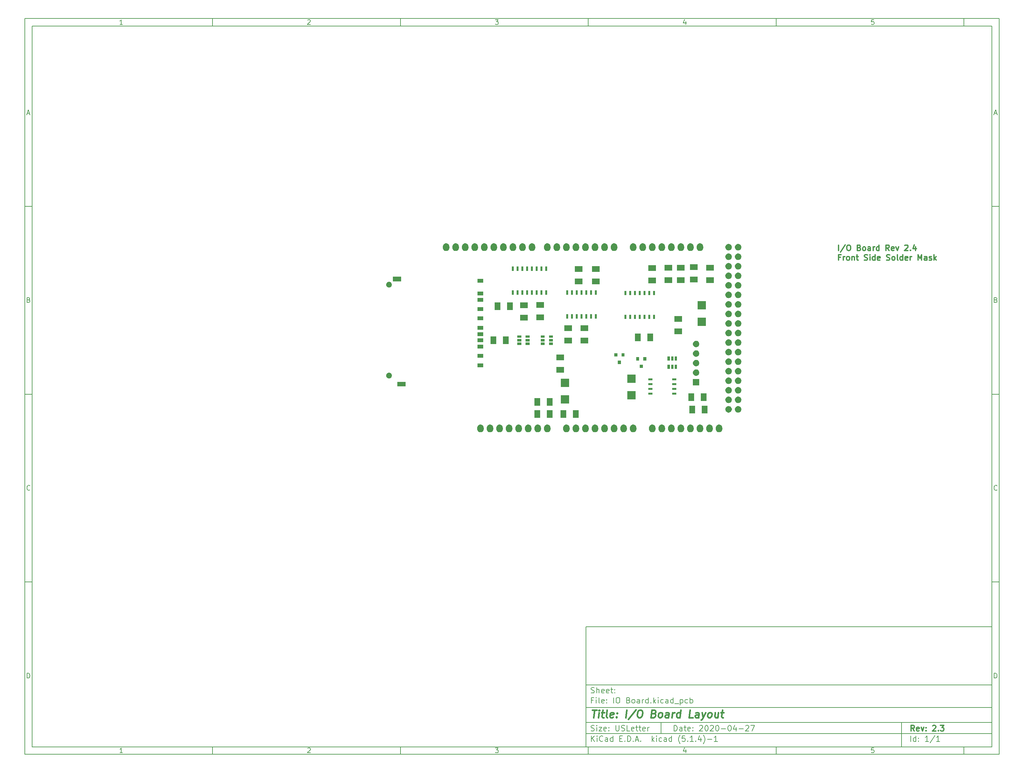
<source format=gbr>
G04 #@! TF.GenerationSoftware,KiCad,Pcbnew,(5.1.4)-1*
G04 #@! TF.CreationDate,2020-05-01T18:49:37-04:00*
G04 #@! TF.ProjectId,IO Board,494f2042-6f61-4726-942e-6b696361645f,2.3*
G04 #@! TF.SameCoordinates,Original*
G04 #@! TF.FileFunction,Soldermask,Top*
G04 #@! TF.FilePolarity,Negative*
%FSLAX46Y46*%
G04 Gerber Fmt 4.6, Leading zero omitted, Abs format (unit mm)*
G04 Created by KiCad (PCBNEW (5.1.4)-1) date 2020-05-01 18:49:37*
%MOMM*%
%LPD*%
G04 APERTURE LIST*
%ADD10C,0.100000*%
%ADD11C,0.150000*%
%ADD12C,0.300000*%
%ADD13C,0.400000*%
G04 APERTURE END LIST*
D10*
D11*
X159400000Y-171900000D02*
X159400000Y-203900000D01*
X267400000Y-203900000D01*
X267400000Y-171900000D01*
X159400000Y-171900000D01*
D10*
D11*
X10000000Y-10000000D02*
X10000000Y-205900000D01*
X269400000Y-205900000D01*
X269400000Y-10000000D01*
X10000000Y-10000000D01*
D10*
D11*
X12000000Y-12000000D02*
X12000000Y-203900000D01*
X267400000Y-203900000D01*
X267400000Y-12000000D01*
X12000000Y-12000000D01*
D10*
D11*
X60000000Y-12000000D02*
X60000000Y-10000000D01*
D10*
D11*
X110000000Y-12000000D02*
X110000000Y-10000000D01*
D10*
D11*
X160000000Y-12000000D02*
X160000000Y-10000000D01*
D10*
D11*
X210000000Y-12000000D02*
X210000000Y-10000000D01*
D10*
D11*
X260000000Y-12000000D02*
X260000000Y-10000000D01*
D10*
D11*
X36065476Y-11588095D02*
X35322619Y-11588095D01*
X35694047Y-11588095D02*
X35694047Y-10288095D01*
X35570238Y-10473809D01*
X35446428Y-10597619D01*
X35322619Y-10659523D01*
D10*
D11*
X85322619Y-10411904D02*
X85384523Y-10350000D01*
X85508333Y-10288095D01*
X85817857Y-10288095D01*
X85941666Y-10350000D01*
X86003571Y-10411904D01*
X86065476Y-10535714D01*
X86065476Y-10659523D01*
X86003571Y-10845238D01*
X85260714Y-11588095D01*
X86065476Y-11588095D01*
D10*
D11*
X135260714Y-10288095D02*
X136065476Y-10288095D01*
X135632142Y-10783333D01*
X135817857Y-10783333D01*
X135941666Y-10845238D01*
X136003571Y-10907142D01*
X136065476Y-11030952D01*
X136065476Y-11340476D01*
X136003571Y-11464285D01*
X135941666Y-11526190D01*
X135817857Y-11588095D01*
X135446428Y-11588095D01*
X135322619Y-11526190D01*
X135260714Y-11464285D01*
D10*
D11*
X185941666Y-10721428D02*
X185941666Y-11588095D01*
X185632142Y-10226190D02*
X185322619Y-11154761D01*
X186127380Y-11154761D01*
D10*
D11*
X236003571Y-10288095D02*
X235384523Y-10288095D01*
X235322619Y-10907142D01*
X235384523Y-10845238D01*
X235508333Y-10783333D01*
X235817857Y-10783333D01*
X235941666Y-10845238D01*
X236003571Y-10907142D01*
X236065476Y-11030952D01*
X236065476Y-11340476D01*
X236003571Y-11464285D01*
X235941666Y-11526190D01*
X235817857Y-11588095D01*
X235508333Y-11588095D01*
X235384523Y-11526190D01*
X235322619Y-11464285D01*
D10*
D11*
X60000000Y-203900000D02*
X60000000Y-205900000D01*
D10*
D11*
X110000000Y-203900000D02*
X110000000Y-205900000D01*
D10*
D11*
X160000000Y-203900000D02*
X160000000Y-205900000D01*
D10*
D11*
X210000000Y-203900000D02*
X210000000Y-205900000D01*
D10*
D11*
X260000000Y-203900000D02*
X260000000Y-205900000D01*
D10*
D11*
X36065476Y-205488095D02*
X35322619Y-205488095D01*
X35694047Y-205488095D02*
X35694047Y-204188095D01*
X35570238Y-204373809D01*
X35446428Y-204497619D01*
X35322619Y-204559523D01*
D10*
D11*
X85322619Y-204311904D02*
X85384523Y-204250000D01*
X85508333Y-204188095D01*
X85817857Y-204188095D01*
X85941666Y-204250000D01*
X86003571Y-204311904D01*
X86065476Y-204435714D01*
X86065476Y-204559523D01*
X86003571Y-204745238D01*
X85260714Y-205488095D01*
X86065476Y-205488095D01*
D10*
D11*
X135260714Y-204188095D02*
X136065476Y-204188095D01*
X135632142Y-204683333D01*
X135817857Y-204683333D01*
X135941666Y-204745238D01*
X136003571Y-204807142D01*
X136065476Y-204930952D01*
X136065476Y-205240476D01*
X136003571Y-205364285D01*
X135941666Y-205426190D01*
X135817857Y-205488095D01*
X135446428Y-205488095D01*
X135322619Y-205426190D01*
X135260714Y-205364285D01*
D10*
D11*
X185941666Y-204621428D02*
X185941666Y-205488095D01*
X185632142Y-204126190D02*
X185322619Y-205054761D01*
X186127380Y-205054761D01*
D10*
D11*
X236003571Y-204188095D02*
X235384523Y-204188095D01*
X235322619Y-204807142D01*
X235384523Y-204745238D01*
X235508333Y-204683333D01*
X235817857Y-204683333D01*
X235941666Y-204745238D01*
X236003571Y-204807142D01*
X236065476Y-204930952D01*
X236065476Y-205240476D01*
X236003571Y-205364285D01*
X235941666Y-205426190D01*
X235817857Y-205488095D01*
X235508333Y-205488095D01*
X235384523Y-205426190D01*
X235322619Y-205364285D01*
D10*
D11*
X10000000Y-60000000D02*
X12000000Y-60000000D01*
D10*
D11*
X10000000Y-110000000D02*
X12000000Y-110000000D01*
D10*
D11*
X10000000Y-160000000D02*
X12000000Y-160000000D01*
D10*
D11*
X10690476Y-35216666D02*
X11309523Y-35216666D01*
X10566666Y-35588095D02*
X11000000Y-34288095D01*
X11433333Y-35588095D01*
D10*
D11*
X11092857Y-84907142D02*
X11278571Y-84969047D01*
X11340476Y-85030952D01*
X11402380Y-85154761D01*
X11402380Y-85340476D01*
X11340476Y-85464285D01*
X11278571Y-85526190D01*
X11154761Y-85588095D01*
X10659523Y-85588095D01*
X10659523Y-84288095D01*
X11092857Y-84288095D01*
X11216666Y-84350000D01*
X11278571Y-84411904D01*
X11340476Y-84535714D01*
X11340476Y-84659523D01*
X11278571Y-84783333D01*
X11216666Y-84845238D01*
X11092857Y-84907142D01*
X10659523Y-84907142D01*
D10*
D11*
X11402380Y-135464285D02*
X11340476Y-135526190D01*
X11154761Y-135588095D01*
X11030952Y-135588095D01*
X10845238Y-135526190D01*
X10721428Y-135402380D01*
X10659523Y-135278571D01*
X10597619Y-135030952D01*
X10597619Y-134845238D01*
X10659523Y-134597619D01*
X10721428Y-134473809D01*
X10845238Y-134350000D01*
X11030952Y-134288095D01*
X11154761Y-134288095D01*
X11340476Y-134350000D01*
X11402380Y-134411904D01*
D10*
D11*
X10659523Y-185588095D02*
X10659523Y-184288095D01*
X10969047Y-184288095D01*
X11154761Y-184350000D01*
X11278571Y-184473809D01*
X11340476Y-184597619D01*
X11402380Y-184845238D01*
X11402380Y-185030952D01*
X11340476Y-185278571D01*
X11278571Y-185402380D01*
X11154761Y-185526190D01*
X10969047Y-185588095D01*
X10659523Y-185588095D01*
D10*
D11*
X269400000Y-60000000D02*
X267400000Y-60000000D01*
D10*
D11*
X269400000Y-110000000D02*
X267400000Y-110000000D01*
D10*
D11*
X269400000Y-160000000D02*
X267400000Y-160000000D01*
D10*
D11*
X268090476Y-35216666D02*
X268709523Y-35216666D01*
X267966666Y-35588095D02*
X268400000Y-34288095D01*
X268833333Y-35588095D01*
D10*
D11*
X268492857Y-84907142D02*
X268678571Y-84969047D01*
X268740476Y-85030952D01*
X268802380Y-85154761D01*
X268802380Y-85340476D01*
X268740476Y-85464285D01*
X268678571Y-85526190D01*
X268554761Y-85588095D01*
X268059523Y-85588095D01*
X268059523Y-84288095D01*
X268492857Y-84288095D01*
X268616666Y-84350000D01*
X268678571Y-84411904D01*
X268740476Y-84535714D01*
X268740476Y-84659523D01*
X268678571Y-84783333D01*
X268616666Y-84845238D01*
X268492857Y-84907142D01*
X268059523Y-84907142D01*
D10*
D11*
X268802380Y-135464285D02*
X268740476Y-135526190D01*
X268554761Y-135588095D01*
X268430952Y-135588095D01*
X268245238Y-135526190D01*
X268121428Y-135402380D01*
X268059523Y-135278571D01*
X267997619Y-135030952D01*
X267997619Y-134845238D01*
X268059523Y-134597619D01*
X268121428Y-134473809D01*
X268245238Y-134350000D01*
X268430952Y-134288095D01*
X268554761Y-134288095D01*
X268740476Y-134350000D01*
X268802380Y-134411904D01*
D10*
D11*
X268059523Y-185588095D02*
X268059523Y-184288095D01*
X268369047Y-184288095D01*
X268554761Y-184350000D01*
X268678571Y-184473809D01*
X268740476Y-184597619D01*
X268802380Y-184845238D01*
X268802380Y-185030952D01*
X268740476Y-185278571D01*
X268678571Y-185402380D01*
X268554761Y-185526190D01*
X268369047Y-185588095D01*
X268059523Y-185588095D01*
D10*
D11*
X182832142Y-199678571D02*
X182832142Y-198178571D01*
X183189285Y-198178571D01*
X183403571Y-198250000D01*
X183546428Y-198392857D01*
X183617857Y-198535714D01*
X183689285Y-198821428D01*
X183689285Y-199035714D01*
X183617857Y-199321428D01*
X183546428Y-199464285D01*
X183403571Y-199607142D01*
X183189285Y-199678571D01*
X182832142Y-199678571D01*
X184975000Y-199678571D02*
X184975000Y-198892857D01*
X184903571Y-198750000D01*
X184760714Y-198678571D01*
X184475000Y-198678571D01*
X184332142Y-198750000D01*
X184975000Y-199607142D02*
X184832142Y-199678571D01*
X184475000Y-199678571D01*
X184332142Y-199607142D01*
X184260714Y-199464285D01*
X184260714Y-199321428D01*
X184332142Y-199178571D01*
X184475000Y-199107142D01*
X184832142Y-199107142D01*
X184975000Y-199035714D01*
X185475000Y-198678571D02*
X186046428Y-198678571D01*
X185689285Y-198178571D02*
X185689285Y-199464285D01*
X185760714Y-199607142D01*
X185903571Y-199678571D01*
X186046428Y-199678571D01*
X187117857Y-199607142D02*
X186975000Y-199678571D01*
X186689285Y-199678571D01*
X186546428Y-199607142D01*
X186475000Y-199464285D01*
X186475000Y-198892857D01*
X186546428Y-198750000D01*
X186689285Y-198678571D01*
X186975000Y-198678571D01*
X187117857Y-198750000D01*
X187189285Y-198892857D01*
X187189285Y-199035714D01*
X186475000Y-199178571D01*
X187832142Y-199535714D02*
X187903571Y-199607142D01*
X187832142Y-199678571D01*
X187760714Y-199607142D01*
X187832142Y-199535714D01*
X187832142Y-199678571D01*
X187832142Y-198750000D02*
X187903571Y-198821428D01*
X187832142Y-198892857D01*
X187760714Y-198821428D01*
X187832142Y-198750000D01*
X187832142Y-198892857D01*
X189617857Y-198321428D02*
X189689285Y-198250000D01*
X189832142Y-198178571D01*
X190189285Y-198178571D01*
X190332142Y-198250000D01*
X190403571Y-198321428D01*
X190475000Y-198464285D01*
X190475000Y-198607142D01*
X190403571Y-198821428D01*
X189546428Y-199678571D01*
X190475000Y-199678571D01*
X191403571Y-198178571D02*
X191546428Y-198178571D01*
X191689285Y-198250000D01*
X191760714Y-198321428D01*
X191832142Y-198464285D01*
X191903571Y-198750000D01*
X191903571Y-199107142D01*
X191832142Y-199392857D01*
X191760714Y-199535714D01*
X191689285Y-199607142D01*
X191546428Y-199678571D01*
X191403571Y-199678571D01*
X191260714Y-199607142D01*
X191189285Y-199535714D01*
X191117857Y-199392857D01*
X191046428Y-199107142D01*
X191046428Y-198750000D01*
X191117857Y-198464285D01*
X191189285Y-198321428D01*
X191260714Y-198250000D01*
X191403571Y-198178571D01*
X192475000Y-198321428D02*
X192546428Y-198250000D01*
X192689285Y-198178571D01*
X193046428Y-198178571D01*
X193189285Y-198250000D01*
X193260714Y-198321428D01*
X193332142Y-198464285D01*
X193332142Y-198607142D01*
X193260714Y-198821428D01*
X192403571Y-199678571D01*
X193332142Y-199678571D01*
X194260714Y-198178571D02*
X194403571Y-198178571D01*
X194546428Y-198250000D01*
X194617857Y-198321428D01*
X194689285Y-198464285D01*
X194760714Y-198750000D01*
X194760714Y-199107142D01*
X194689285Y-199392857D01*
X194617857Y-199535714D01*
X194546428Y-199607142D01*
X194403571Y-199678571D01*
X194260714Y-199678571D01*
X194117857Y-199607142D01*
X194046428Y-199535714D01*
X193975000Y-199392857D01*
X193903571Y-199107142D01*
X193903571Y-198750000D01*
X193975000Y-198464285D01*
X194046428Y-198321428D01*
X194117857Y-198250000D01*
X194260714Y-198178571D01*
X195403571Y-199107142D02*
X196546428Y-199107142D01*
X197546428Y-198178571D02*
X197689285Y-198178571D01*
X197832142Y-198250000D01*
X197903571Y-198321428D01*
X197975000Y-198464285D01*
X198046428Y-198750000D01*
X198046428Y-199107142D01*
X197975000Y-199392857D01*
X197903571Y-199535714D01*
X197832142Y-199607142D01*
X197689285Y-199678571D01*
X197546428Y-199678571D01*
X197403571Y-199607142D01*
X197332142Y-199535714D01*
X197260714Y-199392857D01*
X197189285Y-199107142D01*
X197189285Y-198750000D01*
X197260714Y-198464285D01*
X197332142Y-198321428D01*
X197403571Y-198250000D01*
X197546428Y-198178571D01*
X199332142Y-198678571D02*
X199332142Y-199678571D01*
X198975000Y-198107142D02*
X198617857Y-199178571D01*
X199546428Y-199178571D01*
X200117857Y-199107142D02*
X201260714Y-199107142D01*
X201903571Y-198321428D02*
X201975000Y-198250000D01*
X202117857Y-198178571D01*
X202475000Y-198178571D01*
X202617857Y-198250000D01*
X202689285Y-198321428D01*
X202760714Y-198464285D01*
X202760714Y-198607142D01*
X202689285Y-198821428D01*
X201832142Y-199678571D01*
X202760714Y-199678571D01*
X203260714Y-198178571D02*
X204260714Y-198178571D01*
X203617857Y-199678571D01*
D10*
D11*
X159400000Y-200400000D02*
X267400000Y-200400000D01*
D10*
D11*
X160832142Y-202478571D02*
X160832142Y-200978571D01*
X161689285Y-202478571D02*
X161046428Y-201621428D01*
X161689285Y-200978571D02*
X160832142Y-201835714D01*
X162332142Y-202478571D02*
X162332142Y-201478571D01*
X162332142Y-200978571D02*
X162260714Y-201050000D01*
X162332142Y-201121428D01*
X162403571Y-201050000D01*
X162332142Y-200978571D01*
X162332142Y-201121428D01*
X163903571Y-202335714D02*
X163832142Y-202407142D01*
X163617857Y-202478571D01*
X163475000Y-202478571D01*
X163260714Y-202407142D01*
X163117857Y-202264285D01*
X163046428Y-202121428D01*
X162975000Y-201835714D01*
X162975000Y-201621428D01*
X163046428Y-201335714D01*
X163117857Y-201192857D01*
X163260714Y-201050000D01*
X163475000Y-200978571D01*
X163617857Y-200978571D01*
X163832142Y-201050000D01*
X163903571Y-201121428D01*
X165189285Y-202478571D02*
X165189285Y-201692857D01*
X165117857Y-201550000D01*
X164975000Y-201478571D01*
X164689285Y-201478571D01*
X164546428Y-201550000D01*
X165189285Y-202407142D02*
X165046428Y-202478571D01*
X164689285Y-202478571D01*
X164546428Y-202407142D01*
X164475000Y-202264285D01*
X164475000Y-202121428D01*
X164546428Y-201978571D01*
X164689285Y-201907142D01*
X165046428Y-201907142D01*
X165189285Y-201835714D01*
X166546428Y-202478571D02*
X166546428Y-200978571D01*
X166546428Y-202407142D02*
X166403571Y-202478571D01*
X166117857Y-202478571D01*
X165975000Y-202407142D01*
X165903571Y-202335714D01*
X165832142Y-202192857D01*
X165832142Y-201764285D01*
X165903571Y-201621428D01*
X165975000Y-201550000D01*
X166117857Y-201478571D01*
X166403571Y-201478571D01*
X166546428Y-201550000D01*
X168403571Y-201692857D02*
X168903571Y-201692857D01*
X169117857Y-202478571D02*
X168403571Y-202478571D01*
X168403571Y-200978571D01*
X169117857Y-200978571D01*
X169760714Y-202335714D02*
X169832142Y-202407142D01*
X169760714Y-202478571D01*
X169689285Y-202407142D01*
X169760714Y-202335714D01*
X169760714Y-202478571D01*
X170475000Y-202478571D02*
X170475000Y-200978571D01*
X170832142Y-200978571D01*
X171046428Y-201050000D01*
X171189285Y-201192857D01*
X171260714Y-201335714D01*
X171332142Y-201621428D01*
X171332142Y-201835714D01*
X171260714Y-202121428D01*
X171189285Y-202264285D01*
X171046428Y-202407142D01*
X170832142Y-202478571D01*
X170475000Y-202478571D01*
X171975000Y-202335714D02*
X172046428Y-202407142D01*
X171975000Y-202478571D01*
X171903571Y-202407142D01*
X171975000Y-202335714D01*
X171975000Y-202478571D01*
X172617857Y-202050000D02*
X173332142Y-202050000D01*
X172475000Y-202478571D02*
X172975000Y-200978571D01*
X173475000Y-202478571D01*
X173975000Y-202335714D02*
X174046428Y-202407142D01*
X173975000Y-202478571D01*
X173903571Y-202407142D01*
X173975000Y-202335714D01*
X173975000Y-202478571D01*
X176975000Y-202478571D02*
X176975000Y-200978571D01*
X177117857Y-201907142D02*
X177546428Y-202478571D01*
X177546428Y-201478571D02*
X176975000Y-202050000D01*
X178189285Y-202478571D02*
X178189285Y-201478571D01*
X178189285Y-200978571D02*
X178117857Y-201050000D01*
X178189285Y-201121428D01*
X178260714Y-201050000D01*
X178189285Y-200978571D01*
X178189285Y-201121428D01*
X179546428Y-202407142D02*
X179403571Y-202478571D01*
X179117857Y-202478571D01*
X178975000Y-202407142D01*
X178903571Y-202335714D01*
X178832142Y-202192857D01*
X178832142Y-201764285D01*
X178903571Y-201621428D01*
X178975000Y-201550000D01*
X179117857Y-201478571D01*
X179403571Y-201478571D01*
X179546428Y-201550000D01*
X180832142Y-202478571D02*
X180832142Y-201692857D01*
X180760714Y-201550000D01*
X180617857Y-201478571D01*
X180332142Y-201478571D01*
X180189285Y-201550000D01*
X180832142Y-202407142D02*
X180689285Y-202478571D01*
X180332142Y-202478571D01*
X180189285Y-202407142D01*
X180117857Y-202264285D01*
X180117857Y-202121428D01*
X180189285Y-201978571D01*
X180332142Y-201907142D01*
X180689285Y-201907142D01*
X180832142Y-201835714D01*
X182189285Y-202478571D02*
X182189285Y-200978571D01*
X182189285Y-202407142D02*
X182046428Y-202478571D01*
X181760714Y-202478571D01*
X181617857Y-202407142D01*
X181546428Y-202335714D01*
X181475000Y-202192857D01*
X181475000Y-201764285D01*
X181546428Y-201621428D01*
X181617857Y-201550000D01*
X181760714Y-201478571D01*
X182046428Y-201478571D01*
X182189285Y-201550000D01*
X184475000Y-203050000D02*
X184403571Y-202978571D01*
X184260714Y-202764285D01*
X184189285Y-202621428D01*
X184117857Y-202407142D01*
X184046428Y-202050000D01*
X184046428Y-201764285D01*
X184117857Y-201407142D01*
X184189285Y-201192857D01*
X184260714Y-201050000D01*
X184403571Y-200835714D01*
X184475000Y-200764285D01*
X185760714Y-200978571D02*
X185046428Y-200978571D01*
X184975000Y-201692857D01*
X185046428Y-201621428D01*
X185189285Y-201550000D01*
X185546428Y-201550000D01*
X185689285Y-201621428D01*
X185760714Y-201692857D01*
X185832142Y-201835714D01*
X185832142Y-202192857D01*
X185760714Y-202335714D01*
X185689285Y-202407142D01*
X185546428Y-202478571D01*
X185189285Y-202478571D01*
X185046428Y-202407142D01*
X184975000Y-202335714D01*
X186475000Y-202335714D02*
X186546428Y-202407142D01*
X186475000Y-202478571D01*
X186403571Y-202407142D01*
X186475000Y-202335714D01*
X186475000Y-202478571D01*
X187975000Y-202478571D02*
X187117857Y-202478571D01*
X187546428Y-202478571D02*
X187546428Y-200978571D01*
X187403571Y-201192857D01*
X187260714Y-201335714D01*
X187117857Y-201407142D01*
X188617857Y-202335714D02*
X188689285Y-202407142D01*
X188617857Y-202478571D01*
X188546428Y-202407142D01*
X188617857Y-202335714D01*
X188617857Y-202478571D01*
X189975000Y-201478571D02*
X189975000Y-202478571D01*
X189617857Y-200907142D02*
X189260714Y-201978571D01*
X190189285Y-201978571D01*
X190617857Y-203050000D02*
X190689285Y-202978571D01*
X190832142Y-202764285D01*
X190903571Y-202621428D01*
X190975000Y-202407142D01*
X191046428Y-202050000D01*
X191046428Y-201764285D01*
X190975000Y-201407142D01*
X190903571Y-201192857D01*
X190832142Y-201050000D01*
X190689285Y-200835714D01*
X190617857Y-200764285D01*
X191760714Y-201907142D02*
X192903571Y-201907142D01*
X194403571Y-202478571D02*
X193546428Y-202478571D01*
X193975000Y-202478571D02*
X193975000Y-200978571D01*
X193832142Y-201192857D01*
X193689285Y-201335714D01*
X193546428Y-201407142D01*
D10*
D11*
X159400000Y-197400000D02*
X267400000Y-197400000D01*
D10*
D12*
X246809285Y-199678571D02*
X246309285Y-198964285D01*
X245952142Y-199678571D02*
X245952142Y-198178571D01*
X246523571Y-198178571D01*
X246666428Y-198250000D01*
X246737857Y-198321428D01*
X246809285Y-198464285D01*
X246809285Y-198678571D01*
X246737857Y-198821428D01*
X246666428Y-198892857D01*
X246523571Y-198964285D01*
X245952142Y-198964285D01*
X248023571Y-199607142D02*
X247880714Y-199678571D01*
X247595000Y-199678571D01*
X247452142Y-199607142D01*
X247380714Y-199464285D01*
X247380714Y-198892857D01*
X247452142Y-198750000D01*
X247595000Y-198678571D01*
X247880714Y-198678571D01*
X248023571Y-198750000D01*
X248095000Y-198892857D01*
X248095000Y-199035714D01*
X247380714Y-199178571D01*
X248595000Y-198678571D02*
X248952142Y-199678571D01*
X249309285Y-198678571D01*
X249880714Y-199535714D02*
X249952142Y-199607142D01*
X249880714Y-199678571D01*
X249809285Y-199607142D01*
X249880714Y-199535714D01*
X249880714Y-199678571D01*
X249880714Y-198750000D02*
X249952142Y-198821428D01*
X249880714Y-198892857D01*
X249809285Y-198821428D01*
X249880714Y-198750000D01*
X249880714Y-198892857D01*
X251666428Y-198321428D02*
X251737857Y-198250000D01*
X251880714Y-198178571D01*
X252237857Y-198178571D01*
X252380714Y-198250000D01*
X252452142Y-198321428D01*
X252523571Y-198464285D01*
X252523571Y-198607142D01*
X252452142Y-198821428D01*
X251595000Y-199678571D01*
X252523571Y-199678571D01*
X253166428Y-199535714D02*
X253237857Y-199607142D01*
X253166428Y-199678571D01*
X253095000Y-199607142D01*
X253166428Y-199535714D01*
X253166428Y-199678571D01*
X253737857Y-198178571D02*
X254666428Y-198178571D01*
X254166428Y-198750000D01*
X254380714Y-198750000D01*
X254523571Y-198821428D01*
X254595000Y-198892857D01*
X254666428Y-199035714D01*
X254666428Y-199392857D01*
X254595000Y-199535714D01*
X254523571Y-199607142D01*
X254380714Y-199678571D01*
X253952142Y-199678571D01*
X253809285Y-199607142D01*
X253737857Y-199535714D01*
D10*
D11*
X160760714Y-199607142D02*
X160975000Y-199678571D01*
X161332142Y-199678571D01*
X161475000Y-199607142D01*
X161546428Y-199535714D01*
X161617857Y-199392857D01*
X161617857Y-199250000D01*
X161546428Y-199107142D01*
X161475000Y-199035714D01*
X161332142Y-198964285D01*
X161046428Y-198892857D01*
X160903571Y-198821428D01*
X160832142Y-198750000D01*
X160760714Y-198607142D01*
X160760714Y-198464285D01*
X160832142Y-198321428D01*
X160903571Y-198250000D01*
X161046428Y-198178571D01*
X161403571Y-198178571D01*
X161617857Y-198250000D01*
X162260714Y-199678571D02*
X162260714Y-198678571D01*
X162260714Y-198178571D02*
X162189285Y-198250000D01*
X162260714Y-198321428D01*
X162332142Y-198250000D01*
X162260714Y-198178571D01*
X162260714Y-198321428D01*
X162832142Y-198678571D02*
X163617857Y-198678571D01*
X162832142Y-199678571D01*
X163617857Y-199678571D01*
X164760714Y-199607142D02*
X164617857Y-199678571D01*
X164332142Y-199678571D01*
X164189285Y-199607142D01*
X164117857Y-199464285D01*
X164117857Y-198892857D01*
X164189285Y-198750000D01*
X164332142Y-198678571D01*
X164617857Y-198678571D01*
X164760714Y-198750000D01*
X164832142Y-198892857D01*
X164832142Y-199035714D01*
X164117857Y-199178571D01*
X165475000Y-199535714D02*
X165546428Y-199607142D01*
X165475000Y-199678571D01*
X165403571Y-199607142D01*
X165475000Y-199535714D01*
X165475000Y-199678571D01*
X165475000Y-198750000D02*
X165546428Y-198821428D01*
X165475000Y-198892857D01*
X165403571Y-198821428D01*
X165475000Y-198750000D01*
X165475000Y-198892857D01*
X167332142Y-198178571D02*
X167332142Y-199392857D01*
X167403571Y-199535714D01*
X167475000Y-199607142D01*
X167617857Y-199678571D01*
X167903571Y-199678571D01*
X168046428Y-199607142D01*
X168117857Y-199535714D01*
X168189285Y-199392857D01*
X168189285Y-198178571D01*
X168832142Y-199607142D02*
X169046428Y-199678571D01*
X169403571Y-199678571D01*
X169546428Y-199607142D01*
X169617857Y-199535714D01*
X169689285Y-199392857D01*
X169689285Y-199250000D01*
X169617857Y-199107142D01*
X169546428Y-199035714D01*
X169403571Y-198964285D01*
X169117857Y-198892857D01*
X168975000Y-198821428D01*
X168903571Y-198750000D01*
X168832142Y-198607142D01*
X168832142Y-198464285D01*
X168903571Y-198321428D01*
X168975000Y-198250000D01*
X169117857Y-198178571D01*
X169475000Y-198178571D01*
X169689285Y-198250000D01*
X171046428Y-199678571D02*
X170332142Y-199678571D01*
X170332142Y-198178571D01*
X172117857Y-199607142D02*
X171975000Y-199678571D01*
X171689285Y-199678571D01*
X171546428Y-199607142D01*
X171475000Y-199464285D01*
X171475000Y-198892857D01*
X171546428Y-198750000D01*
X171689285Y-198678571D01*
X171975000Y-198678571D01*
X172117857Y-198750000D01*
X172189285Y-198892857D01*
X172189285Y-199035714D01*
X171475000Y-199178571D01*
X172617857Y-198678571D02*
X173189285Y-198678571D01*
X172832142Y-198178571D02*
X172832142Y-199464285D01*
X172903571Y-199607142D01*
X173046428Y-199678571D01*
X173189285Y-199678571D01*
X173475000Y-198678571D02*
X174046428Y-198678571D01*
X173689285Y-198178571D02*
X173689285Y-199464285D01*
X173760714Y-199607142D01*
X173903571Y-199678571D01*
X174046428Y-199678571D01*
X175117857Y-199607142D02*
X174975000Y-199678571D01*
X174689285Y-199678571D01*
X174546428Y-199607142D01*
X174475000Y-199464285D01*
X174475000Y-198892857D01*
X174546428Y-198750000D01*
X174689285Y-198678571D01*
X174975000Y-198678571D01*
X175117857Y-198750000D01*
X175189285Y-198892857D01*
X175189285Y-199035714D01*
X174475000Y-199178571D01*
X175832142Y-199678571D02*
X175832142Y-198678571D01*
X175832142Y-198964285D02*
X175903571Y-198821428D01*
X175975000Y-198750000D01*
X176117857Y-198678571D01*
X176260714Y-198678571D01*
D10*
D11*
X245832142Y-202478571D02*
X245832142Y-200978571D01*
X247189285Y-202478571D02*
X247189285Y-200978571D01*
X247189285Y-202407142D02*
X247046428Y-202478571D01*
X246760714Y-202478571D01*
X246617857Y-202407142D01*
X246546428Y-202335714D01*
X246475000Y-202192857D01*
X246475000Y-201764285D01*
X246546428Y-201621428D01*
X246617857Y-201550000D01*
X246760714Y-201478571D01*
X247046428Y-201478571D01*
X247189285Y-201550000D01*
X247903571Y-202335714D02*
X247975000Y-202407142D01*
X247903571Y-202478571D01*
X247832142Y-202407142D01*
X247903571Y-202335714D01*
X247903571Y-202478571D01*
X247903571Y-201550000D02*
X247975000Y-201621428D01*
X247903571Y-201692857D01*
X247832142Y-201621428D01*
X247903571Y-201550000D01*
X247903571Y-201692857D01*
X250546428Y-202478571D02*
X249689285Y-202478571D01*
X250117857Y-202478571D02*
X250117857Y-200978571D01*
X249975000Y-201192857D01*
X249832142Y-201335714D01*
X249689285Y-201407142D01*
X252260714Y-200907142D02*
X250975000Y-202835714D01*
X253546428Y-202478571D02*
X252689285Y-202478571D01*
X253117857Y-202478571D02*
X253117857Y-200978571D01*
X252975000Y-201192857D01*
X252832142Y-201335714D01*
X252689285Y-201407142D01*
D10*
D11*
X159400000Y-193400000D02*
X267400000Y-193400000D01*
D10*
D13*
X161112380Y-194104761D02*
X162255238Y-194104761D01*
X161433809Y-196104761D02*
X161683809Y-194104761D01*
X162671904Y-196104761D02*
X162838571Y-194771428D01*
X162921904Y-194104761D02*
X162814761Y-194200000D01*
X162898095Y-194295238D01*
X163005238Y-194200000D01*
X162921904Y-194104761D01*
X162898095Y-194295238D01*
X163505238Y-194771428D02*
X164267142Y-194771428D01*
X163874285Y-194104761D02*
X163660000Y-195819047D01*
X163731428Y-196009523D01*
X163910000Y-196104761D01*
X164100476Y-196104761D01*
X165052857Y-196104761D02*
X164874285Y-196009523D01*
X164802857Y-195819047D01*
X165017142Y-194104761D01*
X166588571Y-196009523D02*
X166386190Y-196104761D01*
X166005238Y-196104761D01*
X165826666Y-196009523D01*
X165755238Y-195819047D01*
X165850476Y-195057142D01*
X165969523Y-194866666D01*
X166171904Y-194771428D01*
X166552857Y-194771428D01*
X166731428Y-194866666D01*
X166802857Y-195057142D01*
X166779047Y-195247619D01*
X165802857Y-195438095D01*
X167552857Y-195914285D02*
X167636190Y-196009523D01*
X167529047Y-196104761D01*
X167445714Y-196009523D01*
X167552857Y-195914285D01*
X167529047Y-196104761D01*
X167683809Y-194866666D02*
X167767142Y-194961904D01*
X167660000Y-195057142D01*
X167576666Y-194961904D01*
X167683809Y-194866666D01*
X167660000Y-195057142D01*
X170005238Y-196104761D02*
X170255238Y-194104761D01*
X172648095Y-194009523D02*
X170612380Y-196580952D01*
X173683809Y-194104761D02*
X174064761Y-194104761D01*
X174243333Y-194200000D01*
X174410000Y-194390476D01*
X174457619Y-194771428D01*
X174374285Y-195438095D01*
X174231428Y-195819047D01*
X174017142Y-196009523D01*
X173814761Y-196104761D01*
X173433809Y-196104761D01*
X173255238Y-196009523D01*
X173088571Y-195819047D01*
X173040952Y-195438095D01*
X173124285Y-194771428D01*
X173267142Y-194390476D01*
X173481428Y-194200000D01*
X173683809Y-194104761D01*
X177469523Y-195057142D02*
X177743333Y-195152380D01*
X177826666Y-195247619D01*
X177898095Y-195438095D01*
X177862380Y-195723809D01*
X177743333Y-195914285D01*
X177636190Y-196009523D01*
X177433809Y-196104761D01*
X176671904Y-196104761D01*
X176921904Y-194104761D01*
X177588571Y-194104761D01*
X177767142Y-194200000D01*
X177850476Y-194295238D01*
X177921904Y-194485714D01*
X177898095Y-194676190D01*
X177779047Y-194866666D01*
X177671904Y-194961904D01*
X177469523Y-195057142D01*
X176802857Y-195057142D01*
X178957619Y-196104761D02*
X178779047Y-196009523D01*
X178695714Y-195914285D01*
X178624285Y-195723809D01*
X178695714Y-195152380D01*
X178814761Y-194961904D01*
X178921904Y-194866666D01*
X179124285Y-194771428D01*
X179410000Y-194771428D01*
X179588571Y-194866666D01*
X179671904Y-194961904D01*
X179743333Y-195152380D01*
X179671904Y-195723809D01*
X179552857Y-195914285D01*
X179445714Y-196009523D01*
X179243333Y-196104761D01*
X178957619Y-196104761D01*
X181338571Y-196104761D02*
X181469523Y-195057142D01*
X181398095Y-194866666D01*
X181219523Y-194771428D01*
X180838571Y-194771428D01*
X180636190Y-194866666D01*
X181350476Y-196009523D02*
X181148095Y-196104761D01*
X180671904Y-196104761D01*
X180493333Y-196009523D01*
X180421904Y-195819047D01*
X180445714Y-195628571D01*
X180564761Y-195438095D01*
X180767142Y-195342857D01*
X181243333Y-195342857D01*
X181445714Y-195247619D01*
X182290952Y-196104761D02*
X182457619Y-194771428D01*
X182410000Y-195152380D02*
X182529047Y-194961904D01*
X182636190Y-194866666D01*
X182838571Y-194771428D01*
X183029047Y-194771428D01*
X184386190Y-196104761D02*
X184636190Y-194104761D01*
X184398095Y-196009523D02*
X184195714Y-196104761D01*
X183814761Y-196104761D01*
X183636190Y-196009523D01*
X183552857Y-195914285D01*
X183481428Y-195723809D01*
X183552857Y-195152380D01*
X183671904Y-194961904D01*
X183779047Y-194866666D01*
X183981428Y-194771428D01*
X184362380Y-194771428D01*
X184540952Y-194866666D01*
X187814761Y-196104761D02*
X186862380Y-196104761D01*
X187112380Y-194104761D01*
X189338571Y-196104761D02*
X189469523Y-195057142D01*
X189398095Y-194866666D01*
X189219523Y-194771428D01*
X188838571Y-194771428D01*
X188636190Y-194866666D01*
X189350476Y-196009523D02*
X189148095Y-196104761D01*
X188671904Y-196104761D01*
X188493333Y-196009523D01*
X188421904Y-195819047D01*
X188445714Y-195628571D01*
X188564761Y-195438095D01*
X188767142Y-195342857D01*
X189243333Y-195342857D01*
X189445714Y-195247619D01*
X190267142Y-194771428D02*
X190576666Y-196104761D01*
X191219523Y-194771428D02*
X190576666Y-196104761D01*
X190326666Y-196580952D01*
X190219523Y-196676190D01*
X190017142Y-196771428D01*
X192100476Y-196104761D02*
X191921904Y-196009523D01*
X191838571Y-195914285D01*
X191767142Y-195723809D01*
X191838571Y-195152380D01*
X191957619Y-194961904D01*
X192064761Y-194866666D01*
X192267142Y-194771428D01*
X192552857Y-194771428D01*
X192731428Y-194866666D01*
X192814761Y-194961904D01*
X192886190Y-195152380D01*
X192814761Y-195723809D01*
X192695714Y-195914285D01*
X192588571Y-196009523D01*
X192386190Y-196104761D01*
X192100476Y-196104761D01*
X194648095Y-194771428D02*
X194481428Y-196104761D01*
X193790952Y-194771428D02*
X193660000Y-195819047D01*
X193731428Y-196009523D01*
X193910000Y-196104761D01*
X194195714Y-196104761D01*
X194398095Y-196009523D01*
X194505238Y-195914285D01*
X195314761Y-194771428D02*
X196076666Y-194771428D01*
X195683809Y-194104761D02*
X195469523Y-195819047D01*
X195540952Y-196009523D01*
X195719523Y-196104761D01*
X195910000Y-196104761D01*
D10*
D11*
X161332142Y-191492857D02*
X160832142Y-191492857D01*
X160832142Y-192278571D02*
X160832142Y-190778571D01*
X161546428Y-190778571D01*
X162117857Y-192278571D02*
X162117857Y-191278571D01*
X162117857Y-190778571D02*
X162046428Y-190850000D01*
X162117857Y-190921428D01*
X162189285Y-190850000D01*
X162117857Y-190778571D01*
X162117857Y-190921428D01*
X163046428Y-192278571D02*
X162903571Y-192207142D01*
X162832142Y-192064285D01*
X162832142Y-190778571D01*
X164189285Y-192207142D02*
X164046428Y-192278571D01*
X163760714Y-192278571D01*
X163617857Y-192207142D01*
X163546428Y-192064285D01*
X163546428Y-191492857D01*
X163617857Y-191350000D01*
X163760714Y-191278571D01*
X164046428Y-191278571D01*
X164189285Y-191350000D01*
X164260714Y-191492857D01*
X164260714Y-191635714D01*
X163546428Y-191778571D01*
X164903571Y-192135714D02*
X164975000Y-192207142D01*
X164903571Y-192278571D01*
X164832142Y-192207142D01*
X164903571Y-192135714D01*
X164903571Y-192278571D01*
X164903571Y-191350000D02*
X164975000Y-191421428D01*
X164903571Y-191492857D01*
X164832142Y-191421428D01*
X164903571Y-191350000D01*
X164903571Y-191492857D01*
X166760714Y-192278571D02*
X166760714Y-190778571D01*
X167760714Y-190778571D02*
X168046428Y-190778571D01*
X168189285Y-190850000D01*
X168332142Y-190992857D01*
X168403571Y-191278571D01*
X168403571Y-191778571D01*
X168332142Y-192064285D01*
X168189285Y-192207142D01*
X168046428Y-192278571D01*
X167760714Y-192278571D01*
X167617857Y-192207142D01*
X167475000Y-192064285D01*
X167403571Y-191778571D01*
X167403571Y-191278571D01*
X167475000Y-190992857D01*
X167617857Y-190850000D01*
X167760714Y-190778571D01*
X170689285Y-191492857D02*
X170903571Y-191564285D01*
X170975000Y-191635714D01*
X171046428Y-191778571D01*
X171046428Y-191992857D01*
X170975000Y-192135714D01*
X170903571Y-192207142D01*
X170760714Y-192278571D01*
X170189285Y-192278571D01*
X170189285Y-190778571D01*
X170689285Y-190778571D01*
X170832142Y-190850000D01*
X170903571Y-190921428D01*
X170975000Y-191064285D01*
X170975000Y-191207142D01*
X170903571Y-191350000D01*
X170832142Y-191421428D01*
X170689285Y-191492857D01*
X170189285Y-191492857D01*
X171903571Y-192278571D02*
X171760714Y-192207142D01*
X171689285Y-192135714D01*
X171617857Y-191992857D01*
X171617857Y-191564285D01*
X171689285Y-191421428D01*
X171760714Y-191350000D01*
X171903571Y-191278571D01*
X172117857Y-191278571D01*
X172260714Y-191350000D01*
X172332142Y-191421428D01*
X172403571Y-191564285D01*
X172403571Y-191992857D01*
X172332142Y-192135714D01*
X172260714Y-192207142D01*
X172117857Y-192278571D01*
X171903571Y-192278571D01*
X173689285Y-192278571D02*
X173689285Y-191492857D01*
X173617857Y-191350000D01*
X173475000Y-191278571D01*
X173189285Y-191278571D01*
X173046428Y-191350000D01*
X173689285Y-192207142D02*
X173546428Y-192278571D01*
X173189285Y-192278571D01*
X173046428Y-192207142D01*
X172975000Y-192064285D01*
X172975000Y-191921428D01*
X173046428Y-191778571D01*
X173189285Y-191707142D01*
X173546428Y-191707142D01*
X173689285Y-191635714D01*
X174403571Y-192278571D02*
X174403571Y-191278571D01*
X174403571Y-191564285D02*
X174475000Y-191421428D01*
X174546428Y-191350000D01*
X174689285Y-191278571D01*
X174832142Y-191278571D01*
X175975000Y-192278571D02*
X175975000Y-190778571D01*
X175975000Y-192207142D02*
X175832142Y-192278571D01*
X175546428Y-192278571D01*
X175403571Y-192207142D01*
X175332142Y-192135714D01*
X175260714Y-191992857D01*
X175260714Y-191564285D01*
X175332142Y-191421428D01*
X175403571Y-191350000D01*
X175546428Y-191278571D01*
X175832142Y-191278571D01*
X175975000Y-191350000D01*
X176689285Y-192135714D02*
X176760714Y-192207142D01*
X176689285Y-192278571D01*
X176617857Y-192207142D01*
X176689285Y-192135714D01*
X176689285Y-192278571D01*
X177403571Y-192278571D02*
X177403571Y-190778571D01*
X177546428Y-191707142D02*
X177975000Y-192278571D01*
X177975000Y-191278571D02*
X177403571Y-191850000D01*
X178617857Y-192278571D02*
X178617857Y-191278571D01*
X178617857Y-190778571D02*
X178546428Y-190850000D01*
X178617857Y-190921428D01*
X178689285Y-190850000D01*
X178617857Y-190778571D01*
X178617857Y-190921428D01*
X179975000Y-192207142D02*
X179832142Y-192278571D01*
X179546428Y-192278571D01*
X179403571Y-192207142D01*
X179332142Y-192135714D01*
X179260714Y-191992857D01*
X179260714Y-191564285D01*
X179332142Y-191421428D01*
X179403571Y-191350000D01*
X179546428Y-191278571D01*
X179832142Y-191278571D01*
X179975000Y-191350000D01*
X181260714Y-192278571D02*
X181260714Y-191492857D01*
X181189285Y-191350000D01*
X181046428Y-191278571D01*
X180760714Y-191278571D01*
X180617857Y-191350000D01*
X181260714Y-192207142D02*
X181117857Y-192278571D01*
X180760714Y-192278571D01*
X180617857Y-192207142D01*
X180546428Y-192064285D01*
X180546428Y-191921428D01*
X180617857Y-191778571D01*
X180760714Y-191707142D01*
X181117857Y-191707142D01*
X181260714Y-191635714D01*
X182617857Y-192278571D02*
X182617857Y-190778571D01*
X182617857Y-192207142D02*
X182475000Y-192278571D01*
X182189285Y-192278571D01*
X182046428Y-192207142D01*
X181975000Y-192135714D01*
X181903571Y-191992857D01*
X181903571Y-191564285D01*
X181975000Y-191421428D01*
X182046428Y-191350000D01*
X182189285Y-191278571D01*
X182475000Y-191278571D01*
X182617857Y-191350000D01*
X182975000Y-192421428D02*
X184117857Y-192421428D01*
X184475000Y-191278571D02*
X184475000Y-192778571D01*
X184475000Y-191350000D02*
X184617857Y-191278571D01*
X184903571Y-191278571D01*
X185046428Y-191350000D01*
X185117857Y-191421428D01*
X185189285Y-191564285D01*
X185189285Y-191992857D01*
X185117857Y-192135714D01*
X185046428Y-192207142D01*
X184903571Y-192278571D01*
X184617857Y-192278571D01*
X184475000Y-192207142D01*
X186475000Y-192207142D02*
X186332142Y-192278571D01*
X186046428Y-192278571D01*
X185903571Y-192207142D01*
X185832142Y-192135714D01*
X185760714Y-191992857D01*
X185760714Y-191564285D01*
X185832142Y-191421428D01*
X185903571Y-191350000D01*
X186046428Y-191278571D01*
X186332142Y-191278571D01*
X186475000Y-191350000D01*
X187117857Y-192278571D02*
X187117857Y-190778571D01*
X187117857Y-191350000D02*
X187260714Y-191278571D01*
X187546428Y-191278571D01*
X187689285Y-191350000D01*
X187760714Y-191421428D01*
X187832142Y-191564285D01*
X187832142Y-191992857D01*
X187760714Y-192135714D01*
X187689285Y-192207142D01*
X187546428Y-192278571D01*
X187260714Y-192278571D01*
X187117857Y-192207142D01*
D10*
D11*
X159400000Y-187400000D02*
X267400000Y-187400000D01*
D10*
D11*
X160760714Y-189507142D02*
X160975000Y-189578571D01*
X161332142Y-189578571D01*
X161475000Y-189507142D01*
X161546428Y-189435714D01*
X161617857Y-189292857D01*
X161617857Y-189150000D01*
X161546428Y-189007142D01*
X161475000Y-188935714D01*
X161332142Y-188864285D01*
X161046428Y-188792857D01*
X160903571Y-188721428D01*
X160832142Y-188650000D01*
X160760714Y-188507142D01*
X160760714Y-188364285D01*
X160832142Y-188221428D01*
X160903571Y-188150000D01*
X161046428Y-188078571D01*
X161403571Y-188078571D01*
X161617857Y-188150000D01*
X162260714Y-189578571D02*
X162260714Y-188078571D01*
X162903571Y-189578571D02*
X162903571Y-188792857D01*
X162832142Y-188650000D01*
X162689285Y-188578571D01*
X162475000Y-188578571D01*
X162332142Y-188650000D01*
X162260714Y-188721428D01*
X164189285Y-189507142D02*
X164046428Y-189578571D01*
X163760714Y-189578571D01*
X163617857Y-189507142D01*
X163546428Y-189364285D01*
X163546428Y-188792857D01*
X163617857Y-188650000D01*
X163760714Y-188578571D01*
X164046428Y-188578571D01*
X164189285Y-188650000D01*
X164260714Y-188792857D01*
X164260714Y-188935714D01*
X163546428Y-189078571D01*
X165475000Y-189507142D02*
X165332142Y-189578571D01*
X165046428Y-189578571D01*
X164903571Y-189507142D01*
X164832142Y-189364285D01*
X164832142Y-188792857D01*
X164903571Y-188650000D01*
X165046428Y-188578571D01*
X165332142Y-188578571D01*
X165475000Y-188650000D01*
X165546428Y-188792857D01*
X165546428Y-188935714D01*
X164832142Y-189078571D01*
X165975000Y-188578571D02*
X166546428Y-188578571D01*
X166189285Y-188078571D02*
X166189285Y-189364285D01*
X166260714Y-189507142D01*
X166403571Y-189578571D01*
X166546428Y-189578571D01*
X167046428Y-189435714D02*
X167117857Y-189507142D01*
X167046428Y-189578571D01*
X166975000Y-189507142D01*
X167046428Y-189435714D01*
X167046428Y-189578571D01*
X167046428Y-188650000D02*
X167117857Y-188721428D01*
X167046428Y-188792857D01*
X166975000Y-188721428D01*
X167046428Y-188650000D01*
X167046428Y-188792857D01*
D10*
D11*
X179400000Y-197400000D02*
X179400000Y-200400000D01*
D10*
D11*
X243400000Y-197400000D02*
X243400000Y-203900000D01*
D12*
X226612142Y-71793571D02*
X226612142Y-70293571D01*
X228397857Y-70222142D02*
X227112142Y-72150714D01*
X229183571Y-70293571D02*
X229469285Y-70293571D01*
X229612142Y-70365000D01*
X229755000Y-70507857D01*
X229826428Y-70793571D01*
X229826428Y-71293571D01*
X229755000Y-71579285D01*
X229612142Y-71722142D01*
X229469285Y-71793571D01*
X229183571Y-71793571D01*
X229040714Y-71722142D01*
X228897857Y-71579285D01*
X228826428Y-71293571D01*
X228826428Y-70793571D01*
X228897857Y-70507857D01*
X229040714Y-70365000D01*
X229183571Y-70293571D01*
X232112142Y-71007857D02*
X232326428Y-71079285D01*
X232397857Y-71150714D01*
X232469285Y-71293571D01*
X232469285Y-71507857D01*
X232397857Y-71650714D01*
X232326428Y-71722142D01*
X232183571Y-71793571D01*
X231612142Y-71793571D01*
X231612142Y-70293571D01*
X232112142Y-70293571D01*
X232255000Y-70365000D01*
X232326428Y-70436428D01*
X232397857Y-70579285D01*
X232397857Y-70722142D01*
X232326428Y-70865000D01*
X232255000Y-70936428D01*
X232112142Y-71007857D01*
X231612142Y-71007857D01*
X233326428Y-71793571D02*
X233183571Y-71722142D01*
X233112142Y-71650714D01*
X233040714Y-71507857D01*
X233040714Y-71079285D01*
X233112142Y-70936428D01*
X233183571Y-70865000D01*
X233326428Y-70793571D01*
X233540714Y-70793571D01*
X233683571Y-70865000D01*
X233755000Y-70936428D01*
X233826428Y-71079285D01*
X233826428Y-71507857D01*
X233755000Y-71650714D01*
X233683571Y-71722142D01*
X233540714Y-71793571D01*
X233326428Y-71793571D01*
X235112142Y-71793571D02*
X235112142Y-71007857D01*
X235040714Y-70865000D01*
X234897857Y-70793571D01*
X234612142Y-70793571D01*
X234469285Y-70865000D01*
X235112142Y-71722142D02*
X234969285Y-71793571D01*
X234612142Y-71793571D01*
X234469285Y-71722142D01*
X234397857Y-71579285D01*
X234397857Y-71436428D01*
X234469285Y-71293571D01*
X234612142Y-71222142D01*
X234969285Y-71222142D01*
X235112142Y-71150714D01*
X235826428Y-71793571D02*
X235826428Y-70793571D01*
X235826428Y-71079285D02*
X235897857Y-70936428D01*
X235969285Y-70865000D01*
X236112142Y-70793571D01*
X236255000Y-70793571D01*
X237397857Y-71793571D02*
X237397857Y-70293571D01*
X237397857Y-71722142D02*
X237255000Y-71793571D01*
X236969285Y-71793571D01*
X236826428Y-71722142D01*
X236755000Y-71650714D01*
X236683571Y-71507857D01*
X236683571Y-71079285D01*
X236755000Y-70936428D01*
X236826428Y-70865000D01*
X236969285Y-70793571D01*
X237255000Y-70793571D01*
X237397857Y-70865000D01*
X240112142Y-71793571D02*
X239612142Y-71079285D01*
X239255000Y-71793571D02*
X239255000Y-70293571D01*
X239826428Y-70293571D01*
X239969285Y-70365000D01*
X240040714Y-70436428D01*
X240112142Y-70579285D01*
X240112142Y-70793571D01*
X240040714Y-70936428D01*
X239969285Y-71007857D01*
X239826428Y-71079285D01*
X239255000Y-71079285D01*
X241326428Y-71722142D02*
X241183571Y-71793571D01*
X240897857Y-71793571D01*
X240755000Y-71722142D01*
X240683571Y-71579285D01*
X240683571Y-71007857D01*
X240755000Y-70865000D01*
X240897857Y-70793571D01*
X241183571Y-70793571D01*
X241326428Y-70865000D01*
X241397857Y-71007857D01*
X241397857Y-71150714D01*
X240683571Y-71293571D01*
X241897857Y-70793571D02*
X242255000Y-71793571D01*
X242612142Y-70793571D01*
X244255000Y-70436428D02*
X244326428Y-70365000D01*
X244469285Y-70293571D01*
X244826428Y-70293571D01*
X244969285Y-70365000D01*
X245040714Y-70436428D01*
X245112142Y-70579285D01*
X245112142Y-70722142D01*
X245040714Y-70936428D01*
X244183571Y-71793571D01*
X245112142Y-71793571D01*
X245755000Y-71650714D02*
X245826428Y-71722142D01*
X245755000Y-71793571D01*
X245683571Y-71722142D01*
X245755000Y-71650714D01*
X245755000Y-71793571D01*
X247112142Y-70793571D02*
X247112142Y-71793571D01*
X246755000Y-70222142D02*
X246397857Y-71293571D01*
X247326428Y-71293571D01*
X227112142Y-73557857D02*
X226612142Y-73557857D01*
X226612142Y-74343571D02*
X226612142Y-72843571D01*
X227326428Y-72843571D01*
X227897857Y-74343571D02*
X227897857Y-73343571D01*
X227897857Y-73629285D02*
X227969285Y-73486428D01*
X228040714Y-73415000D01*
X228183571Y-73343571D01*
X228326428Y-73343571D01*
X229040714Y-74343571D02*
X228897857Y-74272142D01*
X228826428Y-74200714D01*
X228755000Y-74057857D01*
X228755000Y-73629285D01*
X228826428Y-73486428D01*
X228897857Y-73415000D01*
X229040714Y-73343571D01*
X229255000Y-73343571D01*
X229397857Y-73415000D01*
X229469285Y-73486428D01*
X229540714Y-73629285D01*
X229540714Y-74057857D01*
X229469285Y-74200714D01*
X229397857Y-74272142D01*
X229255000Y-74343571D01*
X229040714Y-74343571D01*
X230183571Y-73343571D02*
X230183571Y-74343571D01*
X230183571Y-73486428D02*
X230255000Y-73415000D01*
X230397857Y-73343571D01*
X230612142Y-73343571D01*
X230755000Y-73415000D01*
X230826428Y-73557857D01*
X230826428Y-74343571D01*
X231326428Y-73343571D02*
X231897857Y-73343571D01*
X231540714Y-72843571D02*
X231540714Y-74129285D01*
X231612142Y-74272142D01*
X231755000Y-74343571D01*
X231897857Y-74343571D01*
X233469285Y-74272142D02*
X233683571Y-74343571D01*
X234040714Y-74343571D01*
X234183571Y-74272142D01*
X234255000Y-74200714D01*
X234326428Y-74057857D01*
X234326428Y-73915000D01*
X234255000Y-73772142D01*
X234183571Y-73700714D01*
X234040714Y-73629285D01*
X233755000Y-73557857D01*
X233612142Y-73486428D01*
X233540714Y-73415000D01*
X233469285Y-73272142D01*
X233469285Y-73129285D01*
X233540714Y-72986428D01*
X233612142Y-72915000D01*
X233755000Y-72843571D01*
X234112142Y-72843571D01*
X234326428Y-72915000D01*
X234969285Y-74343571D02*
X234969285Y-73343571D01*
X234969285Y-72843571D02*
X234897857Y-72915000D01*
X234969285Y-72986428D01*
X235040714Y-72915000D01*
X234969285Y-72843571D01*
X234969285Y-72986428D01*
X236326428Y-74343571D02*
X236326428Y-72843571D01*
X236326428Y-74272142D02*
X236183571Y-74343571D01*
X235897857Y-74343571D01*
X235755000Y-74272142D01*
X235683571Y-74200714D01*
X235612142Y-74057857D01*
X235612142Y-73629285D01*
X235683571Y-73486428D01*
X235755000Y-73415000D01*
X235897857Y-73343571D01*
X236183571Y-73343571D01*
X236326428Y-73415000D01*
X237612142Y-74272142D02*
X237469285Y-74343571D01*
X237183571Y-74343571D01*
X237040714Y-74272142D01*
X236969285Y-74129285D01*
X236969285Y-73557857D01*
X237040714Y-73415000D01*
X237183571Y-73343571D01*
X237469285Y-73343571D01*
X237612142Y-73415000D01*
X237683571Y-73557857D01*
X237683571Y-73700714D01*
X236969285Y-73843571D01*
X239397857Y-74272142D02*
X239612142Y-74343571D01*
X239969285Y-74343571D01*
X240112142Y-74272142D01*
X240183571Y-74200714D01*
X240255000Y-74057857D01*
X240255000Y-73915000D01*
X240183571Y-73772142D01*
X240112142Y-73700714D01*
X239969285Y-73629285D01*
X239683571Y-73557857D01*
X239540714Y-73486428D01*
X239469285Y-73415000D01*
X239397857Y-73272142D01*
X239397857Y-73129285D01*
X239469285Y-72986428D01*
X239540714Y-72915000D01*
X239683571Y-72843571D01*
X240040714Y-72843571D01*
X240255000Y-72915000D01*
X241112142Y-74343571D02*
X240969285Y-74272142D01*
X240897857Y-74200714D01*
X240826428Y-74057857D01*
X240826428Y-73629285D01*
X240897857Y-73486428D01*
X240969285Y-73415000D01*
X241112142Y-73343571D01*
X241326428Y-73343571D01*
X241469285Y-73415000D01*
X241540714Y-73486428D01*
X241612142Y-73629285D01*
X241612142Y-74057857D01*
X241540714Y-74200714D01*
X241469285Y-74272142D01*
X241326428Y-74343571D01*
X241112142Y-74343571D01*
X242469285Y-74343571D02*
X242326428Y-74272142D01*
X242255000Y-74129285D01*
X242255000Y-72843571D01*
X243683571Y-74343571D02*
X243683571Y-72843571D01*
X243683571Y-74272142D02*
X243540714Y-74343571D01*
X243255000Y-74343571D01*
X243112142Y-74272142D01*
X243040714Y-74200714D01*
X242969285Y-74057857D01*
X242969285Y-73629285D01*
X243040714Y-73486428D01*
X243112142Y-73415000D01*
X243255000Y-73343571D01*
X243540714Y-73343571D01*
X243683571Y-73415000D01*
X244969285Y-74272142D02*
X244826428Y-74343571D01*
X244540714Y-74343571D01*
X244397857Y-74272142D01*
X244326428Y-74129285D01*
X244326428Y-73557857D01*
X244397857Y-73415000D01*
X244540714Y-73343571D01*
X244826428Y-73343571D01*
X244969285Y-73415000D01*
X245040714Y-73557857D01*
X245040714Y-73700714D01*
X244326428Y-73843571D01*
X245683571Y-74343571D02*
X245683571Y-73343571D01*
X245683571Y-73629285D02*
X245755000Y-73486428D01*
X245826428Y-73415000D01*
X245969285Y-73343571D01*
X246112142Y-73343571D01*
X247755000Y-74343571D02*
X247755000Y-72843571D01*
X248255000Y-73915000D01*
X248755000Y-72843571D01*
X248755000Y-74343571D01*
X250112142Y-74343571D02*
X250112142Y-73557857D01*
X250040714Y-73415000D01*
X249897857Y-73343571D01*
X249612142Y-73343571D01*
X249469285Y-73415000D01*
X250112142Y-74272142D02*
X249969285Y-74343571D01*
X249612142Y-74343571D01*
X249469285Y-74272142D01*
X249397857Y-74129285D01*
X249397857Y-73986428D01*
X249469285Y-73843571D01*
X249612142Y-73772142D01*
X249969285Y-73772142D01*
X250112142Y-73700714D01*
X250755000Y-74272142D02*
X250897857Y-74343571D01*
X251183571Y-74343571D01*
X251326428Y-74272142D01*
X251397857Y-74129285D01*
X251397857Y-74057857D01*
X251326428Y-73915000D01*
X251183571Y-73843571D01*
X250969285Y-73843571D01*
X250826428Y-73772142D01*
X250755000Y-73629285D01*
X250755000Y-73557857D01*
X250826428Y-73415000D01*
X250969285Y-73343571D01*
X251183571Y-73343571D01*
X251326428Y-73415000D01*
X252040714Y-74343571D02*
X252040714Y-72843571D01*
X252183571Y-73772142D02*
X252612142Y-74343571D01*
X252612142Y-73343571D02*
X252040714Y-73915000D01*
D10*
G36*
X194987294Y-118122496D02*
G01*
X195107726Y-118159029D01*
X195150087Y-118171879D01*
X195300107Y-118252066D01*
X195300110Y-118252068D01*
X195300111Y-118252069D01*
X195431612Y-118359988D01*
X195539531Y-118491488D01*
X195539533Y-118491492D01*
X195539534Y-118491493D01*
X195619721Y-118641513D01*
X195619722Y-118641516D01*
X195669104Y-118804305D01*
X195681600Y-118931180D01*
X195681600Y-119320819D01*
X195669104Y-119447694D01*
X195632571Y-119568128D01*
X195619721Y-119610488D01*
X195539534Y-119760507D01*
X195539531Y-119760512D01*
X195431612Y-119892012D01*
X195300112Y-119999931D01*
X195300108Y-119999933D01*
X195300107Y-119999934D01*
X195150087Y-120080121D01*
X195150084Y-120080122D01*
X194987295Y-120129504D01*
X194818000Y-120146178D01*
X194648706Y-120129504D01*
X194485917Y-120080122D01*
X194485914Y-120080121D01*
X194335894Y-119999934D01*
X194335893Y-119999933D01*
X194335889Y-119999931D01*
X194204388Y-119892012D01*
X194096469Y-119760512D01*
X194016280Y-119610488D01*
X194016279Y-119610487D01*
X194016278Y-119610484D01*
X193966896Y-119447695D01*
X193954400Y-119320820D01*
X193954400Y-118931181D01*
X193966896Y-118804306D01*
X194016278Y-118641517D01*
X194016279Y-118641513D01*
X194096466Y-118491493D01*
X194096470Y-118491488D01*
X194204388Y-118359988D01*
X194335888Y-118252069D01*
X194335892Y-118252067D01*
X194335893Y-118252066D01*
X194485913Y-118171879D01*
X194485916Y-118171878D01*
X194648705Y-118122496D01*
X194818000Y-118105822D01*
X194987294Y-118122496D01*
X194987294Y-118122496D01*
G37*
G36*
X164507294Y-118122496D02*
G01*
X164627726Y-118159029D01*
X164670087Y-118171879D01*
X164820107Y-118252066D01*
X164820110Y-118252068D01*
X164820111Y-118252069D01*
X164951612Y-118359988D01*
X165059531Y-118491488D01*
X165059533Y-118491492D01*
X165059534Y-118491493D01*
X165139721Y-118641513D01*
X165139722Y-118641516D01*
X165189104Y-118804305D01*
X165201600Y-118931180D01*
X165201600Y-119320819D01*
X165189104Y-119447694D01*
X165152571Y-119568128D01*
X165139721Y-119610488D01*
X165059534Y-119760507D01*
X165059531Y-119760512D01*
X164951612Y-119892012D01*
X164820112Y-119999931D01*
X164820108Y-119999933D01*
X164820107Y-119999934D01*
X164670087Y-120080121D01*
X164670084Y-120080122D01*
X164507295Y-120129504D01*
X164338000Y-120146178D01*
X164168706Y-120129504D01*
X164005917Y-120080122D01*
X164005914Y-120080121D01*
X163855894Y-119999934D01*
X163855893Y-119999933D01*
X163855889Y-119999931D01*
X163724388Y-119892012D01*
X163616469Y-119760512D01*
X163536280Y-119610488D01*
X163536279Y-119610487D01*
X163536278Y-119610484D01*
X163486896Y-119447695D01*
X163474400Y-119320820D01*
X163474400Y-118931181D01*
X163486896Y-118804306D01*
X163536278Y-118641517D01*
X163536279Y-118641513D01*
X163616466Y-118491493D01*
X163616470Y-118491488D01*
X163724388Y-118359988D01*
X163855888Y-118252069D01*
X163855892Y-118252067D01*
X163855893Y-118252066D01*
X164005913Y-118171879D01*
X164005916Y-118171878D01*
X164168705Y-118122496D01*
X164338000Y-118105822D01*
X164507294Y-118122496D01*
X164507294Y-118122496D01*
G37*
G36*
X131487294Y-118122496D02*
G01*
X131607726Y-118159029D01*
X131650087Y-118171879D01*
X131800107Y-118252066D01*
X131800110Y-118252068D01*
X131800111Y-118252069D01*
X131931612Y-118359988D01*
X132039531Y-118491488D01*
X132039533Y-118491492D01*
X132039534Y-118491493D01*
X132119721Y-118641513D01*
X132119722Y-118641516D01*
X132169104Y-118804305D01*
X132181600Y-118931180D01*
X132181600Y-119320819D01*
X132169104Y-119447694D01*
X132132571Y-119568128D01*
X132119721Y-119610488D01*
X132039534Y-119760507D01*
X132039531Y-119760512D01*
X131931612Y-119892012D01*
X131800112Y-119999931D01*
X131800108Y-119999933D01*
X131800107Y-119999934D01*
X131650087Y-120080121D01*
X131650084Y-120080122D01*
X131487295Y-120129504D01*
X131318000Y-120146178D01*
X131148706Y-120129504D01*
X130985917Y-120080122D01*
X130985914Y-120080121D01*
X130835894Y-119999934D01*
X130835893Y-119999933D01*
X130835889Y-119999931D01*
X130704388Y-119892012D01*
X130596469Y-119760512D01*
X130516280Y-119610488D01*
X130516279Y-119610487D01*
X130516278Y-119610484D01*
X130466896Y-119447695D01*
X130454400Y-119320820D01*
X130454400Y-118931181D01*
X130466896Y-118804306D01*
X130516278Y-118641517D01*
X130516279Y-118641513D01*
X130596466Y-118491493D01*
X130596470Y-118491488D01*
X130704388Y-118359988D01*
X130835888Y-118252069D01*
X130835892Y-118252067D01*
X130835893Y-118252066D01*
X130985913Y-118171879D01*
X130985916Y-118171878D01*
X131148705Y-118122496D01*
X131318000Y-118105822D01*
X131487294Y-118122496D01*
X131487294Y-118122496D01*
G37*
G36*
X134027294Y-118122496D02*
G01*
X134147726Y-118159029D01*
X134190087Y-118171879D01*
X134340107Y-118252066D01*
X134340110Y-118252068D01*
X134340111Y-118252069D01*
X134471612Y-118359988D01*
X134579531Y-118491488D01*
X134579533Y-118491492D01*
X134579534Y-118491493D01*
X134659721Y-118641513D01*
X134659722Y-118641516D01*
X134709104Y-118804305D01*
X134721600Y-118931180D01*
X134721600Y-119320819D01*
X134709104Y-119447694D01*
X134672571Y-119568128D01*
X134659721Y-119610488D01*
X134579534Y-119760507D01*
X134579531Y-119760512D01*
X134471612Y-119892012D01*
X134340112Y-119999931D01*
X134340108Y-119999933D01*
X134340107Y-119999934D01*
X134190087Y-120080121D01*
X134190084Y-120080122D01*
X134027295Y-120129504D01*
X133858000Y-120146178D01*
X133688706Y-120129504D01*
X133525917Y-120080122D01*
X133525914Y-120080121D01*
X133375894Y-119999934D01*
X133375893Y-119999933D01*
X133375889Y-119999931D01*
X133244388Y-119892012D01*
X133136469Y-119760512D01*
X133056280Y-119610488D01*
X133056279Y-119610487D01*
X133056278Y-119610484D01*
X133006896Y-119447695D01*
X132994400Y-119320820D01*
X132994400Y-118931181D01*
X133006896Y-118804306D01*
X133056278Y-118641517D01*
X133056279Y-118641513D01*
X133136466Y-118491493D01*
X133136470Y-118491488D01*
X133244388Y-118359988D01*
X133375888Y-118252069D01*
X133375892Y-118252067D01*
X133375893Y-118252066D01*
X133525913Y-118171879D01*
X133525916Y-118171878D01*
X133688705Y-118122496D01*
X133858000Y-118105822D01*
X134027294Y-118122496D01*
X134027294Y-118122496D01*
G37*
G36*
X136567294Y-118122496D02*
G01*
X136687726Y-118159029D01*
X136730087Y-118171879D01*
X136880107Y-118252066D01*
X136880110Y-118252068D01*
X136880111Y-118252069D01*
X137011612Y-118359988D01*
X137119531Y-118491488D01*
X137119533Y-118491492D01*
X137119534Y-118491493D01*
X137199721Y-118641513D01*
X137199722Y-118641516D01*
X137249104Y-118804305D01*
X137261600Y-118931180D01*
X137261600Y-119320819D01*
X137249104Y-119447694D01*
X137212571Y-119568128D01*
X137199721Y-119610488D01*
X137119534Y-119760507D01*
X137119531Y-119760512D01*
X137011612Y-119892012D01*
X136880112Y-119999931D01*
X136880108Y-119999933D01*
X136880107Y-119999934D01*
X136730087Y-120080121D01*
X136730084Y-120080122D01*
X136567295Y-120129504D01*
X136398000Y-120146178D01*
X136228706Y-120129504D01*
X136065917Y-120080122D01*
X136065914Y-120080121D01*
X135915894Y-119999934D01*
X135915893Y-119999933D01*
X135915889Y-119999931D01*
X135784388Y-119892012D01*
X135676469Y-119760512D01*
X135596280Y-119610488D01*
X135596279Y-119610487D01*
X135596278Y-119610484D01*
X135546896Y-119447695D01*
X135534400Y-119320820D01*
X135534400Y-118931181D01*
X135546896Y-118804306D01*
X135596278Y-118641517D01*
X135596279Y-118641513D01*
X135676466Y-118491493D01*
X135676470Y-118491488D01*
X135784388Y-118359988D01*
X135915888Y-118252069D01*
X135915892Y-118252067D01*
X135915893Y-118252066D01*
X136065913Y-118171879D01*
X136065916Y-118171878D01*
X136228705Y-118122496D01*
X136398000Y-118105822D01*
X136567294Y-118122496D01*
X136567294Y-118122496D01*
G37*
G36*
X139107294Y-118122496D02*
G01*
X139227726Y-118159029D01*
X139270087Y-118171879D01*
X139420107Y-118252066D01*
X139420110Y-118252068D01*
X139420111Y-118252069D01*
X139551612Y-118359988D01*
X139659531Y-118491488D01*
X139659533Y-118491492D01*
X139659534Y-118491493D01*
X139739721Y-118641513D01*
X139739722Y-118641516D01*
X139789104Y-118804305D01*
X139801600Y-118931180D01*
X139801600Y-119320819D01*
X139789104Y-119447694D01*
X139752571Y-119568128D01*
X139739721Y-119610488D01*
X139659534Y-119760507D01*
X139659531Y-119760512D01*
X139551612Y-119892012D01*
X139420112Y-119999931D01*
X139420108Y-119999933D01*
X139420107Y-119999934D01*
X139270087Y-120080121D01*
X139270084Y-120080122D01*
X139107295Y-120129504D01*
X138938000Y-120146178D01*
X138768706Y-120129504D01*
X138605917Y-120080122D01*
X138605914Y-120080121D01*
X138455894Y-119999934D01*
X138455893Y-119999933D01*
X138455889Y-119999931D01*
X138324388Y-119892012D01*
X138216469Y-119760512D01*
X138136280Y-119610488D01*
X138136279Y-119610487D01*
X138136278Y-119610484D01*
X138086896Y-119447695D01*
X138074400Y-119320820D01*
X138074400Y-118931181D01*
X138086896Y-118804306D01*
X138136278Y-118641517D01*
X138136279Y-118641513D01*
X138216466Y-118491493D01*
X138216470Y-118491488D01*
X138324388Y-118359988D01*
X138455888Y-118252069D01*
X138455892Y-118252067D01*
X138455893Y-118252066D01*
X138605913Y-118171879D01*
X138605916Y-118171878D01*
X138768705Y-118122496D01*
X138938000Y-118105822D01*
X139107294Y-118122496D01*
X139107294Y-118122496D01*
G37*
G36*
X141647294Y-118122496D02*
G01*
X141767726Y-118159029D01*
X141810087Y-118171879D01*
X141960107Y-118252066D01*
X141960110Y-118252068D01*
X141960111Y-118252069D01*
X142091612Y-118359988D01*
X142199531Y-118491488D01*
X142199533Y-118491492D01*
X142199534Y-118491493D01*
X142279721Y-118641513D01*
X142279722Y-118641516D01*
X142329104Y-118804305D01*
X142341600Y-118931180D01*
X142341600Y-119320819D01*
X142329104Y-119447694D01*
X142292571Y-119568128D01*
X142279721Y-119610488D01*
X142199534Y-119760507D01*
X142199531Y-119760512D01*
X142091612Y-119892012D01*
X141960112Y-119999931D01*
X141960108Y-119999933D01*
X141960107Y-119999934D01*
X141810087Y-120080121D01*
X141810084Y-120080122D01*
X141647295Y-120129504D01*
X141478000Y-120146178D01*
X141308706Y-120129504D01*
X141145917Y-120080122D01*
X141145914Y-120080121D01*
X140995894Y-119999934D01*
X140995893Y-119999933D01*
X140995889Y-119999931D01*
X140864388Y-119892012D01*
X140756469Y-119760512D01*
X140676280Y-119610488D01*
X140676279Y-119610487D01*
X140676278Y-119610484D01*
X140626896Y-119447695D01*
X140614400Y-119320820D01*
X140614400Y-118931181D01*
X140626896Y-118804306D01*
X140676278Y-118641517D01*
X140676279Y-118641513D01*
X140756466Y-118491493D01*
X140756470Y-118491488D01*
X140864388Y-118359988D01*
X140995888Y-118252069D01*
X140995892Y-118252067D01*
X140995893Y-118252066D01*
X141145913Y-118171879D01*
X141145916Y-118171878D01*
X141308705Y-118122496D01*
X141478000Y-118105822D01*
X141647294Y-118122496D01*
X141647294Y-118122496D01*
G37*
G36*
X144187294Y-118122496D02*
G01*
X144307726Y-118159029D01*
X144350087Y-118171879D01*
X144500107Y-118252066D01*
X144500110Y-118252068D01*
X144500111Y-118252069D01*
X144631612Y-118359988D01*
X144739531Y-118491488D01*
X144739533Y-118491492D01*
X144739534Y-118491493D01*
X144819721Y-118641513D01*
X144819722Y-118641516D01*
X144869104Y-118804305D01*
X144881600Y-118931180D01*
X144881600Y-119320819D01*
X144869104Y-119447694D01*
X144832571Y-119568128D01*
X144819721Y-119610488D01*
X144739534Y-119760507D01*
X144739531Y-119760512D01*
X144631612Y-119892012D01*
X144500112Y-119999931D01*
X144500108Y-119999933D01*
X144500107Y-119999934D01*
X144350087Y-120080121D01*
X144350084Y-120080122D01*
X144187295Y-120129504D01*
X144018000Y-120146178D01*
X143848706Y-120129504D01*
X143685917Y-120080122D01*
X143685914Y-120080121D01*
X143535894Y-119999934D01*
X143535893Y-119999933D01*
X143535889Y-119999931D01*
X143404388Y-119892012D01*
X143296469Y-119760512D01*
X143216280Y-119610488D01*
X143216279Y-119610487D01*
X143216278Y-119610484D01*
X143166896Y-119447695D01*
X143154400Y-119320820D01*
X143154400Y-118931181D01*
X143166896Y-118804306D01*
X143216278Y-118641517D01*
X143216279Y-118641513D01*
X143296466Y-118491493D01*
X143296470Y-118491488D01*
X143404388Y-118359988D01*
X143535888Y-118252069D01*
X143535892Y-118252067D01*
X143535893Y-118252066D01*
X143685913Y-118171879D01*
X143685916Y-118171878D01*
X143848705Y-118122496D01*
X144018000Y-118105822D01*
X144187294Y-118122496D01*
X144187294Y-118122496D01*
G37*
G36*
X146727294Y-118122496D02*
G01*
X146847726Y-118159029D01*
X146890087Y-118171879D01*
X147040107Y-118252066D01*
X147040110Y-118252068D01*
X147040111Y-118252069D01*
X147171612Y-118359988D01*
X147279531Y-118491488D01*
X147279533Y-118491492D01*
X147279534Y-118491493D01*
X147359721Y-118641513D01*
X147359722Y-118641516D01*
X147409104Y-118804305D01*
X147421600Y-118931180D01*
X147421600Y-119320819D01*
X147409104Y-119447694D01*
X147372571Y-119568128D01*
X147359721Y-119610488D01*
X147279534Y-119760507D01*
X147279531Y-119760512D01*
X147171612Y-119892012D01*
X147040112Y-119999931D01*
X147040108Y-119999933D01*
X147040107Y-119999934D01*
X146890087Y-120080121D01*
X146890084Y-120080122D01*
X146727295Y-120129504D01*
X146558000Y-120146178D01*
X146388706Y-120129504D01*
X146225917Y-120080122D01*
X146225914Y-120080121D01*
X146075894Y-119999934D01*
X146075893Y-119999933D01*
X146075889Y-119999931D01*
X145944388Y-119892012D01*
X145836469Y-119760512D01*
X145756280Y-119610488D01*
X145756279Y-119610487D01*
X145756278Y-119610484D01*
X145706896Y-119447695D01*
X145694400Y-119320820D01*
X145694400Y-118931181D01*
X145706896Y-118804306D01*
X145756278Y-118641517D01*
X145756279Y-118641513D01*
X145836466Y-118491493D01*
X145836470Y-118491488D01*
X145944388Y-118359988D01*
X146075888Y-118252069D01*
X146075892Y-118252067D01*
X146075893Y-118252066D01*
X146225913Y-118171879D01*
X146225916Y-118171878D01*
X146388705Y-118122496D01*
X146558000Y-118105822D01*
X146727294Y-118122496D01*
X146727294Y-118122496D01*
G37*
G36*
X149267294Y-118122496D02*
G01*
X149387726Y-118159029D01*
X149430087Y-118171879D01*
X149580107Y-118252066D01*
X149580110Y-118252068D01*
X149580111Y-118252069D01*
X149711612Y-118359988D01*
X149819531Y-118491488D01*
X149819533Y-118491492D01*
X149819534Y-118491493D01*
X149899721Y-118641513D01*
X149899722Y-118641516D01*
X149949104Y-118804305D01*
X149961600Y-118931180D01*
X149961600Y-119320819D01*
X149949104Y-119447694D01*
X149912571Y-119568128D01*
X149899721Y-119610488D01*
X149819534Y-119760507D01*
X149819531Y-119760512D01*
X149711612Y-119892012D01*
X149580112Y-119999931D01*
X149580108Y-119999933D01*
X149580107Y-119999934D01*
X149430087Y-120080121D01*
X149430084Y-120080122D01*
X149267295Y-120129504D01*
X149098000Y-120146178D01*
X148928706Y-120129504D01*
X148765917Y-120080122D01*
X148765914Y-120080121D01*
X148615894Y-119999934D01*
X148615893Y-119999933D01*
X148615889Y-119999931D01*
X148484388Y-119892012D01*
X148376469Y-119760512D01*
X148296280Y-119610488D01*
X148296279Y-119610487D01*
X148296278Y-119610484D01*
X148246896Y-119447695D01*
X148234400Y-119320820D01*
X148234400Y-118931181D01*
X148246896Y-118804306D01*
X148296278Y-118641517D01*
X148296279Y-118641513D01*
X148376466Y-118491493D01*
X148376470Y-118491488D01*
X148484388Y-118359988D01*
X148615888Y-118252069D01*
X148615892Y-118252067D01*
X148615893Y-118252066D01*
X148765913Y-118171879D01*
X148765916Y-118171878D01*
X148928705Y-118122496D01*
X149098000Y-118105822D01*
X149267294Y-118122496D01*
X149267294Y-118122496D01*
G37*
G36*
X154347294Y-118122496D02*
G01*
X154467726Y-118159029D01*
X154510087Y-118171879D01*
X154660107Y-118252066D01*
X154660110Y-118252068D01*
X154660111Y-118252069D01*
X154791612Y-118359988D01*
X154899531Y-118491488D01*
X154899533Y-118491492D01*
X154899534Y-118491493D01*
X154979721Y-118641513D01*
X154979722Y-118641516D01*
X155029104Y-118804305D01*
X155041600Y-118931180D01*
X155041600Y-119320819D01*
X155029104Y-119447694D01*
X154992571Y-119568128D01*
X154979721Y-119610488D01*
X154899534Y-119760507D01*
X154899531Y-119760512D01*
X154791612Y-119892012D01*
X154660112Y-119999931D01*
X154660108Y-119999933D01*
X154660107Y-119999934D01*
X154510087Y-120080121D01*
X154510084Y-120080122D01*
X154347295Y-120129504D01*
X154178000Y-120146178D01*
X154008706Y-120129504D01*
X153845917Y-120080122D01*
X153845914Y-120080121D01*
X153695894Y-119999934D01*
X153695893Y-119999933D01*
X153695889Y-119999931D01*
X153564388Y-119892012D01*
X153456469Y-119760512D01*
X153376280Y-119610488D01*
X153376279Y-119610487D01*
X153376278Y-119610484D01*
X153326896Y-119447695D01*
X153314400Y-119320820D01*
X153314400Y-118931181D01*
X153326896Y-118804306D01*
X153376278Y-118641517D01*
X153376279Y-118641513D01*
X153456466Y-118491493D01*
X153456470Y-118491488D01*
X153564388Y-118359988D01*
X153695888Y-118252069D01*
X153695892Y-118252067D01*
X153695893Y-118252066D01*
X153845913Y-118171879D01*
X153845916Y-118171878D01*
X154008705Y-118122496D01*
X154178000Y-118105822D01*
X154347294Y-118122496D01*
X154347294Y-118122496D01*
G37*
G36*
X156887294Y-118122496D02*
G01*
X157007726Y-118159029D01*
X157050087Y-118171879D01*
X157200107Y-118252066D01*
X157200110Y-118252068D01*
X157200111Y-118252069D01*
X157331612Y-118359988D01*
X157439531Y-118491488D01*
X157439533Y-118491492D01*
X157439534Y-118491493D01*
X157519721Y-118641513D01*
X157519722Y-118641516D01*
X157569104Y-118804305D01*
X157581600Y-118931180D01*
X157581600Y-119320819D01*
X157569104Y-119447694D01*
X157532571Y-119568128D01*
X157519721Y-119610488D01*
X157439534Y-119760507D01*
X157439531Y-119760512D01*
X157331612Y-119892012D01*
X157200112Y-119999931D01*
X157200108Y-119999933D01*
X157200107Y-119999934D01*
X157050087Y-120080121D01*
X157050084Y-120080122D01*
X156887295Y-120129504D01*
X156718000Y-120146178D01*
X156548706Y-120129504D01*
X156385917Y-120080122D01*
X156385914Y-120080121D01*
X156235894Y-119999934D01*
X156235893Y-119999933D01*
X156235889Y-119999931D01*
X156104388Y-119892012D01*
X155996469Y-119760512D01*
X155916280Y-119610488D01*
X155916279Y-119610487D01*
X155916278Y-119610484D01*
X155866896Y-119447695D01*
X155854400Y-119320820D01*
X155854400Y-118931181D01*
X155866896Y-118804306D01*
X155916278Y-118641517D01*
X155916279Y-118641513D01*
X155996466Y-118491493D01*
X155996470Y-118491488D01*
X156104388Y-118359988D01*
X156235888Y-118252069D01*
X156235892Y-118252067D01*
X156235893Y-118252066D01*
X156385913Y-118171879D01*
X156385916Y-118171878D01*
X156548705Y-118122496D01*
X156718000Y-118105822D01*
X156887294Y-118122496D01*
X156887294Y-118122496D01*
G37*
G36*
X159427294Y-118122496D02*
G01*
X159547726Y-118159029D01*
X159590087Y-118171879D01*
X159740107Y-118252066D01*
X159740110Y-118252068D01*
X159740111Y-118252069D01*
X159871612Y-118359988D01*
X159979531Y-118491488D01*
X159979533Y-118491492D01*
X159979534Y-118491493D01*
X160059721Y-118641513D01*
X160059722Y-118641516D01*
X160109104Y-118804305D01*
X160121600Y-118931180D01*
X160121600Y-119320819D01*
X160109104Y-119447694D01*
X160072571Y-119568128D01*
X160059721Y-119610488D01*
X159979534Y-119760507D01*
X159979531Y-119760512D01*
X159871612Y-119892012D01*
X159740112Y-119999931D01*
X159740108Y-119999933D01*
X159740107Y-119999934D01*
X159590087Y-120080121D01*
X159590084Y-120080122D01*
X159427295Y-120129504D01*
X159258000Y-120146178D01*
X159088706Y-120129504D01*
X158925917Y-120080122D01*
X158925914Y-120080121D01*
X158775894Y-119999934D01*
X158775893Y-119999933D01*
X158775889Y-119999931D01*
X158644388Y-119892012D01*
X158536469Y-119760512D01*
X158456280Y-119610488D01*
X158456279Y-119610487D01*
X158456278Y-119610484D01*
X158406896Y-119447695D01*
X158394400Y-119320820D01*
X158394400Y-118931181D01*
X158406896Y-118804306D01*
X158456278Y-118641517D01*
X158456279Y-118641513D01*
X158536466Y-118491493D01*
X158536470Y-118491488D01*
X158644388Y-118359988D01*
X158775888Y-118252069D01*
X158775892Y-118252067D01*
X158775893Y-118252066D01*
X158925913Y-118171879D01*
X158925916Y-118171878D01*
X159088705Y-118122496D01*
X159258000Y-118105822D01*
X159427294Y-118122496D01*
X159427294Y-118122496D01*
G37*
G36*
X167047294Y-118122496D02*
G01*
X167167726Y-118159029D01*
X167210087Y-118171879D01*
X167360107Y-118252066D01*
X167360110Y-118252068D01*
X167360111Y-118252069D01*
X167491612Y-118359988D01*
X167599531Y-118491488D01*
X167599533Y-118491492D01*
X167599534Y-118491493D01*
X167679721Y-118641513D01*
X167679722Y-118641516D01*
X167729104Y-118804305D01*
X167741600Y-118931180D01*
X167741600Y-119320819D01*
X167729104Y-119447694D01*
X167692571Y-119568128D01*
X167679721Y-119610488D01*
X167599534Y-119760507D01*
X167599531Y-119760512D01*
X167491612Y-119892012D01*
X167360112Y-119999931D01*
X167360108Y-119999933D01*
X167360107Y-119999934D01*
X167210087Y-120080121D01*
X167210084Y-120080122D01*
X167047295Y-120129504D01*
X166878000Y-120146178D01*
X166708706Y-120129504D01*
X166545917Y-120080122D01*
X166545914Y-120080121D01*
X166395894Y-119999934D01*
X166395893Y-119999933D01*
X166395889Y-119999931D01*
X166264388Y-119892012D01*
X166156469Y-119760512D01*
X166076280Y-119610488D01*
X166076279Y-119610487D01*
X166076278Y-119610484D01*
X166026896Y-119447695D01*
X166014400Y-119320820D01*
X166014400Y-118931181D01*
X166026896Y-118804306D01*
X166076278Y-118641517D01*
X166076279Y-118641513D01*
X166156466Y-118491493D01*
X166156470Y-118491488D01*
X166264388Y-118359988D01*
X166395888Y-118252069D01*
X166395892Y-118252067D01*
X166395893Y-118252066D01*
X166545913Y-118171879D01*
X166545916Y-118171878D01*
X166708705Y-118122496D01*
X166878000Y-118105822D01*
X167047294Y-118122496D01*
X167047294Y-118122496D01*
G37*
G36*
X161967294Y-118122496D02*
G01*
X162087726Y-118159029D01*
X162130087Y-118171879D01*
X162280107Y-118252066D01*
X162280110Y-118252068D01*
X162280111Y-118252069D01*
X162411612Y-118359988D01*
X162519531Y-118491488D01*
X162519533Y-118491492D01*
X162519534Y-118491493D01*
X162599721Y-118641513D01*
X162599722Y-118641516D01*
X162649104Y-118804305D01*
X162661600Y-118931180D01*
X162661600Y-119320819D01*
X162649104Y-119447694D01*
X162612571Y-119568128D01*
X162599721Y-119610488D01*
X162519534Y-119760507D01*
X162519531Y-119760512D01*
X162411612Y-119892012D01*
X162280112Y-119999931D01*
X162280108Y-119999933D01*
X162280107Y-119999934D01*
X162130087Y-120080121D01*
X162130084Y-120080122D01*
X161967295Y-120129504D01*
X161798000Y-120146178D01*
X161628706Y-120129504D01*
X161465917Y-120080122D01*
X161465914Y-120080121D01*
X161315894Y-119999934D01*
X161315893Y-119999933D01*
X161315889Y-119999931D01*
X161184388Y-119892012D01*
X161076469Y-119760512D01*
X160996280Y-119610488D01*
X160996279Y-119610487D01*
X160996278Y-119610484D01*
X160946896Y-119447695D01*
X160934400Y-119320820D01*
X160934400Y-118931181D01*
X160946896Y-118804306D01*
X160996278Y-118641517D01*
X160996279Y-118641513D01*
X161076466Y-118491493D01*
X161076470Y-118491488D01*
X161184388Y-118359988D01*
X161315888Y-118252069D01*
X161315892Y-118252067D01*
X161315893Y-118252066D01*
X161465913Y-118171879D01*
X161465916Y-118171878D01*
X161628705Y-118122496D01*
X161798000Y-118105822D01*
X161967294Y-118122496D01*
X161967294Y-118122496D01*
G37*
G36*
X192447294Y-118122496D02*
G01*
X192567726Y-118159029D01*
X192610087Y-118171879D01*
X192760107Y-118252066D01*
X192760110Y-118252068D01*
X192760111Y-118252069D01*
X192891612Y-118359988D01*
X192999531Y-118491488D01*
X192999533Y-118491492D01*
X192999534Y-118491493D01*
X193079721Y-118641513D01*
X193079722Y-118641516D01*
X193129104Y-118804305D01*
X193141600Y-118931180D01*
X193141600Y-119320819D01*
X193129104Y-119447694D01*
X193092571Y-119568128D01*
X193079721Y-119610488D01*
X192999534Y-119760507D01*
X192999531Y-119760512D01*
X192891612Y-119892012D01*
X192760112Y-119999931D01*
X192760108Y-119999933D01*
X192760107Y-119999934D01*
X192610087Y-120080121D01*
X192610084Y-120080122D01*
X192447295Y-120129504D01*
X192278000Y-120146178D01*
X192108706Y-120129504D01*
X191945917Y-120080122D01*
X191945914Y-120080121D01*
X191795894Y-119999934D01*
X191795893Y-119999933D01*
X191795889Y-119999931D01*
X191664388Y-119892012D01*
X191556469Y-119760512D01*
X191476280Y-119610488D01*
X191476279Y-119610487D01*
X191476278Y-119610484D01*
X191426896Y-119447695D01*
X191414400Y-119320820D01*
X191414400Y-118931181D01*
X191426896Y-118804306D01*
X191476278Y-118641517D01*
X191476279Y-118641513D01*
X191556466Y-118491493D01*
X191556470Y-118491488D01*
X191664388Y-118359988D01*
X191795888Y-118252069D01*
X191795892Y-118252067D01*
X191795893Y-118252066D01*
X191945913Y-118171879D01*
X191945916Y-118171878D01*
X192108705Y-118122496D01*
X192278000Y-118105822D01*
X192447294Y-118122496D01*
X192447294Y-118122496D01*
G37*
G36*
X189907294Y-118122496D02*
G01*
X190027726Y-118159029D01*
X190070087Y-118171879D01*
X190220107Y-118252066D01*
X190220110Y-118252068D01*
X190220111Y-118252069D01*
X190351612Y-118359988D01*
X190459531Y-118491488D01*
X190459533Y-118491492D01*
X190459534Y-118491493D01*
X190539721Y-118641513D01*
X190539722Y-118641516D01*
X190589104Y-118804305D01*
X190601600Y-118931180D01*
X190601600Y-119320819D01*
X190589104Y-119447694D01*
X190552571Y-119568128D01*
X190539721Y-119610488D01*
X190459534Y-119760507D01*
X190459531Y-119760512D01*
X190351612Y-119892012D01*
X190220112Y-119999931D01*
X190220108Y-119999933D01*
X190220107Y-119999934D01*
X190070087Y-120080121D01*
X190070084Y-120080122D01*
X189907295Y-120129504D01*
X189738000Y-120146178D01*
X189568706Y-120129504D01*
X189405917Y-120080122D01*
X189405914Y-120080121D01*
X189255894Y-119999934D01*
X189255893Y-119999933D01*
X189255889Y-119999931D01*
X189124388Y-119892012D01*
X189016469Y-119760512D01*
X188936280Y-119610488D01*
X188936279Y-119610487D01*
X188936278Y-119610484D01*
X188886896Y-119447695D01*
X188874400Y-119320820D01*
X188874400Y-118931181D01*
X188886896Y-118804306D01*
X188936278Y-118641517D01*
X188936279Y-118641513D01*
X189016466Y-118491493D01*
X189016470Y-118491488D01*
X189124388Y-118359988D01*
X189255888Y-118252069D01*
X189255892Y-118252067D01*
X189255893Y-118252066D01*
X189405913Y-118171879D01*
X189405916Y-118171878D01*
X189568705Y-118122496D01*
X189738000Y-118105822D01*
X189907294Y-118122496D01*
X189907294Y-118122496D01*
G37*
G36*
X187367294Y-118122496D02*
G01*
X187487726Y-118159029D01*
X187530087Y-118171879D01*
X187680107Y-118252066D01*
X187680110Y-118252068D01*
X187680111Y-118252069D01*
X187811612Y-118359988D01*
X187919531Y-118491488D01*
X187919533Y-118491492D01*
X187919534Y-118491493D01*
X187999721Y-118641513D01*
X187999722Y-118641516D01*
X188049104Y-118804305D01*
X188061600Y-118931180D01*
X188061600Y-119320819D01*
X188049104Y-119447694D01*
X188012571Y-119568128D01*
X187999721Y-119610488D01*
X187919534Y-119760507D01*
X187919531Y-119760512D01*
X187811612Y-119892012D01*
X187680112Y-119999931D01*
X187680108Y-119999933D01*
X187680107Y-119999934D01*
X187530087Y-120080121D01*
X187530084Y-120080122D01*
X187367295Y-120129504D01*
X187198000Y-120146178D01*
X187028706Y-120129504D01*
X186865917Y-120080122D01*
X186865914Y-120080121D01*
X186715894Y-119999934D01*
X186715893Y-119999933D01*
X186715889Y-119999931D01*
X186584388Y-119892012D01*
X186476469Y-119760512D01*
X186396280Y-119610488D01*
X186396279Y-119610487D01*
X186396278Y-119610484D01*
X186346896Y-119447695D01*
X186334400Y-119320820D01*
X186334400Y-118931181D01*
X186346896Y-118804306D01*
X186396278Y-118641517D01*
X186396279Y-118641513D01*
X186476466Y-118491493D01*
X186476470Y-118491488D01*
X186584388Y-118359988D01*
X186715888Y-118252069D01*
X186715892Y-118252067D01*
X186715893Y-118252066D01*
X186865913Y-118171879D01*
X186865916Y-118171878D01*
X187028705Y-118122496D01*
X187198000Y-118105822D01*
X187367294Y-118122496D01*
X187367294Y-118122496D01*
G37*
G36*
X184827294Y-118122496D02*
G01*
X184947726Y-118159029D01*
X184990087Y-118171879D01*
X185140107Y-118252066D01*
X185140110Y-118252068D01*
X185140111Y-118252069D01*
X185271612Y-118359988D01*
X185379531Y-118491488D01*
X185379533Y-118491492D01*
X185379534Y-118491493D01*
X185459721Y-118641513D01*
X185459722Y-118641516D01*
X185509104Y-118804305D01*
X185521600Y-118931180D01*
X185521600Y-119320819D01*
X185509104Y-119447694D01*
X185472571Y-119568128D01*
X185459721Y-119610488D01*
X185379534Y-119760507D01*
X185379531Y-119760512D01*
X185271612Y-119892012D01*
X185140112Y-119999931D01*
X185140108Y-119999933D01*
X185140107Y-119999934D01*
X184990087Y-120080121D01*
X184990084Y-120080122D01*
X184827295Y-120129504D01*
X184658000Y-120146178D01*
X184488706Y-120129504D01*
X184325917Y-120080122D01*
X184325914Y-120080121D01*
X184175894Y-119999934D01*
X184175893Y-119999933D01*
X184175889Y-119999931D01*
X184044388Y-119892012D01*
X183936469Y-119760512D01*
X183856280Y-119610488D01*
X183856279Y-119610487D01*
X183856278Y-119610484D01*
X183806896Y-119447695D01*
X183794400Y-119320820D01*
X183794400Y-118931181D01*
X183806896Y-118804306D01*
X183856278Y-118641517D01*
X183856279Y-118641513D01*
X183936466Y-118491493D01*
X183936470Y-118491488D01*
X184044388Y-118359988D01*
X184175888Y-118252069D01*
X184175892Y-118252067D01*
X184175893Y-118252066D01*
X184325913Y-118171879D01*
X184325916Y-118171878D01*
X184488705Y-118122496D01*
X184658000Y-118105822D01*
X184827294Y-118122496D01*
X184827294Y-118122496D01*
G37*
G36*
X179747294Y-118122496D02*
G01*
X179867726Y-118159029D01*
X179910087Y-118171879D01*
X180060107Y-118252066D01*
X180060110Y-118252068D01*
X180060111Y-118252069D01*
X180191612Y-118359988D01*
X180299531Y-118491488D01*
X180299533Y-118491492D01*
X180299534Y-118491493D01*
X180379721Y-118641513D01*
X180379722Y-118641516D01*
X180429104Y-118804305D01*
X180441600Y-118931180D01*
X180441600Y-119320819D01*
X180429104Y-119447694D01*
X180392571Y-119568128D01*
X180379721Y-119610488D01*
X180299534Y-119760507D01*
X180299531Y-119760512D01*
X180191612Y-119892012D01*
X180060112Y-119999931D01*
X180060108Y-119999933D01*
X180060107Y-119999934D01*
X179910087Y-120080121D01*
X179910084Y-120080122D01*
X179747295Y-120129504D01*
X179578000Y-120146178D01*
X179408706Y-120129504D01*
X179245917Y-120080122D01*
X179245914Y-120080121D01*
X179095894Y-119999934D01*
X179095893Y-119999933D01*
X179095889Y-119999931D01*
X178964388Y-119892012D01*
X178856469Y-119760512D01*
X178776280Y-119610488D01*
X178776279Y-119610487D01*
X178776278Y-119610484D01*
X178726896Y-119447695D01*
X178714400Y-119320820D01*
X178714400Y-118931181D01*
X178726896Y-118804306D01*
X178776278Y-118641517D01*
X178776279Y-118641513D01*
X178856466Y-118491493D01*
X178856470Y-118491488D01*
X178964388Y-118359988D01*
X179095888Y-118252069D01*
X179095892Y-118252067D01*
X179095893Y-118252066D01*
X179245913Y-118171879D01*
X179245916Y-118171878D01*
X179408705Y-118122496D01*
X179578000Y-118105822D01*
X179747294Y-118122496D01*
X179747294Y-118122496D01*
G37*
G36*
X182287294Y-118122496D02*
G01*
X182407726Y-118159029D01*
X182450087Y-118171879D01*
X182600107Y-118252066D01*
X182600110Y-118252068D01*
X182600111Y-118252069D01*
X182731612Y-118359988D01*
X182839531Y-118491488D01*
X182839533Y-118491492D01*
X182839534Y-118491493D01*
X182919721Y-118641513D01*
X182919722Y-118641516D01*
X182969104Y-118804305D01*
X182981600Y-118931180D01*
X182981600Y-119320819D01*
X182969104Y-119447694D01*
X182932571Y-119568128D01*
X182919721Y-119610488D01*
X182839534Y-119760507D01*
X182839531Y-119760512D01*
X182731612Y-119892012D01*
X182600112Y-119999931D01*
X182600108Y-119999933D01*
X182600107Y-119999934D01*
X182450087Y-120080121D01*
X182450084Y-120080122D01*
X182287295Y-120129504D01*
X182118000Y-120146178D01*
X181948706Y-120129504D01*
X181785917Y-120080122D01*
X181785914Y-120080121D01*
X181635894Y-119999934D01*
X181635893Y-119999933D01*
X181635889Y-119999931D01*
X181504388Y-119892012D01*
X181396469Y-119760512D01*
X181316280Y-119610488D01*
X181316279Y-119610487D01*
X181316278Y-119610484D01*
X181266896Y-119447695D01*
X181254400Y-119320820D01*
X181254400Y-118931181D01*
X181266896Y-118804306D01*
X181316278Y-118641517D01*
X181316279Y-118641513D01*
X181396466Y-118491493D01*
X181396470Y-118491488D01*
X181504388Y-118359988D01*
X181635888Y-118252069D01*
X181635892Y-118252067D01*
X181635893Y-118252066D01*
X181785913Y-118171879D01*
X181785916Y-118171878D01*
X181948705Y-118122496D01*
X182118000Y-118105822D01*
X182287294Y-118122496D01*
X182287294Y-118122496D01*
G37*
G36*
X169587294Y-118122496D02*
G01*
X169707726Y-118159029D01*
X169750087Y-118171879D01*
X169900107Y-118252066D01*
X169900110Y-118252068D01*
X169900111Y-118252069D01*
X170031612Y-118359988D01*
X170139531Y-118491488D01*
X170139533Y-118491492D01*
X170139534Y-118491493D01*
X170219721Y-118641513D01*
X170219722Y-118641516D01*
X170269104Y-118804305D01*
X170281600Y-118931180D01*
X170281600Y-119320819D01*
X170269104Y-119447694D01*
X170232571Y-119568128D01*
X170219721Y-119610488D01*
X170139534Y-119760507D01*
X170139531Y-119760512D01*
X170031612Y-119892012D01*
X169900112Y-119999931D01*
X169900108Y-119999933D01*
X169900107Y-119999934D01*
X169750087Y-120080121D01*
X169750084Y-120080122D01*
X169587295Y-120129504D01*
X169418000Y-120146178D01*
X169248706Y-120129504D01*
X169085917Y-120080122D01*
X169085914Y-120080121D01*
X168935894Y-119999934D01*
X168935893Y-119999933D01*
X168935889Y-119999931D01*
X168804388Y-119892012D01*
X168696469Y-119760512D01*
X168616280Y-119610488D01*
X168616279Y-119610487D01*
X168616278Y-119610484D01*
X168566896Y-119447695D01*
X168554400Y-119320820D01*
X168554400Y-118931181D01*
X168566896Y-118804306D01*
X168616278Y-118641517D01*
X168616279Y-118641513D01*
X168696466Y-118491493D01*
X168696470Y-118491488D01*
X168804388Y-118359988D01*
X168935888Y-118252069D01*
X168935892Y-118252067D01*
X168935893Y-118252066D01*
X169085913Y-118171879D01*
X169085916Y-118171878D01*
X169248705Y-118122496D01*
X169418000Y-118105822D01*
X169587294Y-118122496D01*
X169587294Y-118122496D01*
G37*
G36*
X177207294Y-118122496D02*
G01*
X177327726Y-118159029D01*
X177370087Y-118171879D01*
X177520107Y-118252066D01*
X177520110Y-118252068D01*
X177520111Y-118252069D01*
X177651612Y-118359988D01*
X177759531Y-118491488D01*
X177759533Y-118491492D01*
X177759534Y-118491493D01*
X177839721Y-118641513D01*
X177839722Y-118641516D01*
X177889104Y-118804305D01*
X177901600Y-118931180D01*
X177901600Y-119320819D01*
X177889104Y-119447694D01*
X177852571Y-119568128D01*
X177839721Y-119610488D01*
X177759534Y-119760507D01*
X177759531Y-119760512D01*
X177651612Y-119892012D01*
X177520112Y-119999931D01*
X177520108Y-119999933D01*
X177520107Y-119999934D01*
X177370087Y-120080121D01*
X177370084Y-120080122D01*
X177207295Y-120129504D01*
X177038000Y-120146178D01*
X176868706Y-120129504D01*
X176705917Y-120080122D01*
X176705914Y-120080121D01*
X176555894Y-119999934D01*
X176555893Y-119999933D01*
X176555889Y-119999931D01*
X176424388Y-119892012D01*
X176316469Y-119760512D01*
X176236280Y-119610488D01*
X176236279Y-119610487D01*
X176236278Y-119610484D01*
X176186896Y-119447695D01*
X176174400Y-119320820D01*
X176174400Y-118931181D01*
X176186896Y-118804306D01*
X176236278Y-118641517D01*
X176236279Y-118641513D01*
X176316466Y-118491493D01*
X176316470Y-118491488D01*
X176424388Y-118359988D01*
X176555888Y-118252069D01*
X176555892Y-118252067D01*
X176555893Y-118252066D01*
X176705913Y-118171879D01*
X176705916Y-118171878D01*
X176868705Y-118122496D01*
X177038000Y-118105822D01*
X177207294Y-118122496D01*
X177207294Y-118122496D01*
G37*
G36*
X172127294Y-118122496D02*
G01*
X172247726Y-118159029D01*
X172290087Y-118171879D01*
X172440107Y-118252066D01*
X172440110Y-118252068D01*
X172440111Y-118252069D01*
X172571612Y-118359988D01*
X172679531Y-118491488D01*
X172679533Y-118491492D01*
X172679534Y-118491493D01*
X172759721Y-118641513D01*
X172759722Y-118641516D01*
X172809104Y-118804305D01*
X172821600Y-118931180D01*
X172821600Y-119320819D01*
X172809104Y-119447694D01*
X172772571Y-119568128D01*
X172759721Y-119610488D01*
X172679534Y-119760507D01*
X172679531Y-119760512D01*
X172571612Y-119892012D01*
X172440112Y-119999931D01*
X172440108Y-119999933D01*
X172440107Y-119999934D01*
X172290087Y-120080121D01*
X172290084Y-120080122D01*
X172127295Y-120129504D01*
X171958000Y-120146178D01*
X171788706Y-120129504D01*
X171625917Y-120080122D01*
X171625914Y-120080121D01*
X171475894Y-119999934D01*
X171475893Y-119999933D01*
X171475889Y-119999931D01*
X171344388Y-119892012D01*
X171236469Y-119760512D01*
X171156280Y-119610488D01*
X171156279Y-119610487D01*
X171156278Y-119610484D01*
X171106896Y-119447695D01*
X171094400Y-119320820D01*
X171094400Y-118931181D01*
X171106896Y-118804306D01*
X171156278Y-118641517D01*
X171156279Y-118641513D01*
X171236466Y-118491493D01*
X171236470Y-118491488D01*
X171344388Y-118359988D01*
X171475888Y-118252069D01*
X171475892Y-118252067D01*
X171475893Y-118252066D01*
X171625913Y-118171879D01*
X171625916Y-118171878D01*
X171788705Y-118122496D01*
X171958000Y-118105822D01*
X172127294Y-118122496D01*
X172127294Y-118122496D01*
G37*
G36*
X147218400Y-116281200D02*
G01*
X145694400Y-116281200D01*
X145694400Y-114249200D01*
X147218400Y-114249200D01*
X147218400Y-116281200D01*
X147218400Y-116281200D01*
G37*
G36*
X157403800Y-116281200D02*
G01*
X155879800Y-116281200D01*
X155879800Y-114249200D01*
X157403800Y-114249200D01*
X157403800Y-116281200D01*
X157403800Y-116281200D01*
G37*
G36*
X150520400Y-116281200D02*
G01*
X148996400Y-116281200D01*
X148996400Y-114249200D01*
X150520400Y-114249200D01*
X150520400Y-116281200D01*
X150520400Y-116281200D01*
G37*
G36*
X154101800Y-116281200D02*
G01*
X152577800Y-116281200D01*
X152577800Y-114249200D01*
X154101800Y-114249200D01*
X154101800Y-116281200D01*
X154101800Y-116281200D01*
G37*
G36*
X191713000Y-115116000D02*
G01*
X190189000Y-115116000D01*
X190189000Y-113084000D01*
X191713000Y-113084000D01*
X191713000Y-115116000D01*
X191713000Y-115116000D01*
G37*
G36*
X188411000Y-115116000D02*
G01*
X186887000Y-115116000D01*
X186887000Y-113084000D01*
X188411000Y-113084000D01*
X188411000Y-115116000D01*
X188411000Y-115116000D01*
G37*
G36*
X197609903Y-113215587D02*
G01*
X197767068Y-113280687D01*
X197908513Y-113375198D01*
X198028802Y-113495487D01*
X198123313Y-113636932D01*
X198188413Y-113794097D01*
X198221600Y-113960943D01*
X198221600Y-114131057D01*
X198188413Y-114297903D01*
X198123313Y-114455068D01*
X198028802Y-114596513D01*
X197908513Y-114716802D01*
X197767068Y-114811313D01*
X197609903Y-114876413D01*
X197443057Y-114909600D01*
X197272943Y-114909600D01*
X197106097Y-114876413D01*
X196948932Y-114811313D01*
X196807487Y-114716802D01*
X196687198Y-114596513D01*
X196592687Y-114455068D01*
X196527587Y-114297903D01*
X196494400Y-114131057D01*
X196494400Y-113960943D01*
X196527587Y-113794097D01*
X196592687Y-113636932D01*
X196687198Y-113495487D01*
X196807487Y-113375198D01*
X196948932Y-113280687D01*
X197106097Y-113215587D01*
X197272943Y-113182400D01*
X197443057Y-113182400D01*
X197609903Y-113215587D01*
X197609903Y-113215587D01*
G37*
G36*
X199982712Y-113186565D02*
G01*
X200067295Y-113194896D01*
X200230084Y-113244278D01*
X200230087Y-113244279D01*
X200380107Y-113324466D01*
X200380108Y-113324467D01*
X200380112Y-113324469D01*
X200511612Y-113432388D01*
X200619531Y-113563888D01*
X200619533Y-113563892D01*
X200619534Y-113563893D01*
X200699721Y-113713913D01*
X200699722Y-113713916D01*
X200749104Y-113876705D01*
X200765778Y-114046000D01*
X200749104Y-114215295D01*
X200724045Y-114297902D01*
X200699721Y-114378087D01*
X200658574Y-114455068D01*
X200619531Y-114528112D01*
X200511612Y-114659612D01*
X200380112Y-114767531D01*
X200380108Y-114767533D01*
X200380107Y-114767534D01*
X200230087Y-114847721D01*
X200230084Y-114847722D01*
X200067295Y-114897104D01*
X199982712Y-114905435D01*
X199940421Y-114909600D01*
X199855579Y-114909600D01*
X199813288Y-114905435D01*
X199728705Y-114897104D01*
X199565916Y-114847722D01*
X199565913Y-114847721D01*
X199415893Y-114767534D01*
X199415892Y-114767533D01*
X199415888Y-114767531D01*
X199284388Y-114659612D01*
X199176469Y-114528112D01*
X199137426Y-114455068D01*
X199096279Y-114378087D01*
X199071955Y-114297902D01*
X199046896Y-114215295D01*
X199030222Y-114046000D01*
X199046896Y-113876705D01*
X199096278Y-113713916D01*
X199096279Y-113713913D01*
X199176466Y-113563893D01*
X199176467Y-113563892D01*
X199176469Y-113563888D01*
X199284388Y-113432388D01*
X199415888Y-113324469D01*
X199415892Y-113324467D01*
X199415893Y-113324466D01*
X199565913Y-113244279D01*
X199565916Y-113244278D01*
X199728705Y-113194896D01*
X199813288Y-113186565D01*
X199855579Y-113182400D01*
X199940421Y-113182400D01*
X199982712Y-113186565D01*
X199982712Y-113186565D01*
G37*
G36*
X147218400Y-113106200D02*
G01*
X145694400Y-113106200D01*
X145694400Y-111074200D01*
X147218400Y-111074200D01*
X147218400Y-113106200D01*
X147218400Y-113106200D01*
G37*
G36*
X150520400Y-113106200D02*
G01*
X148996400Y-113106200D01*
X148996400Y-111074200D01*
X150520400Y-111074200D01*
X150520400Y-113106200D01*
X150520400Y-113106200D01*
G37*
G36*
X154875000Y-112500000D02*
G01*
X152725000Y-112500000D01*
X152725000Y-110300000D01*
X154875000Y-110300000D01*
X154875000Y-112500000D01*
X154875000Y-112500000D01*
G37*
G36*
X197442712Y-110646565D02*
G01*
X197527295Y-110654896D01*
X197690084Y-110704278D01*
X197690087Y-110704279D01*
X197840107Y-110784466D01*
X197840108Y-110784467D01*
X197840112Y-110784469D01*
X197971612Y-110892388D01*
X198079531Y-111023888D01*
X198079533Y-111023892D01*
X198079534Y-111023893D01*
X198159721Y-111173913D01*
X198159722Y-111173916D01*
X198209104Y-111336705D01*
X198225778Y-111506000D01*
X198209104Y-111675295D01*
X198166421Y-111816000D01*
X198159721Y-111838087D01*
X198079534Y-111988107D01*
X198079531Y-111988112D01*
X197971612Y-112119612D01*
X197840112Y-112227531D01*
X197840108Y-112227533D01*
X197840107Y-112227534D01*
X197690087Y-112307721D01*
X197690084Y-112307722D01*
X197527295Y-112357104D01*
X197442712Y-112365435D01*
X197400421Y-112369600D01*
X197315579Y-112369600D01*
X197273288Y-112365435D01*
X197188705Y-112357104D01*
X197025916Y-112307722D01*
X197025913Y-112307721D01*
X196875893Y-112227534D01*
X196875892Y-112227533D01*
X196875888Y-112227531D01*
X196744388Y-112119612D01*
X196636469Y-111988112D01*
X196636466Y-111988107D01*
X196556279Y-111838087D01*
X196549579Y-111816000D01*
X196506896Y-111675295D01*
X196490222Y-111506000D01*
X196506896Y-111336705D01*
X196556278Y-111173916D01*
X196556279Y-111173913D01*
X196636466Y-111023893D01*
X196636467Y-111023892D01*
X196636469Y-111023888D01*
X196744388Y-110892388D01*
X196875888Y-110784469D01*
X196875892Y-110784467D01*
X196875893Y-110784466D01*
X197025913Y-110704279D01*
X197025916Y-110704278D01*
X197188705Y-110654896D01*
X197273288Y-110646565D01*
X197315579Y-110642400D01*
X197400421Y-110642400D01*
X197442712Y-110646565D01*
X197442712Y-110646565D01*
G37*
G36*
X199982712Y-110646565D02*
G01*
X200067295Y-110654896D01*
X200230084Y-110704278D01*
X200230087Y-110704279D01*
X200380107Y-110784466D01*
X200380108Y-110784467D01*
X200380112Y-110784469D01*
X200511612Y-110892388D01*
X200619531Y-111023888D01*
X200619533Y-111023892D01*
X200619534Y-111023893D01*
X200699721Y-111173913D01*
X200699722Y-111173916D01*
X200749104Y-111336705D01*
X200765778Y-111506000D01*
X200749104Y-111675295D01*
X200706421Y-111816000D01*
X200699721Y-111838087D01*
X200619534Y-111988107D01*
X200619531Y-111988112D01*
X200511612Y-112119612D01*
X200380112Y-112227531D01*
X200380108Y-112227533D01*
X200380107Y-112227534D01*
X200230087Y-112307721D01*
X200230084Y-112307722D01*
X200067295Y-112357104D01*
X199982712Y-112365435D01*
X199940421Y-112369600D01*
X199855579Y-112369600D01*
X199813288Y-112365435D01*
X199728705Y-112357104D01*
X199565916Y-112307722D01*
X199565913Y-112307721D01*
X199415893Y-112227534D01*
X199415892Y-112227533D01*
X199415888Y-112227531D01*
X199284388Y-112119612D01*
X199176469Y-111988112D01*
X199176466Y-111988107D01*
X199096279Y-111838087D01*
X199089579Y-111816000D01*
X199046896Y-111675295D01*
X199030222Y-111506000D01*
X199046896Y-111336705D01*
X199096278Y-111173916D01*
X199096279Y-111173913D01*
X199176466Y-111023893D01*
X199176467Y-111023892D01*
X199176469Y-111023888D01*
X199284388Y-110892388D01*
X199415888Y-110784469D01*
X199415892Y-110784467D01*
X199415893Y-110784466D01*
X199565913Y-110704279D01*
X199565916Y-110704278D01*
X199728705Y-110654896D01*
X199813288Y-110646565D01*
X199855579Y-110642400D01*
X199940421Y-110642400D01*
X199982712Y-110646565D01*
X199982712Y-110646565D01*
G37*
G36*
X188211000Y-111816000D02*
G01*
X186687000Y-111816000D01*
X186687000Y-109784000D01*
X188211000Y-109784000D01*
X188211000Y-111816000D01*
X188211000Y-111816000D01*
G37*
G36*
X191513000Y-111816000D02*
G01*
X189989000Y-111816000D01*
X189989000Y-109784000D01*
X191513000Y-109784000D01*
X191513000Y-111816000D01*
X191513000Y-111816000D01*
G37*
G36*
X172575000Y-111400000D02*
G01*
X170425000Y-111400000D01*
X170425000Y-109200000D01*
X172575000Y-109200000D01*
X172575000Y-111400000D01*
X172575000Y-111400000D01*
G37*
G36*
X177101500Y-110109000D02*
G01*
X175958500Y-110109000D01*
X175958500Y-109601000D01*
X177101500Y-109601000D01*
X177101500Y-110109000D01*
X177101500Y-110109000D01*
G37*
G36*
X183451500Y-110109000D02*
G01*
X182308500Y-110109000D01*
X182308500Y-109601000D01*
X183451500Y-109601000D01*
X183451500Y-110109000D01*
X183451500Y-110109000D01*
G37*
G36*
X199982712Y-108106565D02*
G01*
X200067295Y-108114896D01*
X200230084Y-108164278D01*
X200230087Y-108164279D01*
X200380107Y-108244466D01*
X200380108Y-108244467D01*
X200380112Y-108244469D01*
X200511612Y-108352388D01*
X200619531Y-108483888D01*
X200619533Y-108483892D01*
X200619534Y-108483893D01*
X200699721Y-108633913D01*
X200699722Y-108633916D01*
X200749104Y-108796705D01*
X200765778Y-108966000D01*
X200749104Y-109135295D01*
X200699722Y-109298084D01*
X200699721Y-109298087D01*
X200619534Y-109448107D01*
X200619531Y-109448112D01*
X200511612Y-109579612D01*
X200380112Y-109687531D01*
X200380108Y-109687533D01*
X200380107Y-109687534D01*
X200230087Y-109767721D01*
X200230084Y-109767722D01*
X200067295Y-109817104D01*
X199982712Y-109825435D01*
X199940421Y-109829600D01*
X199855579Y-109829600D01*
X199813288Y-109825435D01*
X199728705Y-109817104D01*
X199565916Y-109767722D01*
X199565913Y-109767721D01*
X199415893Y-109687534D01*
X199415892Y-109687533D01*
X199415888Y-109687531D01*
X199284388Y-109579612D01*
X199176469Y-109448112D01*
X199176466Y-109448107D01*
X199096279Y-109298087D01*
X199096278Y-109298084D01*
X199046896Y-109135295D01*
X199030222Y-108966000D01*
X199046896Y-108796705D01*
X199096278Y-108633916D01*
X199096279Y-108633913D01*
X199176466Y-108483893D01*
X199176467Y-108483892D01*
X199176469Y-108483888D01*
X199284388Y-108352388D01*
X199415888Y-108244469D01*
X199415892Y-108244467D01*
X199415893Y-108244466D01*
X199565913Y-108164279D01*
X199565916Y-108164278D01*
X199728705Y-108114896D01*
X199813288Y-108106565D01*
X199855579Y-108102400D01*
X199940421Y-108102400D01*
X199982712Y-108106565D01*
X199982712Y-108106565D01*
G37*
G36*
X197442712Y-108106565D02*
G01*
X197527295Y-108114896D01*
X197690084Y-108164278D01*
X197690087Y-108164279D01*
X197840107Y-108244466D01*
X197840108Y-108244467D01*
X197840112Y-108244469D01*
X197971612Y-108352388D01*
X198079531Y-108483888D01*
X198079533Y-108483892D01*
X198079534Y-108483893D01*
X198159721Y-108633913D01*
X198159722Y-108633916D01*
X198209104Y-108796705D01*
X198225778Y-108966000D01*
X198209104Y-109135295D01*
X198159722Y-109298084D01*
X198159721Y-109298087D01*
X198079534Y-109448107D01*
X198079531Y-109448112D01*
X197971612Y-109579612D01*
X197840112Y-109687531D01*
X197840108Y-109687533D01*
X197840107Y-109687534D01*
X197690087Y-109767721D01*
X197690084Y-109767722D01*
X197527295Y-109817104D01*
X197442712Y-109825435D01*
X197400421Y-109829600D01*
X197315579Y-109829600D01*
X197273288Y-109825435D01*
X197188705Y-109817104D01*
X197025916Y-109767722D01*
X197025913Y-109767721D01*
X196875893Y-109687534D01*
X196875892Y-109687533D01*
X196875888Y-109687531D01*
X196744388Y-109579612D01*
X196636469Y-109448112D01*
X196636466Y-109448107D01*
X196556279Y-109298087D01*
X196556278Y-109298084D01*
X196506896Y-109135295D01*
X196490222Y-108966000D01*
X196506896Y-108796705D01*
X196556278Y-108633916D01*
X196556279Y-108633913D01*
X196636466Y-108483893D01*
X196636467Y-108483892D01*
X196636469Y-108483888D01*
X196744388Y-108352388D01*
X196875888Y-108244469D01*
X196875892Y-108244467D01*
X196875893Y-108244466D01*
X197025913Y-108164279D01*
X197025916Y-108164278D01*
X197188705Y-108114896D01*
X197273288Y-108106565D01*
X197315579Y-108102400D01*
X197400421Y-108102400D01*
X197442712Y-108106565D01*
X197442712Y-108106565D01*
G37*
G36*
X183451500Y-108839000D02*
G01*
X182308500Y-108839000D01*
X182308500Y-108331000D01*
X183451500Y-108331000D01*
X183451500Y-108839000D01*
X183451500Y-108839000D01*
G37*
G36*
X177101500Y-108839000D02*
G01*
X175958500Y-108839000D01*
X175958500Y-108331000D01*
X177101500Y-108331000D01*
X177101500Y-108839000D01*
X177101500Y-108839000D01*
G37*
G36*
X154875000Y-108100000D02*
G01*
X152725000Y-108100000D01*
X152725000Y-105900000D01*
X154875000Y-105900000D01*
X154875000Y-108100000D01*
X154875000Y-108100000D01*
G37*
G36*
X111376000Y-107945000D02*
G01*
X109176000Y-107945000D01*
X109176000Y-106745000D01*
X111376000Y-106745000D01*
X111376000Y-107945000D01*
X111376000Y-107945000D01*
G37*
G36*
X189550000Y-107650000D02*
G01*
X187850000Y-107650000D01*
X187850000Y-105950000D01*
X189550000Y-105950000D01*
X189550000Y-107650000D01*
X189550000Y-107650000D01*
G37*
G36*
X183451500Y-107569000D02*
G01*
X182308500Y-107569000D01*
X182308500Y-107061000D01*
X183451500Y-107061000D01*
X183451500Y-107569000D01*
X183451500Y-107569000D01*
G37*
G36*
X177101500Y-107569000D02*
G01*
X175958500Y-107569000D01*
X175958500Y-107061000D01*
X177101500Y-107061000D01*
X177101500Y-107569000D01*
X177101500Y-107569000D01*
G37*
G36*
X199982712Y-105566565D02*
G01*
X200067295Y-105574896D01*
X200230084Y-105624278D01*
X200230087Y-105624279D01*
X200380107Y-105704466D01*
X200380108Y-105704467D01*
X200380112Y-105704469D01*
X200511612Y-105812388D01*
X200619531Y-105943888D01*
X200619533Y-105943892D01*
X200619534Y-105943893D01*
X200699721Y-106093913D01*
X200699722Y-106093916D01*
X200749104Y-106256705D01*
X200765778Y-106426000D01*
X200749104Y-106595295D01*
X200703691Y-106745000D01*
X200699721Y-106758087D01*
X200619534Y-106908107D01*
X200619531Y-106908112D01*
X200511612Y-107039612D01*
X200380112Y-107147531D01*
X200380108Y-107147533D01*
X200380107Y-107147534D01*
X200230087Y-107227721D01*
X200230084Y-107227722D01*
X200067295Y-107277104D01*
X199982712Y-107285435D01*
X199940421Y-107289600D01*
X199855579Y-107289600D01*
X199813288Y-107285435D01*
X199728705Y-107277104D01*
X199565916Y-107227722D01*
X199565913Y-107227721D01*
X199415893Y-107147534D01*
X199415892Y-107147533D01*
X199415888Y-107147531D01*
X199284388Y-107039612D01*
X199176469Y-106908112D01*
X199176466Y-106908107D01*
X199096279Y-106758087D01*
X199092309Y-106745000D01*
X199046896Y-106595295D01*
X199030222Y-106426000D01*
X199046896Y-106256705D01*
X199096278Y-106093916D01*
X199096279Y-106093913D01*
X199176466Y-105943893D01*
X199176467Y-105943892D01*
X199176469Y-105943888D01*
X199284388Y-105812388D01*
X199415888Y-105704469D01*
X199415892Y-105704467D01*
X199415893Y-105704466D01*
X199565913Y-105624279D01*
X199565916Y-105624278D01*
X199728705Y-105574896D01*
X199813288Y-105566565D01*
X199855579Y-105562400D01*
X199940421Y-105562400D01*
X199982712Y-105566565D01*
X199982712Y-105566565D01*
G37*
G36*
X197442712Y-105566565D02*
G01*
X197527295Y-105574896D01*
X197690084Y-105624278D01*
X197690087Y-105624279D01*
X197840107Y-105704466D01*
X197840108Y-105704467D01*
X197840112Y-105704469D01*
X197971612Y-105812388D01*
X198079531Y-105943888D01*
X198079533Y-105943892D01*
X198079534Y-105943893D01*
X198159721Y-106093913D01*
X198159722Y-106093916D01*
X198209104Y-106256705D01*
X198225778Y-106426000D01*
X198209104Y-106595295D01*
X198163691Y-106745000D01*
X198159721Y-106758087D01*
X198079534Y-106908107D01*
X198079531Y-106908112D01*
X197971612Y-107039612D01*
X197840112Y-107147531D01*
X197840108Y-107147533D01*
X197840107Y-107147534D01*
X197690087Y-107227721D01*
X197690084Y-107227722D01*
X197527295Y-107277104D01*
X197442712Y-107285435D01*
X197400421Y-107289600D01*
X197315579Y-107289600D01*
X197273288Y-107285435D01*
X197188705Y-107277104D01*
X197025916Y-107227722D01*
X197025913Y-107227721D01*
X196875893Y-107147534D01*
X196875892Y-107147533D01*
X196875888Y-107147531D01*
X196744388Y-107039612D01*
X196636469Y-106908112D01*
X196636466Y-106908107D01*
X196556279Y-106758087D01*
X196552309Y-106745000D01*
X196506896Y-106595295D01*
X196490222Y-106426000D01*
X196506896Y-106256705D01*
X196556278Y-106093916D01*
X196556279Y-106093913D01*
X196636466Y-105943893D01*
X196636467Y-105943892D01*
X196636469Y-105943888D01*
X196744388Y-105812388D01*
X196875888Y-105704469D01*
X196875892Y-105704467D01*
X196875893Y-105704466D01*
X197025913Y-105624279D01*
X197025916Y-105624278D01*
X197188705Y-105574896D01*
X197273288Y-105566565D01*
X197315579Y-105562400D01*
X197400421Y-105562400D01*
X197442712Y-105566565D01*
X197442712Y-105566565D01*
G37*
G36*
X172575000Y-107000000D02*
G01*
X170425000Y-107000000D01*
X170425000Y-104800000D01*
X172575000Y-104800000D01*
X172575000Y-107000000D01*
X172575000Y-107000000D01*
G37*
G36*
X177101500Y-106299000D02*
G01*
X175958500Y-106299000D01*
X175958500Y-105791000D01*
X177101500Y-105791000D01*
X177101500Y-106299000D01*
X177101500Y-106299000D01*
G37*
G36*
X183451500Y-106299000D02*
G01*
X182308500Y-106299000D01*
X182308500Y-105791000D01*
X183451500Y-105791000D01*
X183451500Y-106299000D01*
X183451500Y-106299000D01*
G37*
G36*
X107194766Y-104323821D02*
G01*
X107331257Y-104380358D01*
X107454097Y-104462437D01*
X107558563Y-104566903D01*
X107640642Y-104689743D01*
X107697179Y-104826234D01*
X107726000Y-104971130D01*
X107726000Y-105118870D01*
X107697179Y-105263766D01*
X107640642Y-105400257D01*
X107558563Y-105523097D01*
X107454097Y-105627563D01*
X107331257Y-105709642D01*
X107194766Y-105766179D01*
X107049870Y-105795000D01*
X106902130Y-105795000D01*
X106757234Y-105766179D01*
X106620743Y-105709642D01*
X106497903Y-105627563D01*
X106393437Y-105523097D01*
X106311358Y-105400257D01*
X106254821Y-105263766D01*
X106226000Y-105118870D01*
X106226000Y-104971130D01*
X106254821Y-104826234D01*
X106311358Y-104689743D01*
X106393437Y-104566903D01*
X106497903Y-104462437D01*
X106620743Y-104380358D01*
X106757234Y-104323821D01*
X106902130Y-104295000D01*
X107049870Y-104295000D01*
X107194766Y-104323821D01*
X107194766Y-104323821D01*
G37*
G36*
X188866627Y-103422299D02*
G01*
X188946742Y-103446601D01*
X189026855Y-103470903D01*
X189026857Y-103470904D01*
X189174518Y-103549831D01*
X189303949Y-103656051D01*
X189410169Y-103785482D01*
X189489096Y-103933143D01*
X189537701Y-104093373D01*
X189554112Y-104260000D01*
X189537701Y-104426627D01*
X189489096Y-104586857D01*
X189410169Y-104734518D01*
X189303949Y-104863949D01*
X189174518Y-104970169D01*
X189026857Y-105049096D01*
X189026855Y-105049097D01*
X188946742Y-105073398D01*
X188866627Y-105097701D01*
X188741752Y-105110000D01*
X188658248Y-105110000D01*
X188533373Y-105097701D01*
X188453258Y-105073398D01*
X188373145Y-105049097D01*
X188373143Y-105049096D01*
X188225482Y-104970169D01*
X188096051Y-104863949D01*
X187989831Y-104734518D01*
X187910904Y-104586857D01*
X187862299Y-104426627D01*
X187845888Y-104260000D01*
X187862299Y-104093373D01*
X187910904Y-103933143D01*
X187989831Y-103785482D01*
X188096051Y-103656051D01*
X188225482Y-103549831D01*
X188373143Y-103470904D01*
X188373145Y-103470903D01*
X188453258Y-103446601D01*
X188533373Y-103422299D01*
X188658248Y-103410000D01*
X188741752Y-103410000D01*
X188866627Y-103422299D01*
X188866627Y-103422299D01*
G37*
G36*
X197442712Y-103026565D02*
G01*
X197527295Y-103034896D01*
X197690084Y-103084278D01*
X197690087Y-103084279D01*
X197840107Y-103164466D01*
X197840108Y-103164467D01*
X197840112Y-103164469D01*
X197971612Y-103272388D01*
X198079531Y-103403888D01*
X198079533Y-103403892D01*
X198079534Y-103403893D01*
X198159721Y-103553913D01*
X198159722Y-103553916D01*
X198209104Y-103716705D01*
X198225778Y-103886000D01*
X198209104Y-104055295D01*
X198197553Y-104093373D01*
X198159721Y-104218087D01*
X198079534Y-104368107D01*
X198079531Y-104368112D01*
X197971612Y-104499612D01*
X197840112Y-104607531D01*
X197840108Y-104607533D01*
X197840107Y-104607534D01*
X197690087Y-104687721D01*
X197690084Y-104687722D01*
X197527295Y-104737104D01*
X197442712Y-104745435D01*
X197400421Y-104749600D01*
X197315579Y-104749600D01*
X197273288Y-104745435D01*
X197188705Y-104737104D01*
X197025916Y-104687722D01*
X197025913Y-104687721D01*
X196875893Y-104607534D01*
X196875892Y-104607533D01*
X196875888Y-104607531D01*
X196744388Y-104499612D01*
X196636469Y-104368112D01*
X196636466Y-104368107D01*
X196556279Y-104218087D01*
X196518447Y-104093373D01*
X196506896Y-104055295D01*
X196490222Y-103886000D01*
X196506896Y-103716705D01*
X196556278Y-103553916D01*
X196556279Y-103553913D01*
X196636466Y-103403893D01*
X196636467Y-103403892D01*
X196636469Y-103403888D01*
X196744388Y-103272388D01*
X196875888Y-103164469D01*
X196875892Y-103164467D01*
X196875893Y-103164466D01*
X197025913Y-103084279D01*
X197025916Y-103084278D01*
X197188705Y-103034896D01*
X197273288Y-103026565D01*
X197315579Y-103022400D01*
X197400421Y-103022400D01*
X197442712Y-103026565D01*
X197442712Y-103026565D01*
G37*
G36*
X199982712Y-103026565D02*
G01*
X200067295Y-103034896D01*
X200230084Y-103084278D01*
X200230087Y-103084279D01*
X200380107Y-103164466D01*
X200380108Y-103164467D01*
X200380112Y-103164469D01*
X200511612Y-103272388D01*
X200619531Y-103403888D01*
X200619533Y-103403892D01*
X200619534Y-103403893D01*
X200699721Y-103553913D01*
X200699722Y-103553916D01*
X200749104Y-103716705D01*
X200765778Y-103886000D01*
X200749104Y-104055295D01*
X200737553Y-104093373D01*
X200699721Y-104218087D01*
X200619534Y-104368107D01*
X200619531Y-104368112D01*
X200511612Y-104499612D01*
X200380112Y-104607531D01*
X200380108Y-104607533D01*
X200380107Y-104607534D01*
X200230087Y-104687721D01*
X200230084Y-104687722D01*
X200067295Y-104737104D01*
X199982712Y-104745435D01*
X199940421Y-104749600D01*
X199855579Y-104749600D01*
X199813288Y-104745435D01*
X199728705Y-104737104D01*
X199565916Y-104687722D01*
X199565913Y-104687721D01*
X199415893Y-104607534D01*
X199415892Y-104607533D01*
X199415888Y-104607531D01*
X199284388Y-104499612D01*
X199176469Y-104368112D01*
X199176466Y-104368107D01*
X199096279Y-104218087D01*
X199058447Y-104093373D01*
X199046896Y-104055295D01*
X199030222Y-103886000D01*
X199046896Y-103716705D01*
X199096278Y-103553916D01*
X199096279Y-103553913D01*
X199176466Y-103403893D01*
X199176467Y-103403892D01*
X199176469Y-103403888D01*
X199284388Y-103272388D01*
X199415888Y-103164469D01*
X199415892Y-103164467D01*
X199415893Y-103164466D01*
X199565913Y-103084279D01*
X199565916Y-103084278D01*
X199728705Y-103034896D01*
X199813288Y-103026565D01*
X199855579Y-103022400D01*
X199940421Y-103022400D01*
X199982712Y-103026565D01*
X199982712Y-103026565D01*
G37*
G36*
X153543000Y-104267000D02*
G01*
X151511000Y-104267000D01*
X151511000Y-102743000D01*
X153543000Y-102743000D01*
X153543000Y-104267000D01*
X153543000Y-104267000D01*
G37*
G36*
X183647000Y-103230000D02*
G01*
X182997000Y-103230000D01*
X182997000Y-102170000D01*
X183647000Y-102170000D01*
X183647000Y-103230000D01*
X183647000Y-103230000D01*
G37*
G36*
X182697000Y-103230000D02*
G01*
X182047000Y-103230000D01*
X182047000Y-102170000D01*
X182697000Y-102170000D01*
X182697000Y-103230000D01*
X182697000Y-103230000D01*
G37*
G36*
X181747000Y-103230000D02*
G01*
X181097000Y-103230000D01*
X181097000Y-102170000D01*
X181747000Y-102170000D01*
X181747000Y-103230000D01*
X181747000Y-103230000D01*
G37*
G36*
X174517000Y-103040600D02*
G01*
X173717000Y-103040600D01*
X173717000Y-102140600D01*
X174517000Y-102140600D01*
X174517000Y-103040600D01*
X174517000Y-103040600D01*
G37*
G36*
X132026000Y-102815000D02*
G01*
X130526000Y-102815000D01*
X130526000Y-101815000D01*
X132026000Y-101815000D01*
X132026000Y-102815000D01*
X132026000Y-102815000D01*
G37*
G36*
X188866627Y-100882299D02*
G01*
X188946742Y-100906602D01*
X189026855Y-100930903D01*
X189026857Y-100930904D01*
X189174518Y-101009831D01*
X189303949Y-101116051D01*
X189410169Y-101245482D01*
X189489096Y-101393143D01*
X189537701Y-101553373D01*
X189554112Y-101720000D01*
X189537701Y-101886627D01*
X189489096Y-102046857D01*
X189410169Y-102194518D01*
X189303949Y-102323949D01*
X189174518Y-102430169D01*
X189026857Y-102509096D01*
X189026855Y-102509097D01*
X188946742Y-102533398D01*
X188866627Y-102557701D01*
X188741752Y-102570000D01*
X188658248Y-102570000D01*
X188533373Y-102557701D01*
X188453258Y-102533398D01*
X188373145Y-102509097D01*
X188373143Y-102509096D01*
X188225482Y-102430169D01*
X188096051Y-102323949D01*
X187989831Y-102194518D01*
X187910904Y-102046857D01*
X187862299Y-101886627D01*
X187845888Y-101720000D01*
X187862299Y-101553373D01*
X187910904Y-101393143D01*
X187989831Y-101245482D01*
X188096051Y-101116051D01*
X188225482Y-101009831D01*
X188373143Y-100930904D01*
X188373145Y-100930903D01*
X188453258Y-100906602D01*
X188533373Y-100882299D01*
X188658248Y-100870000D01*
X188741752Y-100870000D01*
X188866627Y-100882299D01*
X188866627Y-100882299D01*
G37*
G36*
X197442712Y-100486565D02*
G01*
X197527295Y-100494896D01*
X197690084Y-100544278D01*
X197690087Y-100544279D01*
X197840107Y-100624466D01*
X197840108Y-100624467D01*
X197840112Y-100624469D01*
X197971612Y-100732388D01*
X198079531Y-100863888D01*
X198079533Y-100863892D01*
X198079534Y-100863893D01*
X198159721Y-101013913D01*
X198159722Y-101013916D01*
X198209104Y-101176705D01*
X198225778Y-101346000D01*
X198209104Y-101515295D01*
X198197553Y-101553373D01*
X198159721Y-101678087D01*
X198079534Y-101828107D01*
X198079531Y-101828112D01*
X197971612Y-101959612D01*
X197840112Y-102067531D01*
X197840108Y-102067533D01*
X197840107Y-102067534D01*
X197690087Y-102147721D01*
X197690084Y-102147722D01*
X197527295Y-102197104D01*
X197442712Y-102205435D01*
X197400421Y-102209600D01*
X197315579Y-102209600D01*
X197273288Y-102205435D01*
X197188705Y-102197104D01*
X197025916Y-102147722D01*
X197025913Y-102147721D01*
X196875893Y-102067534D01*
X196875892Y-102067533D01*
X196875888Y-102067531D01*
X196744388Y-101959612D01*
X196636469Y-101828112D01*
X196636466Y-101828107D01*
X196556279Y-101678087D01*
X196518447Y-101553373D01*
X196506896Y-101515295D01*
X196490222Y-101346000D01*
X196506896Y-101176705D01*
X196556278Y-101013916D01*
X196556279Y-101013913D01*
X196636466Y-100863893D01*
X196636467Y-100863892D01*
X196636469Y-100863888D01*
X196744388Y-100732388D01*
X196875888Y-100624469D01*
X196875892Y-100624467D01*
X196875893Y-100624466D01*
X197025913Y-100544279D01*
X197025916Y-100544278D01*
X197188705Y-100494896D01*
X197273288Y-100486565D01*
X197315579Y-100482400D01*
X197400421Y-100482400D01*
X197442712Y-100486565D01*
X197442712Y-100486565D01*
G37*
G36*
X199982712Y-100486565D02*
G01*
X200067295Y-100494896D01*
X200230084Y-100544278D01*
X200230087Y-100544279D01*
X200380107Y-100624466D01*
X200380108Y-100624467D01*
X200380112Y-100624469D01*
X200511612Y-100732388D01*
X200619531Y-100863888D01*
X200619533Y-100863892D01*
X200619534Y-100863893D01*
X200699721Y-101013913D01*
X200699722Y-101013916D01*
X200749104Y-101176705D01*
X200765778Y-101346000D01*
X200749104Y-101515295D01*
X200737553Y-101553373D01*
X200699721Y-101678087D01*
X200619534Y-101828107D01*
X200619531Y-101828112D01*
X200511612Y-101959612D01*
X200380112Y-102067531D01*
X200380108Y-102067533D01*
X200380107Y-102067534D01*
X200230087Y-102147721D01*
X200230084Y-102147722D01*
X200067295Y-102197104D01*
X199982712Y-102205435D01*
X199940421Y-102209600D01*
X199855579Y-102209600D01*
X199813288Y-102205435D01*
X199728705Y-102197104D01*
X199565916Y-102147722D01*
X199565913Y-102147721D01*
X199415893Y-102067534D01*
X199415892Y-102067533D01*
X199415888Y-102067531D01*
X199284388Y-101959612D01*
X199176469Y-101828112D01*
X199176466Y-101828107D01*
X199096279Y-101678087D01*
X199058447Y-101553373D01*
X199046896Y-101515295D01*
X199030222Y-101346000D01*
X199046896Y-101176705D01*
X199096278Y-101013916D01*
X199096279Y-101013913D01*
X199176466Y-100863893D01*
X199176467Y-100863892D01*
X199176469Y-100863888D01*
X199284388Y-100732388D01*
X199415888Y-100624469D01*
X199415892Y-100624467D01*
X199415893Y-100624466D01*
X199565913Y-100544279D01*
X199565916Y-100544278D01*
X199728705Y-100494896D01*
X199813288Y-100486565D01*
X199855579Y-100482400D01*
X199940421Y-100482400D01*
X199982712Y-100486565D01*
X199982712Y-100486565D01*
G37*
G36*
X168685200Y-101992600D02*
G01*
X167885200Y-101992600D01*
X167885200Y-101092600D01*
X168685200Y-101092600D01*
X168685200Y-101992600D01*
X168685200Y-101992600D01*
G37*
G36*
X173567000Y-101040600D02*
G01*
X172767000Y-101040600D01*
X172767000Y-100140600D01*
X173567000Y-100140600D01*
X173567000Y-101040600D01*
X173567000Y-101040600D01*
G37*
G36*
X175467000Y-101040600D02*
G01*
X174667000Y-101040600D01*
X174667000Y-100140600D01*
X175467000Y-100140600D01*
X175467000Y-101040600D01*
X175467000Y-101040600D01*
G37*
G36*
X182697000Y-101030000D02*
G01*
X182047000Y-101030000D01*
X182047000Y-99970000D01*
X182697000Y-99970000D01*
X182697000Y-101030000D01*
X182697000Y-101030000D01*
G37*
G36*
X181747000Y-101030000D02*
G01*
X181097000Y-101030000D01*
X181097000Y-99970000D01*
X181747000Y-99970000D01*
X181747000Y-101030000D01*
X181747000Y-101030000D01*
G37*
G36*
X183647000Y-101030000D02*
G01*
X182997000Y-101030000D01*
X182997000Y-99970000D01*
X183647000Y-99970000D01*
X183647000Y-101030000D01*
X183647000Y-101030000D01*
G37*
G36*
X153543000Y-100965000D02*
G01*
X151511000Y-100965000D01*
X151511000Y-99441000D01*
X153543000Y-99441000D01*
X153543000Y-100965000D01*
X153543000Y-100965000D01*
G37*
G36*
X132026000Y-100315000D02*
G01*
X130526000Y-100315000D01*
X130526000Y-99315000D01*
X132026000Y-99315000D01*
X132026000Y-100315000D01*
X132026000Y-100315000D01*
G37*
G36*
X188866627Y-98342299D02*
G01*
X188946742Y-98366601D01*
X189026855Y-98390903D01*
X189026857Y-98390904D01*
X189174518Y-98469831D01*
X189303949Y-98576051D01*
X189410169Y-98705482D01*
X189489096Y-98853143D01*
X189537701Y-99013373D01*
X189554112Y-99180000D01*
X189537701Y-99346627D01*
X189489096Y-99506857D01*
X189410169Y-99654518D01*
X189303949Y-99783949D01*
X189174518Y-99890169D01*
X189026857Y-99969096D01*
X189026855Y-99969097D01*
X188949374Y-99992600D01*
X188866627Y-100017701D01*
X188741752Y-100030000D01*
X188658248Y-100030000D01*
X188533373Y-100017701D01*
X188450626Y-99992600D01*
X188373145Y-99969097D01*
X188373143Y-99969096D01*
X188225482Y-99890169D01*
X188096051Y-99783949D01*
X187989831Y-99654518D01*
X187910904Y-99506857D01*
X187862299Y-99346627D01*
X187845888Y-99180000D01*
X187862299Y-99013373D01*
X187910904Y-98853143D01*
X187989831Y-98705482D01*
X188096051Y-98576051D01*
X188225482Y-98469831D01*
X188373143Y-98390904D01*
X188373145Y-98390903D01*
X188453258Y-98366601D01*
X188533373Y-98342299D01*
X188658248Y-98330000D01*
X188741752Y-98330000D01*
X188866627Y-98342299D01*
X188866627Y-98342299D01*
G37*
G36*
X169635200Y-99992600D02*
G01*
X168835200Y-99992600D01*
X168835200Y-99092600D01*
X169635200Y-99092600D01*
X169635200Y-99992600D01*
X169635200Y-99992600D01*
G37*
G36*
X167735200Y-99992600D02*
G01*
X166935200Y-99992600D01*
X166935200Y-99092600D01*
X167735200Y-99092600D01*
X167735200Y-99992600D01*
X167735200Y-99992600D01*
G37*
G36*
X199982712Y-97946565D02*
G01*
X200067295Y-97954896D01*
X200230084Y-98004278D01*
X200230087Y-98004279D01*
X200380107Y-98084466D01*
X200380108Y-98084467D01*
X200380112Y-98084469D01*
X200511612Y-98192388D01*
X200619531Y-98323888D01*
X200619533Y-98323892D01*
X200619534Y-98323893D01*
X200699721Y-98473913D01*
X200699722Y-98473916D01*
X200749104Y-98636705D01*
X200765778Y-98806000D01*
X200749104Y-98975295D01*
X200699722Y-99138084D01*
X200699721Y-99138087D01*
X200677318Y-99180000D01*
X200619531Y-99288112D01*
X200511612Y-99419612D01*
X200380112Y-99527531D01*
X200380108Y-99527533D01*
X200380107Y-99527534D01*
X200230087Y-99607721D01*
X200230084Y-99607722D01*
X200067295Y-99657104D01*
X199982712Y-99665435D01*
X199940421Y-99669600D01*
X199855579Y-99669600D01*
X199813288Y-99665435D01*
X199728705Y-99657104D01*
X199565916Y-99607722D01*
X199565913Y-99607721D01*
X199415893Y-99527534D01*
X199415892Y-99527533D01*
X199415888Y-99527531D01*
X199284388Y-99419612D01*
X199176469Y-99288112D01*
X199118682Y-99180000D01*
X199096279Y-99138087D01*
X199096278Y-99138084D01*
X199046896Y-98975295D01*
X199030222Y-98806000D01*
X199046896Y-98636705D01*
X199096278Y-98473916D01*
X199096279Y-98473913D01*
X199176466Y-98323893D01*
X199176467Y-98323892D01*
X199176469Y-98323888D01*
X199284388Y-98192388D01*
X199415888Y-98084469D01*
X199415892Y-98084467D01*
X199415893Y-98084466D01*
X199565913Y-98004279D01*
X199565916Y-98004278D01*
X199728705Y-97954896D01*
X199813288Y-97946565D01*
X199855579Y-97942400D01*
X199940421Y-97942400D01*
X199982712Y-97946565D01*
X199982712Y-97946565D01*
G37*
G36*
X197442712Y-97946565D02*
G01*
X197527295Y-97954896D01*
X197690084Y-98004278D01*
X197690087Y-98004279D01*
X197840107Y-98084466D01*
X197840108Y-98084467D01*
X197840112Y-98084469D01*
X197971612Y-98192388D01*
X198079531Y-98323888D01*
X198079533Y-98323892D01*
X198079534Y-98323893D01*
X198159721Y-98473913D01*
X198159722Y-98473916D01*
X198209104Y-98636705D01*
X198225778Y-98806000D01*
X198209104Y-98975295D01*
X198159722Y-99138084D01*
X198159721Y-99138087D01*
X198137318Y-99180000D01*
X198079531Y-99288112D01*
X197971612Y-99419612D01*
X197840112Y-99527531D01*
X197840108Y-99527533D01*
X197840107Y-99527534D01*
X197690087Y-99607721D01*
X197690084Y-99607722D01*
X197527295Y-99657104D01*
X197442712Y-99665435D01*
X197400421Y-99669600D01*
X197315579Y-99669600D01*
X197273288Y-99665435D01*
X197188705Y-99657104D01*
X197025916Y-99607722D01*
X197025913Y-99607721D01*
X196875893Y-99527534D01*
X196875892Y-99527533D01*
X196875888Y-99527531D01*
X196744388Y-99419612D01*
X196636469Y-99288112D01*
X196578682Y-99180000D01*
X196556279Y-99138087D01*
X196556278Y-99138084D01*
X196506896Y-98975295D01*
X196490222Y-98806000D01*
X196506896Y-98636705D01*
X196556278Y-98473916D01*
X196556279Y-98473913D01*
X196636466Y-98323893D01*
X196636467Y-98323892D01*
X196636469Y-98323888D01*
X196744388Y-98192388D01*
X196875888Y-98084469D01*
X196875892Y-98084467D01*
X196875893Y-98084466D01*
X197025913Y-98004279D01*
X197025916Y-98004278D01*
X197188705Y-97954896D01*
X197273288Y-97946565D01*
X197315579Y-97942400D01*
X197400421Y-97942400D01*
X197442712Y-97946565D01*
X197442712Y-97946565D01*
G37*
G36*
X132026000Y-97815000D02*
G01*
X130526000Y-97815000D01*
X130526000Y-96815000D01*
X132026000Y-96815000D01*
X132026000Y-97815000D01*
X132026000Y-97815000D01*
G37*
G36*
X188866627Y-95802299D02*
G01*
X188946742Y-95826602D01*
X189026855Y-95850903D01*
X189026857Y-95850904D01*
X189174518Y-95929831D01*
X189303949Y-96036051D01*
X189410169Y-96165482D01*
X189489096Y-96313143D01*
X189537701Y-96473373D01*
X189554112Y-96640000D01*
X189537701Y-96806627D01*
X189489096Y-96966857D01*
X189410169Y-97114518D01*
X189303949Y-97243949D01*
X189174518Y-97350169D01*
X189026857Y-97429096D01*
X189026855Y-97429097D01*
X188946742Y-97453398D01*
X188866627Y-97477701D01*
X188741752Y-97490000D01*
X188658248Y-97490000D01*
X188533373Y-97477701D01*
X188453258Y-97453398D01*
X188373145Y-97429097D01*
X188373143Y-97429096D01*
X188225482Y-97350169D01*
X188096051Y-97243949D01*
X187989831Y-97114518D01*
X187910904Y-96966857D01*
X187862299Y-96806627D01*
X187845888Y-96640000D01*
X187862299Y-96473373D01*
X187910904Y-96313143D01*
X187989831Y-96165482D01*
X188096051Y-96036051D01*
X188225482Y-95929831D01*
X188373143Y-95850904D01*
X188373145Y-95850903D01*
X188453258Y-95826602D01*
X188533373Y-95802299D01*
X188658248Y-95790000D01*
X188741752Y-95790000D01*
X188866627Y-95802299D01*
X188866627Y-95802299D01*
G37*
G36*
X199982712Y-95406565D02*
G01*
X200067295Y-95414896D01*
X200230084Y-95464278D01*
X200230087Y-95464279D01*
X200380107Y-95544466D01*
X200380108Y-95544467D01*
X200380112Y-95544469D01*
X200511612Y-95652388D01*
X200619531Y-95783888D01*
X200619533Y-95783892D01*
X200619534Y-95783893D01*
X200699721Y-95933913D01*
X200699722Y-95933916D01*
X200749104Y-96096705D01*
X200765778Y-96266000D01*
X200749104Y-96435295D01*
X200699722Y-96598084D01*
X200699721Y-96598087D01*
X200619534Y-96748107D01*
X200619531Y-96748112D01*
X200511612Y-96879612D01*
X200380112Y-96987531D01*
X200380108Y-96987533D01*
X200380107Y-96987534D01*
X200230087Y-97067721D01*
X200230084Y-97067722D01*
X200067295Y-97117104D01*
X199982712Y-97125435D01*
X199940421Y-97129600D01*
X199855579Y-97129600D01*
X199813288Y-97125435D01*
X199728705Y-97117104D01*
X199565916Y-97067722D01*
X199565913Y-97067721D01*
X199415893Y-96987534D01*
X199415892Y-96987533D01*
X199415888Y-96987531D01*
X199284388Y-96879612D01*
X199176469Y-96748112D01*
X199176466Y-96748107D01*
X199096279Y-96598087D01*
X199096278Y-96598084D01*
X199046896Y-96435295D01*
X199030222Y-96266000D01*
X199046896Y-96096705D01*
X199096278Y-95933916D01*
X199096279Y-95933913D01*
X199176466Y-95783893D01*
X199176467Y-95783892D01*
X199176469Y-95783888D01*
X199284388Y-95652388D01*
X199415888Y-95544469D01*
X199415892Y-95544467D01*
X199415893Y-95544466D01*
X199565913Y-95464279D01*
X199565916Y-95464278D01*
X199728705Y-95414896D01*
X199813288Y-95406565D01*
X199855579Y-95402400D01*
X199940421Y-95402400D01*
X199982712Y-95406565D01*
X199982712Y-95406565D01*
G37*
G36*
X197442712Y-95406565D02*
G01*
X197527295Y-95414896D01*
X197690084Y-95464278D01*
X197690087Y-95464279D01*
X197840107Y-95544466D01*
X197840108Y-95544467D01*
X197840112Y-95544469D01*
X197971612Y-95652388D01*
X198079531Y-95783888D01*
X198079533Y-95783892D01*
X198079534Y-95783893D01*
X198159721Y-95933913D01*
X198159722Y-95933916D01*
X198209104Y-96096705D01*
X198225778Y-96266000D01*
X198209104Y-96435295D01*
X198159722Y-96598084D01*
X198159721Y-96598087D01*
X198079534Y-96748107D01*
X198079531Y-96748112D01*
X197971612Y-96879612D01*
X197840112Y-96987531D01*
X197840108Y-96987533D01*
X197840107Y-96987534D01*
X197690087Y-97067721D01*
X197690084Y-97067722D01*
X197527295Y-97117104D01*
X197442712Y-97125435D01*
X197400421Y-97129600D01*
X197315579Y-97129600D01*
X197273288Y-97125435D01*
X197188705Y-97117104D01*
X197025916Y-97067722D01*
X197025913Y-97067721D01*
X196875893Y-96987534D01*
X196875892Y-96987533D01*
X196875888Y-96987531D01*
X196744388Y-96879612D01*
X196636469Y-96748112D01*
X196636466Y-96748107D01*
X196556279Y-96598087D01*
X196556278Y-96598084D01*
X196506896Y-96435295D01*
X196490222Y-96266000D01*
X196506896Y-96096705D01*
X196556278Y-95933916D01*
X196556279Y-95933913D01*
X196636466Y-95783893D01*
X196636467Y-95783892D01*
X196636469Y-95783888D01*
X196744388Y-95652388D01*
X196875888Y-95544469D01*
X196875892Y-95544467D01*
X196875893Y-95544466D01*
X197025913Y-95464279D01*
X197025916Y-95464278D01*
X197188705Y-95414896D01*
X197273288Y-95406565D01*
X197315579Y-95402400D01*
X197400421Y-95402400D01*
X197442712Y-95406565D01*
X197442712Y-95406565D01*
G37*
G36*
X148401000Y-96906000D02*
G01*
X147341000Y-96906000D01*
X147341000Y-96256000D01*
X148401000Y-96256000D01*
X148401000Y-96906000D01*
X148401000Y-96906000D01*
G37*
G36*
X142178000Y-96906000D02*
G01*
X141118000Y-96906000D01*
X141118000Y-96256000D01*
X142178000Y-96256000D01*
X142178000Y-96906000D01*
X142178000Y-96906000D01*
G37*
G36*
X144378000Y-96906000D02*
G01*
X143318000Y-96906000D01*
X143318000Y-96256000D01*
X144378000Y-96256000D01*
X144378000Y-96906000D01*
X144378000Y-96906000D01*
G37*
G36*
X150601000Y-96906000D02*
G01*
X149541000Y-96906000D01*
X149541000Y-96256000D01*
X150601000Y-96256000D01*
X150601000Y-96906000D01*
X150601000Y-96906000D01*
G37*
G36*
X138811000Y-96647000D02*
G01*
X137287000Y-96647000D01*
X137287000Y-94615000D01*
X138811000Y-94615000D01*
X138811000Y-96647000D01*
X138811000Y-96647000D01*
G37*
G36*
X135509000Y-96647000D02*
G01*
X133985000Y-96647000D01*
X133985000Y-94615000D01*
X135509000Y-94615000D01*
X135509000Y-96647000D01*
X135509000Y-96647000D01*
G37*
G36*
X155702000Y-96520000D02*
G01*
X153670000Y-96520000D01*
X153670000Y-94996000D01*
X155702000Y-94996000D01*
X155702000Y-96520000D01*
X155702000Y-96520000D01*
G37*
G36*
X160020000Y-96520000D02*
G01*
X157988000Y-96520000D01*
X157988000Y-94996000D01*
X160020000Y-94996000D01*
X160020000Y-96520000D01*
X160020000Y-96520000D01*
G37*
G36*
X132026000Y-96165000D02*
G01*
X130526000Y-96165000D01*
X130526000Y-95165000D01*
X132026000Y-95165000D01*
X132026000Y-96165000D01*
X132026000Y-96165000D01*
G37*
G36*
X142178000Y-95956000D02*
G01*
X141118000Y-95956000D01*
X141118000Y-95306000D01*
X142178000Y-95306000D01*
X142178000Y-95956000D01*
X142178000Y-95956000D01*
G37*
G36*
X148401000Y-95956000D02*
G01*
X147341000Y-95956000D01*
X147341000Y-95306000D01*
X148401000Y-95306000D01*
X148401000Y-95956000D01*
X148401000Y-95956000D01*
G37*
G36*
X150601000Y-95956000D02*
G01*
X149541000Y-95956000D01*
X149541000Y-95306000D01*
X150601000Y-95306000D01*
X150601000Y-95956000D01*
X150601000Y-95956000D01*
G37*
G36*
X144378000Y-95956000D02*
G01*
X143318000Y-95956000D01*
X143318000Y-95306000D01*
X144378000Y-95306000D01*
X144378000Y-95956000D01*
X144378000Y-95956000D01*
G37*
G36*
X177266600Y-95859600D02*
G01*
X175742600Y-95859600D01*
X175742600Y-93827600D01*
X177266600Y-93827600D01*
X177266600Y-95859600D01*
X177266600Y-95859600D01*
G37*
G36*
X173964600Y-95859600D02*
G01*
X172440600Y-95859600D01*
X172440600Y-93827600D01*
X173964600Y-93827600D01*
X173964600Y-95859600D01*
X173964600Y-95859600D01*
G37*
G36*
X148401000Y-95006000D02*
G01*
X147341000Y-95006000D01*
X147341000Y-94356000D01*
X148401000Y-94356000D01*
X148401000Y-95006000D01*
X148401000Y-95006000D01*
G37*
G36*
X144378000Y-95006000D02*
G01*
X143318000Y-95006000D01*
X143318000Y-94356000D01*
X144378000Y-94356000D01*
X144378000Y-95006000D01*
X144378000Y-95006000D01*
G37*
G36*
X142178000Y-95006000D02*
G01*
X141118000Y-95006000D01*
X141118000Y-94356000D01*
X142178000Y-94356000D01*
X142178000Y-95006000D01*
X142178000Y-95006000D01*
G37*
G36*
X150601000Y-95006000D02*
G01*
X149541000Y-95006000D01*
X149541000Y-94356000D01*
X150601000Y-94356000D01*
X150601000Y-95006000D01*
X150601000Y-95006000D01*
G37*
G36*
X199982712Y-92866565D02*
G01*
X200067295Y-92874896D01*
X200230084Y-92924278D01*
X200230087Y-92924279D01*
X200380107Y-93004466D01*
X200380108Y-93004467D01*
X200380112Y-93004469D01*
X200511612Y-93112388D01*
X200619531Y-93243888D01*
X200619533Y-93243892D01*
X200619534Y-93243893D01*
X200699721Y-93393913D01*
X200699722Y-93393916D01*
X200749104Y-93556705D01*
X200765778Y-93726000D01*
X200749104Y-93895295D01*
X200699722Y-94058084D01*
X200699721Y-94058087D01*
X200619534Y-94208107D01*
X200619531Y-94208112D01*
X200511612Y-94339612D01*
X200380112Y-94447531D01*
X200380108Y-94447533D01*
X200380107Y-94447534D01*
X200230087Y-94527721D01*
X200230084Y-94527722D01*
X200067295Y-94577104D01*
X199982712Y-94585435D01*
X199940421Y-94589600D01*
X199855579Y-94589600D01*
X199813288Y-94585435D01*
X199728705Y-94577104D01*
X199565916Y-94527722D01*
X199565913Y-94527721D01*
X199415893Y-94447534D01*
X199415892Y-94447533D01*
X199415888Y-94447531D01*
X199284388Y-94339612D01*
X199176469Y-94208112D01*
X199176466Y-94208107D01*
X199096279Y-94058087D01*
X199096278Y-94058084D01*
X199046896Y-93895295D01*
X199030222Y-93726000D01*
X199046896Y-93556705D01*
X199096278Y-93393916D01*
X199096279Y-93393913D01*
X199176466Y-93243893D01*
X199176467Y-93243892D01*
X199176469Y-93243888D01*
X199284388Y-93112388D01*
X199415888Y-93004469D01*
X199415892Y-93004467D01*
X199415893Y-93004466D01*
X199565913Y-92924279D01*
X199565916Y-92924278D01*
X199728705Y-92874896D01*
X199813288Y-92866565D01*
X199855579Y-92862400D01*
X199940421Y-92862400D01*
X199982712Y-92866565D01*
X199982712Y-92866565D01*
G37*
G36*
X197442712Y-92866565D02*
G01*
X197527295Y-92874896D01*
X197690084Y-92924278D01*
X197690087Y-92924279D01*
X197840107Y-93004466D01*
X197840108Y-93004467D01*
X197840112Y-93004469D01*
X197971612Y-93112388D01*
X198079531Y-93243888D01*
X198079533Y-93243892D01*
X198079534Y-93243893D01*
X198159721Y-93393913D01*
X198159722Y-93393916D01*
X198209104Y-93556705D01*
X198225778Y-93726000D01*
X198209104Y-93895295D01*
X198159722Y-94058084D01*
X198159721Y-94058087D01*
X198079534Y-94208107D01*
X198079531Y-94208112D01*
X197971612Y-94339612D01*
X197840112Y-94447531D01*
X197840108Y-94447533D01*
X197840107Y-94447534D01*
X197690087Y-94527721D01*
X197690084Y-94527722D01*
X197527295Y-94577104D01*
X197442712Y-94585435D01*
X197400421Y-94589600D01*
X197315579Y-94589600D01*
X197273288Y-94585435D01*
X197188705Y-94577104D01*
X197025916Y-94527722D01*
X197025913Y-94527721D01*
X196875893Y-94447534D01*
X196875892Y-94447533D01*
X196875888Y-94447531D01*
X196744388Y-94339612D01*
X196636469Y-94208112D01*
X196636466Y-94208107D01*
X196556279Y-94058087D01*
X196556278Y-94058084D01*
X196506896Y-93895295D01*
X196490222Y-93726000D01*
X196506896Y-93556705D01*
X196556278Y-93393916D01*
X196556279Y-93393913D01*
X196636466Y-93243893D01*
X196636467Y-93243892D01*
X196636469Y-93243888D01*
X196744388Y-93112388D01*
X196875888Y-93004469D01*
X196875892Y-93004467D01*
X196875893Y-93004466D01*
X197025913Y-92924279D01*
X197025916Y-92924278D01*
X197188705Y-92874896D01*
X197273288Y-92866565D01*
X197315579Y-92862400D01*
X197400421Y-92862400D01*
X197442712Y-92866565D01*
X197442712Y-92866565D01*
G37*
G36*
X132026000Y-94515000D02*
G01*
X130526000Y-94515000D01*
X130526000Y-93515000D01*
X132026000Y-93515000D01*
X132026000Y-94515000D01*
X132026000Y-94515000D01*
G37*
G36*
X184962800Y-94030800D02*
G01*
X182930800Y-94030800D01*
X182930800Y-92506800D01*
X184962800Y-92506800D01*
X184962800Y-94030800D01*
X184962800Y-94030800D01*
G37*
G36*
X160020000Y-93218000D02*
G01*
X157988000Y-93218000D01*
X157988000Y-91694000D01*
X160020000Y-91694000D01*
X160020000Y-93218000D01*
X160020000Y-93218000D01*
G37*
G36*
X155702000Y-93218000D02*
G01*
X153670000Y-93218000D01*
X153670000Y-91694000D01*
X155702000Y-91694000D01*
X155702000Y-93218000D01*
X155702000Y-93218000D01*
G37*
G36*
X132026000Y-92815000D02*
G01*
X130526000Y-92815000D01*
X130526000Y-91815000D01*
X132026000Y-91815000D01*
X132026000Y-92815000D01*
X132026000Y-92815000D01*
G37*
G36*
X197442712Y-90326565D02*
G01*
X197527295Y-90334896D01*
X197690084Y-90384278D01*
X197690087Y-90384279D01*
X197840107Y-90464466D01*
X197840108Y-90464467D01*
X197840112Y-90464469D01*
X197971612Y-90572388D01*
X198079531Y-90703888D01*
X198079533Y-90703892D01*
X198079534Y-90703893D01*
X198159721Y-90853913D01*
X198159722Y-90853916D01*
X198209104Y-91016705D01*
X198225778Y-91186000D01*
X198209104Y-91355295D01*
X198159722Y-91518084D01*
X198159721Y-91518087D01*
X198079534Y-91668107D01*
X198079531Y-91668112D01*
X197971612Y-91799612D01*
X197840112Y-91907531D01*
X197840108Y-91907533D01*
X197840107Y-91907534D01*
X197690087Y-91987721D01*
X197690084Y-91987722D01*
X197527295Y-92037104D01*
X197442712Y-92045435D01*
X197400421Y-92049600D01*
X197315579Y-92049600D01*
X197273288Y-92045435D01*
X197188705Y-92037104D01*
X197025916Y-91987722D01*
X197025913Y-91987721D01*
X196875893Y-91907534D01*
X196875892Y-91907533D01*
X196875888Y-91907531D01*
X196744388Y-91799612D01*
X196636469Y-91668112D01*
X196636466Y-91668107D01*
X196556279Y-91518087D01*
X196556278Y-91518084D01*
X196506896Y-91355295D01*
X196490222Y-91186000D01*
X196506896Y-91016705D01*
X196556278Y-90853916D01*
X196556279Y-90853913D01*
X196636466Y-90703893D01*
X196636467Y-90703892D01*
X196636469Y-90703888D01*
X196744388Y-90572388D01*
X196875888Y-90464469D01*
X196875892Y-90464467D01*
X196875893Y-90464466D01*
X197025913Y-90384279D01*
X197025916Y-90384278D01*
X197188705Y-90334896D01*
X197273288Y-90326565D01*
X197315579Y-90322400D01*
X197400421Y-90322400D01*
X197442712Y-90326565D01*
X197442712Y-90326565D01*
G37*
G36*
X199982712Y-90326565D02*
G01*
X200067295Y-90334896D01*
X200230084Y-90384278D01*
X200230087Y-90384279D01*
X200380107Y-90464466D01*
X200380108Y-90464467D01*
X200380112Y-90464469D01*
X200511612Y-90572388D01*
X200619531Y-90703888D01*
X200619533Y-90703892D01*
X200619534Y-90703893D01*
X200699721Y-90853913D01*
X200699722Y-90853916D01*
X200749104Y-91016705D01*
X200765778Y-91186000D01*
X200749104Y-91355295D01*
X200699722Y-91518084D01*
X200699721Y-91518087D01*
X200619534Y-91668107D01*
X200619531Y-91668112D01*
X200511612Y-91799612D01*
X200380112Y-91907531D01*
X200380108Y-91907533D01*
X200380107Y-91907534D01*
X200230087Y-91987721D01*
X200230084Y-91987722D01*
X200067295Y-92037104D01*
X199982712Y-92045435D01*
X199940421Y-92049600D01*
X199855579Y-92049600D01*
X199813288Y-92045435D01*
X199728705Y-92037104D01*
X199565916Y-91987722D01*
X199565913Y-91987721D01*
X199415893Y-91907534D01*
X199415892Y-91907533D01*
X199415888Y-91907531D01*
X199284388Y-91799612D01*
X199176469Y-91668112D01*
X199176466Y-91668107D01*
X199096279Y-91518087D01*
X199096278Y-91518084D01*
X199046896Y-91355295D01*
X199030222Y-91186000D01*
X199046896Y-91016705D01*
X199096278Y-90853916D01*
X199096279Y-90853913D01*
X199176466Y-90703893D01*
X199176467Y-90703892D01*
X199176469Y-90703888D01*
X199284388Y-90572388D01*
X199415888Y-90464469D01*
X199415892Y-90464467D01*
X199415893Y-90464466D01*
X199565913Y-90384279D01*
X199565916Y-90384278D01*
X199728705Y-90334896D01*
X199813288Y-90326565D01*
X199855579Y-90322400D01*
X199940421Y-90322400D01*
X199982712Y-90326565D01*
X199982712Y-90326565D01*
G37*
G36*
X191275000Y-91800000D02*
G01*
X189125000Y-91800000D01*
X189125000Y-89600000D01*
X191275000Y-89600000D01*
X191275000Y-91800000D01*
X191275000Y-91800000D01*
G37*
G36*
X184962800Y-90728800D02*
G01*
X182930800Y-90728800D01*
X182930800Y-89204800D01*
X184962800Y-89204800D01*
X184962800Y-90728800D01*
X184962800Y-90728800D01*
G37*
G36*
X143891000Y-90424000D02*
G01*
X141859000Y-90424000D01*
X141859000Y-88900000D01*
X143891000Y-88900000D01*
X143891000Y-90424000D01*
X143891000Y-90424000D01*
G37*
G36*
X132026000Y-90315000D02*
G01*
X130526000Y-90315000D01*
X130526000Y-89315000D01*
X132026000Y-89315000D01*
X132026000Y-90315000D01*
X132026000Y-90315000D01*
G37*
G36*
X148209000Y-90297000D02*
G01*
X146177000Y-90297000D01*
X146177000Y-88773000D01*
X148209000Y-88773000D01*
X148209000Y-90297000D01*
X148209000Y-90297000D01*
G37*
G36*
X171450000Y-89979500D02*
G01*
X170942000Y-89979500D01*
X170942000Y-88836500D01*
X171450000Y-88836500D01*
X171450000Y-89979500D01*
X171450000Y-89979500D01*
G37*
G36*
X176530000Y-89979500D02*
G01*
X176022000Y-89979500D01*
X176022000Y-88836500D01*
X176530000Y-88836500D01*
X176530000Y-89979500D01*
X176530000Y-89979500D01*
G37*
G36*
X175260000Y-89979500D02*
G01*
X174752000Y-89979500D01*
X174752000Y-88836500D01*
X175260000Y-88836500D01*
X175260000Y-89979500D01*
X175260000Y-89979500D01*
G37*
G36*
X173990000Y-89979500D02*
G01*
X173482000Y-89979500D01*
X173482000Y-88836500D01*
X173990000Y-88836500D01*
X173990000Y-89979500D01*
X173990000Y-89979500D01*
G37*
G36*
X177800000Y-89979500D02*
G01*
X177292000Y-89979500D01*
X177292000Y-88836500D01*
X177800000Y-88836500D01*
X177800000Y-89979500D01*
X177800000Y-89979500D01*
G37*
G36*
X170180000Y-89979500D02*
G01*
X169672000Y-89979500D01*
X169672000Y-88836500D01*
X170180000Y-88836500D01*
X170180000Y-89979500D01*
X170180000Y-89979500D01*
G37*
G36*
X172720000Y-89979500D02*
G01*
X172212000Y-89979500D01*
X172212000Y-88836500D01*
X172720000Y-88836500D01*
X172720000Y-89979500D01*
X172720000Y-89979500D01*
G37*
G36*
X159766000Y-89852500D02*
G01*
X159258000Y-89852500D01*
X159258000Y-88709500D01*
X159766000Y-88709500D01*
X159766000Y-89852500D01*
X159766000Y-89852500D01*
G37*
G36*
X158496000Y-89852500D02*
G01*
X157988000Y-89852500D01*
X157988000Y-88709500D01*
X158496000Y-88709500D01*
X158496000Y-89852500D01*
X158496000Y-89852500D01*
G37*
G36*
X157226000Y-89852500D02*
G01*
X156718000Y-89852500D01*
X156718000Y-88709500D01*
X157226000Y-88709500D01*
X157226000Y-89852500D01*
X157226000Y-89852500D01*
G37*
G36*
X162306000Y-89852500D02*
G01*
X161798000Y-89852500D01*
X161798000Y-88709500D01*
X162306000Y-88709500D01*
X162306000Y-89852500D01*
X162306000Y-89852500D01*
G37*
G36*
X154686000Y-89852500D02*
G01*
X154178000Y-89852500D01*
X154178000Y-88709500D01*
X154686000Y-88709500D01*
X154686000Y-89852500D01*
X154686000Y-89852500D01*
G37*
G36*
X161036000Y-89852500D02*
G01*
X160528000Y-89852500D01*
X160528000Y-88709500D01*
X161036000Y-88709500D01*
X161036000Y-89852500D01*
X161036000Y-89852500D01*
G37*
G36*
X155956000Y-89852500D02*
G01*
X155448000Y-89852500D01*
X155448000Y-88709500D01*
X155956000Y-88709500D01*
X155956000Y-89852500D01*
X155956000Y-89852500D01*
G37*
G36*
X197442712Y-87786565D02*
G01*
X197527295Y-87794896D01*
X197690084Y-87844278D01*
X197690087Y-87844279D01*
X197840107Y-87924466D01*
X197840108Y-87924467D01*
X197840112Y-87924469D01*
X197971612Y-88032388D01*
X198079531Y-88163888D01*
X198079533Y-88163892D01*
X198079534Y-88163893D01*
X198159721Y-88313913D01*
X198159722Y-88313916D01*
X198209104Y-88476705D01*
X198225778Y-88646000D01*
X198209104Y-88815295D01*
X198159722Y-88978084D01*
X198159721Y-88978087D01*
X198079534Y-89128107D01*
X198079531Y-89128112D01*
X197971612Y-89259612D01*
X197840112Y-89367531D01*
X197840108Y-89367533D01*
X197840107Y-89367534D01*
X197690087Y-89447721D01*
X197690084Y-89447722D01*
X197527295Y-89497104D01*
X197442712Y-89505435D01*
X197400421Y-89509600D01*
X197315579Y-89509600D01*
X197273288Y-89505435D01*
X197188705Y-89497104D01*
X197025916Y-89447722D01*
X197025913Y-89447721D01*
X196875893Y-89367534D01*
X196875892Y-89367533D01*
X196875888Y-89367531D01*
X196744388Y-89259612D01*
X196636469Y-89128112D01*
X196636466Y-89128107D01*
X196556279Y-88978087D01*
X196556278Y-88978084D01*
X196506896Y-88815295D01*
X196490222Y-88646000D01*
X196506896Y-88476705D01*
X196556278Y-88313916D01*
X196556279Y-88313913D01*
X196636466Y-88163893D01*
X196636467Y-88163892D01*
X196636469Y-88163888D01*
X196744388Y-88032388D01*
X196875888Y-87924469D01*
X196875892Y-87924467D01*
X196875893Y-87924466D01*
X197025913Y-87844279D01*
X197025916Y-87844278D01*
X197188705Y-87794896D01*
X197273288Y-87786565D01*
X197315579Y-87782400D01*
X197400421Y-87782400D01*
X197442712Y-87786565D01*
X197442712Y-87786565D01*
G37*
G36*
X199982712Y-87786565D02*
G01*
X200067295Y-87794896D01*
X200230084Y-87844278D01*
X200230087Y-87844279D01*
X200380107Y-87924466D01*
X200380108Y-87924467D01*
X200380112Y-87924469D01*
X200511612Y-88032388D01*
X200619531Y-88163888D01*
X200619533Y-88163892D01*
X200619534Y-88163893D01*
X200699721Y-88313913D01*
X200699722Y-88313916D01*
X200749104Y-88476705D01*
X200765778Y-88646000D01*
X200749104Y-88815295D01*
X200699722Y-88978084D01*
X200699721Y-88978087D01*
X200619534Y-89128107D01*
X200619531Y-89128112D01*
X200511612Y-89259612D01*
X200380112Y-89367531D01*
X200380108Y-89367533D01*
X200380107Y-89367534D01*
X200230087Y-89447721D01*
X200230084Y-89447722D01*
X200067295Y-89497104D01*
X199982712Y-89505435D01*
X199940421Y-89509600D01*
X199855579Y-89509600D01*
X199813288Y-89505435D01*
X199728705Y-89497104D01*
X199565916Y-89447722D01*
X199565913Y-89447721D01*
X199415893Y-89367534D01*
X199415892Y-89367533D01*
X199415888Y-89367531D01*
X199284388Y-89259612D01*
X199176469Y-89128112D01*
X199176466Y-89128107D01*
X199096279Y-88978087D01*
X199096278Y-88978084D01*
X199046896Y-88815295D01*
X199030222Y-88646000D01*
X199046896Y-88476705D01*
X199096278Y-88313916D01*
X199096279Y-88313913D01*
X199176466Y-88163893D01*
X199176467Y-88163892D01*
X199176469Y-88163888D01*
X199284388Y-88032388D01*
X199415888Y-87924469D01*
X199415892Y-87924467D01*
X199415893Y-87924466D01*
X199565913Y-87844279D01*
X199565916Y-87844278D01*
X199728705Y-87794896D01*
X199813288Y-87786565D01*
X199855579Y-87782400D01*
X199940421Y-87782400D01*
X199982712Y-87786565D01*
X199982712Y-87786565D01*
G37*
G36*
X132026000Y-87815000D02*
G01*
X130526000Y-87815000D01*
X130526000Y-86815000D01*
X132026000Y-86815000D01*
X132026000Y-87815000D01*
X132026000Y-87815000D01*
G37*
G36*
X136652000Y-87630000D02*
G01*
X135128000Y-87630000D01*
X135128000Y-85598000D01*
X136652000Y-85598000D01*
X136652000Y-87630000D01*
X136652000Y-87630000D01*
G37*
G36*
X139954000Y-87630000D02*
G01*
X138430000Y-87630000D01*
X138430000Y-85598000D01*
X139954000Y-85598000D01*
X139954000Y-87630000D01*
X139954000Y-87630000D01*
G37*
G36*
X191275000Y-87400000D02*
G01*
X189125000Y-87400000D01*
X189125000Y-85200000D01*
X191275000Y-85200000D01*
X191275000Y-87400000D01*
X191275000Y-87400000D01*
G37*
G36*
X143891000Y-87122000D02*
G01*
X141859000Y-87122000D01*
X141859000Y-85598000D01*
X143891000Y-85598000D01*
X143891000Y-87122000D01*
X143891000Y-87122000D01*
G37*
G36*
X148209000Y-86995000D02*
G01*
X146177000Y-86995000D01*
X146177000Y-85471000D01*
X148209000Y-85471000D01*
X148209000Y-86995000D01*
X148209000Y-86995000D01*
G37*
G36*
X199982712Y-85246565D02*
G01*
X200067295Y-85254896D01*
X200230084Y-85304278D01*
X200230087Y-85304279D01*
X200380107Y-85384466D01*
X200380108Y-85384467D01*
X200380112Y-85384469D01*
X200511612Y-85492388D01*
X200619531Y-85623888D01*
X200619533Y-85623892D01*
X200619534Y-85623893D01*
X200699721Y-85773913D01*
X200699722Y-85773916D01*
X200749104Y-85936705D01*
X200765778Y-86106000D01*
X200749104Y-86275295D01*
X200699722Y-86438084D01*
X200699721Y-86438087D01*
X200619534Y-86588107D01*
X200619531Y-86588112D01*
X200511612Y-86719612D01*
X200380112Y-86827531D01*
X200380108Y-86827533D01*
X200380107Y-86827534D01*
X200230087Y-86907721D01*
X200230084Y-86907722D01*
X200067295Y-86957104D01*
X199982712Y-86965435D01*
X199940421Y-86969600D01*
X199855579Y-86969600D01*
X199813288Y-86965435D01*
X199728705Y-86957104D01*
X199565916Y-86907722D01*
X199565913Y-86907721D01*
X199415893Y-86827534D01*
X199415892Y-86827533D01*
X199415888Y-86827531D01*
X199284388Y-86719612D01*
X199176469Y-86588112D01*
X199176466Y-86588107D01*
X199096279Y-86438087D01*
X199096278Y-86438084D01*
X199046896Y-86275295D01*
X199030222Y-86106000D01*
X199046896Y-85936705D01*
X199096278Y-85773916D01*
X199096279Y-85773913D01*
X199176466Y-85623893D01*
X199176467Y-85623892D01*
X199176469Y-85623888D01*
X199284388Y-85492388D01*
X199415888Y-85384469D01*
X199415892Y-85384467D01*
X199415893Y-85384466D01*
X199565913Y-85304279D01*
X199565916Y-85304278D01*
X199728705Y-85254896D01*
X199813288Y-85246565D01*
X199855579Y-85242400D01*
X199940421Y-85242400D01*
X199982712Y-85246565D01*
X199982712Y-85246565D01*
G37*
G36*
X197442712Y-85246565D02*
G01*
X197527295Y-85254896D01*
X197690084Y-85304278D01*
X197690087Y-85304279D01*
X197840107Y-85384466D01*
X197840108Y-85384467D01*
X197840112Y-85384469D01*
X197971612Y-85492388D01*
X198079531Y-85623888D01*
X198079533Y-85623892D01*
X198079534Y-85623893D01*
X198159721Y-85773913D01*
X198159722Y-85773916D01*
X198209104Y-85936705D01*
X198225778Y-86106000D01*
X198209104Y-86275295D01*
X198159722Y-86438084D01*
X198159721Y-86438087D01*
X198079534Y-86588107D01*
X198079531Y-86588112D01*
X197971612Y-86719612D01*
X197840112Y-86827531D01*
X197840108Y-86827533D01*
X197840107Y-86827534D01*
X197690087Y-86907721D01*
X197690084Y-86907722D01*
X197527295Y-86957104D01*
X197442712Y-86965435D01*
X197400421Y-86969600D01*
X197315579Y-86969600D01*
X197273288Y-86965435D01*
X197188705Y-86957104D01*
X197025916Y-86907722D01*
X197025913Y-86907721D01*
X196875893Y-86827534D01*
X196875892Y-86827533D01*
X196875888Y-86827531D01*
X196744388Y-86719612D01*
X196636469Y-86588112D01*
X196636466Y-86588107D01*
X196556279Y-86438087D01*
X196556278Y-86438084D01*
X196506896Y-86275295D01*
X196490222Y-86106000D01*
X196506896Y-85936705D01*
X196556278Y-85773916D01*
X196556279Y-85773913D01*
X196636466Y-85623893D01*
X196636467Y-85623892D01*
X196636469Y-85623888D01*
X196744388Y-85492388D01*
X196875888Y-85384469D01*
X196875892Y-85384467D01*
X196875893Y-85384466D01*
X197025913Y-85304279D01*
X197025916Y-85304278D01*
X197188705Y-85254896D01*
X197273288Y-85246565D01*
X197315579Y-85242400D01*
X197400421Y-85242400D01*
X197442712Y-85246565D01*
X197442712Y-85246565D01*
G37*
G36*
X132026000Y-85395000D02*
G01*
X130526000Y-85395000D01*
X130526000Y-84395000D01*
X132026000Y-84395000D01*
X132026000Y-85395000D01*
X132026000Y-85395000D01*
G37*
G36*
X197442712Y-82706565D02*
G01*
X197527295Y-82714896D01*
X197690084Y-82764278D01*
X197690087Y-82764279D01*
X197840107Y-82844466D01*
X197840108Y-82844467D01*
X197840112Y-82844469D01*
X197971612Y-82952388D01*
X198079531Y-83083888D01*
X198079533Y-83083892D01*
X198079534Y-83083893D01*
X198159721Y-83233913D01*
X198159722Y-83233916D01*
X198209104Y-83396705D01*
X198225778Y-83566000D01*
X198209104Y-83735295D01*
X198159722Y-83898084D01*
X198159721Y-83898087D01*
X198079534Y-84048107D01*
X198079531Y-84048112D01*
X197971612Y-84179612D01*
X197840112Y-84287531D01*
X197840108Y-84287533D01*
X197840107Y-84287534D01*
X197690087Y-84367721D01*
X197690084Y-84367722D01*
X197527295Y-84417104D01*
X197442712Y-84425435D01*
X197400421Y-84429600D01*
X197315579Y-84429600D01*
X197273288Y-84425435D01*
X197188705Y-84417104D01*
X197025916Y-84367722D01*
X197025913Y-84367721D01*
X196875893Y-84287534D01*
X196875892Y-84287533D01*
X196875888Y-84287531D01*
X196744388Y-84179612D01*
X196636469Y-84048112D01*
X196636466Y-84048107D01*
X196556279Y-83898087D01*
X196556278Y-83898084D01*
X196506896Y-83735295D01*
X196490222Y-83566000D01*
X196506896Y-83396705D01*
X196556278Y-83233916D01*
X196556279Y-83233913D01*
X196636466Y-83083893D01*
X196636467Y-83083892D01*
X196636469Y-83083888D01*
X196744388Y-82952388D01*
X196875888Y-82844469D01*
X196875892Y-82844467D01*
X196875893Y-82844466D01*
X197025913Y-82764279D01*
X197025916Y-82764278D01*
X197188705Y-82714896D01*
X197273288Y-82706565D01*
X197315579Y-82702400D01*
X197400421Y-82702400D01*
X197442712Y-82706565D01*
X197442712Y-82706565D01*
G37*
G36*
X199982712Y-82706565D02*
G01*
X200067295Y-82714896D01*
X200230084Y-82764278D01*
X200230087Y-82764279D01*
X200380107Y-82844466D01*
X200380108Y-82844467D01*
X200380112Y-82844469D01*
X200511612Y-82952388D01*
X200619531Y-83083888D01*
X200619533Y-83083892D01*
X200619534Y-83083893D01*
X200699721Y-83233913D01*
X200699722Y-83233916D01*
X200749104Y-83396705D01*
X200765778Y-83566000D01*
X200749104Y-83735295D01*
X200699722Y-83898084D01*
X200699721Y-83898087D01*
X200619534Y-84048107D01*
X200619531Y-84048112D01*
X200511612Y-84179612D01*
X200380112Y-84287531D01*
X200380108Y-84287533D01*
X200380107Y-84287534D01*
X200230087Y-84367721D01*
X200230084Y-84367722D01*
X200067295Y-84417104D01*
X199982712Y-84425435D01*
X199940421Y-84429600D01*
X199855579Y-84429600D01*
X199813288Y-84425435D01*
X199728705Y-84417104D01*
X199565916Y-84367722D01*
X199565913Y-84367721D01*
X199415893Y-84287534D01*
X199415892Y-84287533D01*
X199415888Y-84287531D01*
X199284388Y-84179612D01*
X199176469Y-84048112D01*
X199176466Y-84048107D01*
X199096279Y-83898087D01*
X199096278Y-83898084D01*
X199046896Y-83735295D01*
X199030222Y-83566000D01*
X199046896Y-83396705D01*
X199096278Y-83233916D01*
X199096279Y-83233913D01*
X199176466Y-83083893D01*
X199176467Y-83083892D01*
X199176469Y-83083888D01*
X199284388Y-82952388D01*
X199415888Y-82844469D01*
X199415892Y-82844467D01*
X199415893Y-82844466D01*
X199565913Y-82764279D01*
X199565916Y-82764278D01*
X199728705Y-82714896D01*
X199813288Y-82706565D01*
X199855579Y-82702400D01*
X199940421Y-82702400D01*
X199982712Y-82706565D01*
X199982712Y-82706565D01*
G37*
G36*
X132026000Y-83695000D02*
G01*
X130526000Y-83695000D01*
X130526000Y-82695000D01*
X132026000Y-82695000D01*
X132026000Y-83695000D01*
X132026000Y-83695000D01*
G37*
G36*
X176530000Y-83629500D02*
G01*
X176022000Y-83629500D01*
X176022000Y-82486500D01*
X176530000Y-82486500D01*
X176530000Y-83629500D01*
X176530000Y-83629500D01*
G37*
G36*
X175260000Y-83629500D02*
G01*
X174752000Y-83629500D01*
X174752000Y-82486500D01*
X175260000Y-82486500D01*
X175260000Y-83629500D01*
X175260000Y-83629500D01*
G37*
G36*
X172720000Y-83629500D02*
G01*
X172212000Y-83629500D01*
X172212000Y-82486500D01*
X172720000Y-82486500D01*
X172720000Y-83629500D01*
X172720000Y-83629500D01*
G37*
G36*
X173990000Y-83629500D02*
G01*
X173482000Y-83629500D01*
X173482000Y-82486500D01*
X173990000Y-82486500D01*
X173990000Y-83629500D01*
X173990000Y-83629500D01*
G37*
G36*
X177800000Y-83629500D02*
G01*
X177292000Y-83629500D01*
X177292000Y-82486500D01*
X177800000Y-82486500D01*
X177800000Y-83629500D01*
X177800000Y-83629500D01*
G37*
G36*
X171450000Y-83629500D02*
G01*
X170942000Y-83629500D01*
X170942000Y-82486500D01*
X171450000Y-82486500D01*
X171450000Y-83629500D01*
X171450000Y-83629500D01*
G37*
G36*
X170180000Y-83629500D02*
G01*
X169672000Y-83629500D01*
X169672000Y-82486500D01*
X170180000Y-82486500D01*
X170180000Y-83629500D01*
X170180000Y-83629500D01*
G37*
G36*
X159766000Y-83502500D02*
G01*
X159258000Y-83502500D01*
X159258000Y-82359500D01*
X159766000Y-82359500D01*
X159766000Y-83502500D01*
X159766000Y-83502500D01*
G37*
G36*
X147828000Y-83502500D02*
G01*
X147320000Y-83502500D01*
X147320000Y-82359500D01*
X147828000Y-82359500D01*
X147828000Y-83502500D01*
X147828000Y-83502500D01*
G37*
G36*
X149098000Y-83502500D02*
G01*
X148590000Y-83502500D01*
X148590000Y-82359500D01*
X149098000Y-82359500D01*
X149098000Y-83502500D01*
X149098000Y-83502500D01*
G37*
G36*
X144018000Y-83502500D02*
G01*
X143510000Y-83502500D01*
X143510000Y-82359500D01*
X144018000Y-82359500D01*
X144018000Y-83502500D01*
X144018000Y-83502500D01*
G37*
G36*
X142748000Y-83502500D02*
G01*
X142240000Y-83502500D01*
X142240000Y-82359500D01*
X142748000Y-82359500D01*
X142748000Y-83502500D01*
X142748000Y-83502500D01*
G37*
G36*
X162306000Y-83502500D02*
G01*
X161798000Y-83502500D01*
X161798000Y-82359500D01*
X162306000Y-82359500D01*
X162306000Y-83502500D01*
X162306000Y-83502500D01*
G37*
G36*
X161036000Y-83502500D02*
G01*
X160528000Y-83502500D01*
X160528000Y-82359500D01*
X161036000Y-82359500D01*
X161036000Y-83502500D01*
X161036000Y-83502500D01*
G37*
G36*
X145288000Y-83502500D02*
G01*
X144780000Y-83502500D01*
X144780000Y-82359500D01*
X145288000Y-82359500D01*
X145288000Y-83502500D01*
X145288000Y-83502500D01*
G37*
G36*
X140208000Y-83502500D02*
G01*
X139700000Y-83502500D01*
X139700000Y-82359500D01*
X140208000Y-82359500D01*
X140208000Y-83502500D01*
X140208000Y-83502500D01*
G37*
G36*
X141478000Y-83502500D02*
G01*
X140970000Y-83502500D01*
X140970000Y-82359500D01*
X141478000Y-82359500D01*
X141478000Y-83502500D01*
X141478000Y-83502500D01*
G37*
G36*
X154686000Y-83502500D02*
G01*
X154178000Y-83502500D01*
X154178000Y-82359500D01*
X154686000Y-82359500D01*
X154686000Y-83502500D01*
X154686000Y-83502500D01*
G37*
G36*
X155956000Y-83502500D02*
G01*
X155448000Y-83502500D01*
X155448000Y-82359500D01*
X155956000Y-82359500D01*
X155956000Y-83502500D01*
X155956000Y-83502500D01*
G37*
G36*
X157226000Y-83502500D02*
G01*
X156718000Y-83502500D01*
X156718000Y-82359500D01*
X157226000Y-82359500D01*
X157226000Y-83502500D01*
X157226000Y-83502500D01*
G37*
G36*
X146558000Y-83502500D02*
G01*
X146050000Y-83502500D01*
X146050000Y-82359500D01*
X146558000Y-82359500D01*
X146558000Y-83502500D01*
X146558000Y-83502500D01*
G37*
G36*
X158496000Y-83502500D02*
G01*
X157988000Y-83502500D01*
X157988000Y-82359500D01*
X158496000Y-82359500D01*
X158496000Y-83502500D01*
X158496000Y-83502500D01*
G37*
G36*
X199982712Y-80166565D02*
G01*
X200067295Y-80174896D01*
X200230084Y-80224278D01*
X200230087Y-80224279D01*
X200380107Y-80304466D01*
X200380108Y-80304467D01*
X200380112Y-80304469D01*
X200511612Y-80412388D01*
X200619531Y-80543888D01*
X200619533Y-80543892D01*
X200619534Y-80543893D01*
X200699721Y-80693913D01*
X200699722Y-80693916D01*
X200749104Y-80856705D01*
X200765778Y-81026000D01*
X200749104Y-81195295D01*
X200747598Y-81200258D01*
X200699721Y-81358087D01*
X200662585Y-81427563D01*
X200619531Y-81508112D01*
X200511612Y-81639612D01*
X200380112Y-81747531D01*
X200380108Y-81747533D01*
X200380107Y-81747534D01*
X200230087Y-81827721D01*
X200230084Y-81827722D01*
X200067295Y-81877104D01*
X199982712Y-81885435D01*
X199940421Y-81889600D01*
X199855579Y-81889600D01*
X199813288Y-81885435D01*
X199728705Y-81877104D01*
X199565916Y-81827722D01*
X199565913Y-81827721D01*
X199415893Y-81747534D01*
X199415892Y-81747533D01*
X199415888Y-81747531D01*
X199284388Y-81639612D01*
X199176469Y-81508112D01*
X199133415Y-81427563D01*
X199096279Y-81358087D01*
X199048402Y-81200258D01*
X199046896Y-81195295D01*
X199030222Y-81026000D01*
X199046896Y-80856705D01*
X199096278Y-80693916D01*
X199096279Y-80693913D01*
X199176466Y-80543893D01*
X199176467Y-80543892D01*
X199176469Y-80543888D01*
X199284388Y-80412388D01*
X199415888Y-80304469D01*
X199415892Y-80304467D01*
X199415893Y-80304466D01*
X199565913Y-80224279D01*
X199565916Y-80224278D01*
X199728705Y-80174896D01*
X199813288Y-80166565D01*
X199855579Y-80162400D01*
X199940421Y-80162400D01*
X199982712Y-80166565D01*
X199982712Y-80166565D01*
G37*
G36*
X197442712Y-80166565D02*
G01*
X197527295Y-80174896D01*
X197690084Y-80224278D01*
X197690087Y-80224279D01*
X197840107Y-80304466D01*
X197840108Y-80304467D01*
X197840112Y-80304469D01*
X197971612Y-80412388D01*
X198079531Y-80543888D01*
X198079533Y-80543892D01*
X198079534Y-80543893D01*
X198159721Y-80693913D01*
X198159722Y-80693916D01*
X198209104Y-80856705D01*
X198225778Y-81026000D01*
X198209104Y-81195295D01*
X198207598Y-81200258D01*
X198159721Y-81358087D01*
X198122585Y-81427563D01*
X198079531Y-81508112D01*
X197971612Y-81639612D01*
X197840112Y-81747531D01*
X197840108Y-81747533D01*
X197840107Y-81747534D01*
X197690087Y-81827721D01*
X197690084Y-81827722D01*
X197527295Y-81877104D01*
X197442712Y-81885435D01*
X197400421Y-81889600D01*
X197315579Y-81889600D01*
X197273288Y-81885435D01*
X197188705Y-81877104D01*
X197025916Y-81827722D01*
X197025913Y-81827721D01*
X196875893Y-81747534D01*
X196875892Y-81747533D01*
X196875888Y-81747531D01*
X196744388Y-81639612D01*
X196636469Y-81508112D01*
X196593415Y-81427563D01*
X196556279Y-81358087D01*
X196508402Y-81200258D01*
X196506896Y-81195295D01*
X196490222Y-81026000D01*
X196506896Y-80856705D01*
X196556278Y-80693916D01*
X196556279Y-80693913D01*
X196636466Y-80543893D01*
X196636467Y-80543892D01*
X196636469Y-80543888D01*
X196744388Y-80412388D01*
X196875888Y-80304469D01*
X196875892Y-80304467D01*
X196875893Y-80304466D01*
X197025913Y-80224279D01*
X197025916Y-80224278D01*
X197188705Y-80174896D01*
X197273288Y-80166565D01*
X197315579Y-80162400D01*
X197400421Y-80162400D01*
X197442712Y-80166565D01*
X197442712Y-80166565D01*
G37*
G36*
X107194766Y-80123821D02*
G01*
X107331257Y-80180358D01*
X107454097Y-80262437D01*
X107558563Y-80366903D01*
X107640642Y-80489743D01*
X107697179Y-80626234D01*
X107726000Y-80771130D01*
X107726000Y-80918870D01*
X107697179Y-81063766D01*
X107640642Y-81200257D01*
X107558563Y-81323097D01*
X107454097Y-81427563D01*
X107331257Y-81509642D01*
X107194766Y-81566179D01*
X107049870Y-81595000D01*
X106902130Y-81595000D01*
X106757234Y-81566179D01*
X106620743Y-81509642D01*
X106497903Y-81427563D01*
X106393437Y-81323097D01*
X106311358Y-81200257D01*
X106254821Y-81063766D01*
X106226000Y-80918870D01*
X106226000Y-80771130D01*
X106254821Y-80626234D01*
X106311358Y-80489743D01*
X106393437Y-80366903D01*
X106497903Y-80262437D01*
X106620743Y-80180358D01*
X106757234Y-80123821D01*
X106902130Y-80095000D01*
X107049870Y-80095000D01*
X107194766Y-80123821D01*
X107194766Y-80123821D01*
G37*
G36*
X158496000Y-80772000D02*
G01*
X156464000Y-80772000D01*
X156464000Y-79248000D01*
X158496000Y-79248000D01*
X158496000Y-80772000D01*
X158496000Y-80772000D01*
G37*
G36*
X163068000Y-80772000D02*
G01*
X161036000Y-80772000D01*
X161036000Y-79248000D01*
X163068000Y-79248000D01*
X163068000Y-80772000D01*
X163068000Y-80772000D01*
G37*
G36*
X178054000Y-80518000D02*
G01*
X176022000Y-80518000D01*
X176022000Y-78994000D01*
X178054000Y-78994000D01*
X178054000Y-80518000D01*
X178054000Y-80518000D01*
G37*
G36*
X193395600Y-80416400D02*
G01*
X191363600Y-80416400D01*
X191363600Y-78892400D01*
X193395600Y-78892400D01*
X193395600Y-80416400D01*
X193395600Y-80416400D01*
G37*
G36*
X182372000Y-80391000D02*
G01*
X180340000Y-80391000D01*
X180340000Y-78867000D01*
X182372000Y-78867000D01*
X182372000Y-80391000D01*
X182372000Y-80391000D01*
G37*
G36*
X185674000Y-80391000D02*
G01*
X183642000Y-80391000D01*
X183642000Y-78867000D01*
X185674000Y-78867000D01*
X185674000Y-80391000D01*
X185674000Y-80391000D01*
G37*
G36*
X132026000Y-80345000D02*
G01*
X130526000Y-80345000D01*
X130526000Y-79345000D01*
X132026000Y-79345000D01*
X132026000Y-80345000D01*
X132026000Y-80345000D01*
G37*
G36*
X189103000Y-80264000D02*
G01*
X187071000Y-80264000D01*
X187071000Y-78740000D01*
X189103000Y-78740000D01*
X189103000Y-80264000D01*
X189103000Y-80264000D01*
G37*
G36*
X110176000Y-79945000D02*
G01*
X107976000Y-79945000D01*
X107976000Y-78745000D01*
X110176000Y-78745000D01*
X110176000Y-79945000D01*
X110176000Y-79945000D01*
G37*
G36*
X199982712Y-77626565D02*
G01*
X200067295Y-77634896D01*
X200230084Y-77684278D01*
X200230087Y-77684279D01*
X200380107Y-77764466D01*
X200380108Y-77764467D01*
X200380112Y-77764469D01*
X200511612Y-77872388D01*
X200619531Y-78003888D01*
X200619533Y-78003892D01*
X200619534Y-78003893D01*
X200699721Y-78153913D01*
X200699722Y-78153916D01*
X200749104Y-78316705D01*
X200765778Y-78486000D01*
X200749104Y-78655295D01*
X200721892Y-78745000D01*
X200699721Y-78818087D01*
X200660000Y-78892400D01*
X200619531Y-78968112D01*
X200511612Y-79099612D01*
X200380112Y-79207531D01*
X200380108Y-79207533D01*
X200380107Y-79207534D01*
X200230087Y-79287721D01*
X200230084Y-79287722D01*
X200067295Y-79337104D01*
X199987125Y-79345000D01*
X199940421Y-79349600D01*
X199855579Y-79349600D01*
X199808875Y-79345000D01*
X199728705Y-79337104D01*
X199565916Y-79287722D01*
X199565913Y-79287721D01*
X199415893Y-79207534D01*
X199415892Y-79207533D01*
X199415888Y-79207531D01*
X199284388Y-79099612D01*
X199176469Y-78968112D01*
X199136000Y-78892400D01*
X199096279Y-78818087D01*
X199074108Y-78745000D01*
X199046896Y-78655295D01*
X199030222Y-78486000D01*
X199046896Y-78316705D01*
X199096278Y-78153916D01*
X199096279Y-78153913D01*
X199176466Y-78003893D01*
X199176467Y-78003892D01*
X199176469Y-78003888D01*
X199284388Y-77872388D01*
X199415888Y-77764469D01*
X199415892Y-77764467D01*
X199415893Y-77764466D01*
X199565913Y-77684279D01*
X199565916Y-77684278D01*
X199728705Y-77634896D01*
X199813288Y-77626565D01*
X199855579Y-77622400D01*
X199940421Y-77622400D01*
X199982712Y-77626565D01*
X199982712Y-77626565D01*
G37*
G36*
X197442712Y-77626565D02*
G01*
X197527295Y-77634896D01*
X197690084Y-77684278D01*
X197690087Y-77684279D01*
X197840107Y-77764466D01*
X197840108Y-77764467D01*
X197840112Y-77764469D01*
X197971612Y-77872388D01*
X198079531Y-78003888D01*
X198079533Y-78003892D01*
X198079534Y-78003893D01*
X198159721Y-78153913D01*
X198159722Y-78153916D01*
X198209104Y-78316705D01*
X198225778Y-78486000D01*
X198209104Y-78655295D01*
X198181892Y-78745000D01*
X198159721Y-78818087D01*
X198120000Y-78892400D01*
X198079531Y-78968112D01*
X197971612Y-79099612D01*
X197840112Y-79207531D01*
X197840108Y-79207533D01*
X197840107Y-79207534D01*
X197690087Y-79287721D01*
X197690084Y-79287722D01*
X197527295Y-79337104D01*
X197447125Y-79345000D01*
X197400421Y-79349600D01*
X197315579Y-79349600D01*
X197268875Y-79345000D01*
X197188705Y-79337104D01*
X197025916Y-79287722D01*
X197025913Y-79287721D01*
X196875893Y-79207534D01*
X196875892Y-79207533D01*
X196875888Y-79207531D01*
X196744388Y-79099612D01*
X196636469Y-78968112D01*
X196596000Y-78892400D01*
X196556279Y-78818087D01*
X196534108Y-78745000D01*
X196506896Y-78655295D01*
X196490222Y-78486000D01*
X196506896Y-78316705D01*
X196556278Y-78153916D01*
X196556279Y-78153913D01*
X196636466Y-78003893D01*
X196636467Y-78003892D01*
X196636469Y-78003888D01*
X196744388Y-77872388D01*
X196875888Y-77764469D01*
X196875892Y-77764467D01*
X196875893Y-77764466D01*
X197025913Y-77684279D01*
X197025916Y-77684278D01*
X197188705Y-77634896D01*
X197273288Y-77626565D01*
X197315579Y-77622400D01*
X197400421Y-77622400D01*
X197442712Y-77626565D01*
X197442712Y-77626565D01*
G37*
G36*
X158496000Y-77470000D02*
G01*
X156464000Y-77470000D01*
X156464000Y-75946000D01*
X158496000Y-75946000D01*
X158496000Y-77470000D01*
X158496000Y-77470000D01*
G37*
G36*
X163068000Y-77470000D02*
G01*
X161036000Y-77470000D01*
X161036000Y-75946000D01*
X163068000Y-75946000D01*
X163068000Y-77470000D01*
X163068000Y-77470000D01*
G37*
G36*
X178054000Y-77216000D02*
G01*
X176022000Y-77216000D01*
X176022000Y-75692000D01*
X178054000Y-75692000D01*
X178054000Y-77216000D01*
X178054000Y-77216000D01*
G37*
G36*
X142748000Y-77152500D02*
G01*
X142240000Y-77152500D01*
X142240000Y-76009500D01*
X142748000Y-76009500D01*
X142748000Y-77152500D01*
X142748000Y-77152500D01*
G37*
G36*
X146558000Y-77152500D02*
G01*
X146050000Y-77152500D01*
X146050000Y-76009500D01*
X146558000Y-76009500D01*
X146558000Y-77152500D01*
X146558000Y-77152500D01*
G37*
G36*
X147828000Y-77152500D02*
G01*
X147320000Y-77152500D01*
X147320000Y-76009500D01*
X147828000Y-76009500D01*
X147828000Y-77152500D01*
X147828000Y-77152500D01*
G37*
G36*
X149098000Y-77152500D02*
G01*
X148590000Y-77152500D01*
X148590000Y-76009500D01*
X149098000Y-76009500D01*
X149098000Y-77152500D01*
X149098000Y-77152500D01*
G37*
G36*
X141478000Y-77152500D02*
G01*
X140970000Y-77152500D01*
X140970000Y-76009500D01*
X141478000Y-76009500D01*
X141478000Y-77152500D01*
X141478000Y-77152500D01*
G37*
G36*
X145288000Y-77152500D02*
G01*
X144780000Y-77152500D01*
X144780000Y-76009500D01*
X145288000Y-76009500D01*
X145288000Y-77152500D01*
X145288000Y-77152500D01*
G37*
G36*
X140208000Y-77152500D02*
G01*
X139700000Y-77152500D01*
X139700000Y-76009500D01*
X140208000Y-76009500D01*
X140208000Y-77152500D01*
X140208000Y-77152500D01*
G37*
G36*
X144018000Y-77152500D02*
G01*
X143510000Y-77152500D01*
X143510000Y-76009500D01*
X144018000Y-76009500D01*
X144018000Y-77152500D01*
X144018000Y-77152500D01*
G37*
G36*
X193395600Y-77114400D02*
G01*
X191363600Y-77114400D01*
X191363600Y-75590400D01*
X193395600Y-75590400D01*
X193395600Y-77114400D01*
X193395600Y-77114400D01*
G37*
G36*
X182372000Y-77089000D02*
G01*
X180340000Y-77089000D01*
X180340000Y-75565000D01*
X182372000Y-75565000D01*
X182372000Y-77089000D01*
X182372000Y-77089000D01*
G37*
G36*
X185674000Y-77089000D02*
G01*
X183642000Y-77089000D01*
X183642000Y-75565000D01*
X185674000Y-75565000D01*
X185674000Y-77089000D01*
X185674000Y-77089000D01*
G37*
G36*
X189103000Y-76962000D02*
G01*
X187071000Y-76962000D01*
X187071000Y-75438000D01*
X189103000Y-75438000D01*
X189103000Y-76962000D01*
X189103000Y-76962000D01*
G37*
G36*
X197442712Y-75086565D02*
G01*
X197527295Y-75094896D01*
X197690084Y-75144278D01*
X197690087Y-75144279D01*
X197840107Y-75224466D01*
X197840108Y-75224467D01*
X197840112Y-75224469D01*
X197971612Y-75332388D01*
X198079531Y-75463888D01*
X198079533Y-75463892D01*
X198079534Y-75463893D01*
X198159721Y-75613913D01*
X198159722Y-75613916D01*
X198209104Y-75776705D01*
X198225778Y-75946000D01*
X198209104Y-76115295D01*
X198159722Y-76278084D01*
X198159721Y-76278087D01*
X198079534Y-76428107D01*
X198079531Y-76428112D01*
X197971612Y-76559612D01*
X197840112Y-76667531D01*
X197840108Y-76667533D01*
X197840107Y-76667534D01*
X197690087Y-76747721D01*
X197690084Y-76747722D01*
X197527295Y-76797104D01*
X197442712Y-76805435D01*
X197400421Y-76809600D01*
X197315579Y-76809600D01*
X197273288Y-76805435D01*
X197188705Y-76797104D01*
X197025916Y-76747722D01*
X197025913Y-76747721D01*
X196875893Y-76667534D01*
X196875892Y-76667533D01*
X196875888Y-76667531D01*
X196744388Y-76559612D01*
X196636469Y-76428112D01*
X196636466Y-76428107D01*
X196556279Y-76278087D01*
X196556278Y-76278084D01*
X196506896Y-76115295D01*
X196490222Y-75946000D01*
X196506896Y-75776705D01*
X196556278Y-75613916D01*
X196556279Y-75613913D01*
X196636466Y-75463893D01*
X196636467Y-75463892D01*
X196636469Y-75463888D01*
X196744388Y-75332388D01*
X196875888Y-75224469D01*
X196875892Y-75224467D01*
X196875893Y-75224466D01*
X197025913Y-75144279D01*
X197025916Y-75144278D01*
X197188705Y-75094896D01*
X197273288Y-75086565D01*
X197315579Y-75082400D01*
X197400421Y-75082400D01*
X197442712Y-75086565D01*
X197442712Y-75086565D01*
G37*
G36*
X199982712Y-75086565D02*
G01*
X200067295Y-75094896D01*
X200230084Y-75144278D01*
X200230087Y-75144279D01*
X200380107Y-75224466D01*
X200380108Y-75224467D01*
X200380112Y-75224469D01*
X200511612Y-75332388D01*
X200619531Y-75463888D01*
X200619533Y-75463892D01*
X200619534Y-75463893D01*
X200699721Y-75613913D01*
X200699722Y-75613916D01*
X200749104Y-75776705D01*
X200765778Y-75946000D01*
X200749104Y-76115295D01*
X200699722Y-76278084D01*
X200699721Y-76278087D01*
X200619534Y-76428107D01*
X200619531Y-76428112D01*
X200511612Y-76559612D01*
X200380112Y-76667531D01*
X200380108Y-76667533D01*
X200380107Y-76667534D01*
X200230087Y-76747721D01*
X200230084Y-76747722D01*
X200067295Y-76797104D01*
X199982712Y-76805435D01*
X199940421Y-76809600D01*
X199855579Y-76809600D01*
X199813288Y-76805435D01*
X199728705Y-76797104D01*
X199565916Y-76747722D01*
X199565913Y-76747721D01*
X199415893Y-76667534D01*
X199415892Y-76667533D01*
X199415888Y-76667531D01*
X199284388Y-76559612D01*
X199176469Y-76428112D01*
X199176466Y-76428107D01*
X199096279Y-76278087D01*
X199096278Y-76278084D01*
X199046896Y-76115295D01*
X199030222Y-75946000D01*
X199046896Y-75776705D01*
X199096278Y-75613916D01*
X199096279Y-75613913D01*
X199176466Y-75463893D01*
X199176467Y-75463892D01*
X199176469Y-75463888D01*
X199284388Y-75332388D01*
X199415888Y-75224469D01*
X199415892Y-75224467D01*
X199415893Y-75224466D01*
X199565913Y-75144279D01*
X199565916Y-75144278D01*
X199728705Y-75094896D01*
X199813288Y-75086565D01*
X199855579Y-75082400D01*
X199940421Y-75082400D01*
X199982712Y-75086565D01*
X199982712Y-75086565D01*
G37*
G36*
X197442712Y-72546565D02*
G01*
X197527295Y-72554896D01*
X197690084Y-72604278D01*
X197690087Y-72604279D01*
X197840107Y-72684466D01*
X197840108Y-72684467D01*
X197840112Y-72684469D01*
X197971612Y-72792388D01*
X198079531Y-72923888D01*
X198079533Y-72923892D01*
X198079534Y-72923893D01*
X198159721Y-73073913D01*
X198159722Y-73073916D01*
X198209104Y-73236705D01*
X198225778Y-73406000D01*
X198209104Y-73575295D01*
X198159722Y-73738084D01*
X198159721Y-73738087D01*
X198079534Y-73888107D01*
X198079531Y-73888112D01*
X197971612Y-74019612D01*
X197840112Y-74127531D01*
X197840108Y-74127533D01*
X197840107Y-74127534D01*
X197690087Y-74207721D01*
X197690084Y-74207722D01*
X197527295Y-74257104D01*
X197442712Y-74265435D01*
X197400421Y-74269600D01*
X197315579Y-74269600D01*
X197273288Y-74265435D01*
X197188705Y-74257104D01*
X197025916Y-74207722D01*
X197025913Y-74207721D01*
X196875893Y-74127534D01*
X196875892Y-74127533D01*
X196875888Y-74127531D01*
X196744388Y-74019612D01*
X196636469Y-73888112D01*
X196636466Y-73888107D01*
X196556279Y-73738087D01*
X196556278Y-73738084D01*
X196506896Y-73575295D01*
X196490222Y-73406000D01*
X196506896Y-73236705D01*
X196556278Y-73073916D01*
X196556279Y-73073913D01*
X196636466Y-72923893D01*
X196636467Y-72923892D01*
X196636469Y-72923888D01*
X196744388Y-72792388D01*
X196875888Y-72684469D01*
X196875892Y-72684467D01*
X196875893Y-72684466D01*
X197025913Y-72604279D01*
X197025916Y-72604278D01*
X197188705Y-72554896D01*
X197273288Y-72546565D01*
X197315579Y-72542400D01*
X197400421Y-72542400D01*
X197442712Y-72546565D01*
X197442712Y-72546565D01*
G37*
G36*
X199982712Y-72546565D02*
G01*
X200067295Y-72554896D01*
X200230084Y-72604278D01*
X200230087Y-72604279D01*
X200380107Y-72684466D01*
X200380108Y-72684467D01*
X200380112Y-72684469D01*
X200511612Y-72792388D01*
X200619531Y-72923888D01*
X200619533Y-72923892D01*
X200619534Y-72923893D01*
X200699721Y-73073913D01*
X200699722Y-73073916D01*
X200749104Y-73236705D01*
X200765778Y-73406000D01*
X200749104Y-73575295D01*
X200699722Y-73738084D01*
X200699721Y-73738087D01*
X200619534Y-73888107D01*
X200619531Y-73888112D01*
X200511612Y-74019612D01*
X200380112Y-74127531D01*
X200380108Y-74127533D01*
X200380107Y-74127534D01*
X200230087Y-74207721D01*
X200230084Y-74207722D01*
X200067295Y-74257104D01*
X199982712Y-74265435D01*
X199940421Y-74269600D01*
X199855579Y-74269600D01*
X199813288Y-74265435D01*
X199728705Y-74257104D01*
X199565916Y-74207722D01*
X199565913Y-74207721D01*
X199415893Y-74127534D01*
X199415892Y-74127533D01*
X199415888Y-74127531D01*
X199284388Y-74019612D01*
X199176469Y-73888112D01*
X199176466Y-73888107D01*
X199096279Y-73738087D01*
X199096278Y-73738084D01*
X199046896Y-73575295D01*
X199030222Y-73406000D01*
X199046896Y-73236705D01*
X199096278Y-73073916D01*
X199096279Y-73073913D01*
X199176466Y-72923893D01*
X199176467Y-72923892D01*
X199176469Y-72923888D01*
X199284388Y-72792388D01*
X199415888Y-72684469D01*
X199415892Y-72684467D01*
X199415893Y-72684466D01*
X199565913Y-72604279D01*
X199565916Y-72604278D01*
X199728705Y-72554896D01*
X199813288Y-72546565D01*
X199855579Y-72542400D01*
X199940421Y-72542400D01*
X199982712Y-72546565D01*
X199982712Y-72546565D01*
G37*
G36*
X122343294Y-69862496D02*
G01*
X122463726Y-69899029D01*
X122506087Y-69911879D01*
X122656107Y-69992066D01*
X122656110Y-69992068D01*
X122656111Y-69992069D01*
X122787612Y-70099988D01*
X122895531Y-70231488D01*
X122895533Y-70231492D01*
X122895534Y-70231493D01*
X122975721Y-70381513D01*
X122975722Y-70381516D01*
X123025104Y-70544305D01*
X123037600Y-70671180D01*
X123037600Y-71060819D01*
X123025104Y-71187694D01*
X123021952Y-71198084D01*
X122975721Y-71350488D01*
X122895534Y-71500507D01*
X122895531Y-71500512D01*
X122787612Y-71632012D01*
X122656112Y-71739931D01*
X122656108Y-71739933D01*
X122656107Y-71739934D01*
X122506087Y-71820121D01*
X122506084Y-71820122D01*
X122343295Y-71869504D01*
X122174000Y-71886178D01*
X122004706Y-71869504D01*
X121841917Y-71820122D01*
X121841914Y-71820121D01*
X121691894Y-71739934D01*
X121691893Y-71739933D01*
X121691889Y-71739931D01*
X121560388Y-71632012D01*
X121452469Y-71500512D01*
X121372280Y-71350488D01*
X121372279Y-71350487D01*
X121372278Y-71350484D01*
X121322896Y-71187695D01*
X121310400Y-71060820D01*
X121310400Y-70671181D01*
X121322896Y-70544306D01*
X121372278Y-70381517D01*
X121372279Y-70381513D01*
X121452466Y-70231493D01*
X121452470Y-70231488D01*
X121560388Y-70099988D01*
X121691888Y-69992069D01*
X121691892Y-69992067D01*
X121691893Y-69992066D01*
X121841913Y-69911879D01*
X121841916Y-69911878D01*
X122004705Y-69862496D01*
X122174000Y-69845822D01*
X122343294Y-69862496D01*
X122343294Y-69862496D01*
G37*
G36*
X124883294Y-69862496D02*
G01*
X125003726Y-69899029D01*
X125046087Y-69911879D01*
X125196107Y-69992066D01*
X125196110Y-69992068D01*
X125196111Y-69992069D01*
X125327612Y-70099988D01*
X125435531Y-70231488D01*
X125435533Y-70231492D01*
X125435534Y-70231493D01*
X125515721Y-70381513D01*
X125515722Y-70381516D01*
X125565104Y-70544305D01*
X125577600Y-70671180D01*
X125577600Y-71060819D01*
X125565104Y-71187694D01*
X125561952Y-71198084D01*
X125515721Y-71350488D01*
X125435534Y-71500507D01*
X125435531Y-71500512D01*
X125327612Y-71632012D01*
X125196112Y-71739931D01*
X125196108Y-71739933D01*
X125196107Y-71739934D01*
X125046087Y-71820121D01*
X125046084Y-71820122D01*
X124883295Y-71869504D01*
X124714000Y-71886178D01*
X124544706Y-71869504D01*
X124381917Y-71820122D01*
X124381914Y-71820121D01*
X124231894Y-71739934D01*
X124231893Y-71739933D01*
X124231889Y-71739931D01*
X124100388Y-71632012D01*
X123992469Y-71500512D01*
X123912280Y-71350488D01*
X123912279Y-71350487D01*
X123912278Y-71350484D01*
X123862896Y-71187695D01*
X123850400Y-71060820D01*
X123850400Y-70671181D01*
X123862896Y-70544306D01*
X123912278Y-70381517D01*
X123912279Y-70381513D01*
X123992466Y-70231493D01*
X123992470Y-70231488D01*
X124100388Y-70099988D01*
X124231888Y-69992069D01*
X124231892Y-69992067D01*
X124231893Y-69992066D01*
X124381913Y-69911879D01*
X124381916Y-69911878D01*
X124544705Y-69862496D01*
X124714000Y-69845822D01*
X124883294Y-69862496D01*
X124883294Y-69862496D01*
G37*
G36*
X156887294Y-69862496D02*
G01*
X157007726Y-69899029D01*
X157050087Y-69911879D01*
X157200107Y-69992066D01*
X157200110Y-69992068D01*
X157200111Y-69992069D01*
X157331612Y-70099988D01*
X157439531Y-70231488D01*
X157439533Y-70231492D01*
X157439534Y-70231493D01*
X157519721Y-70381513D01*
X157519722Y-70381516D01*
X157569104Y-70544305D01*
X157581600Y-70671180D01*
X157581600Y-71060819D01*
X157569104Y-71187694D01*
X157565952Y-71198084D01*
X157519721Y-71350488D01*
X157439534Y-71500507D01*
X157439531Y-71500512D01*
X157331612Y-71632012D01*
X157200112Y-71739931D01*
X157200108Y-71739933D01*
X157200107Y-71739934D01*
X157050087Y-71820121D01*
X157050084Y-71820122D01*
X156887295Y-71869504D01*
X156718000Y-71886178D01*
X156548706Y-71869504D01*
X156385917Y-71820122D01*
X156385914Y-71820121D01*
X156235894Y-71739934D01*
X156235893Y-71739933D01*
X156235889Y-71739931D01*
X156104388Y-71632012D01*
X155996469Y-71500512D01*
X155916280Y-71350488D01*
X155916279Y-71350487D01*
X155916278Y-71350484D01*
X155866896Y-71187695D01*
X155854400Y-71060820D01*
X155854400Y-70671181D01*
X155866896Y-70544306D01*
X155916278Y-70381517D01*
X155916279Y-70381513D01*
X155996466Y-70231493D01*
X155996470Y-70231488D01*
X156104388Y-70099988D01*
X156235888Y-69992069D01*
X156235892Y-69992067D01*
X156235893Y-69992066D01*
X156385913Y-69911879D01*
X156385916Y-69911878D01*
X156548705Y-69862496D01*
X156718000Y-69845822D01*
X156887294Y-69862496D01*
X156887294Y-69862496D01*
G37*
G36*
X189907294Y-69862496D02*
G01*
X190027726Y-69899029D01*
X190070087Y-69911879D01*
X190220107Y-69992066D01*
X190220110Y-69992068D01*
X190220111Y-69992069D01*
X190351612Y-70099988D01*
X190459531Y-70231488D01*
X190459533Y-70231492D01*
X190459534Y-70231493D01*
X190539721Y-70381513D01*
X190539722Y-70381516D01*
X190589104Y-70544305D01*
X190601600Y-70671180D01*
X190601600Y-71060819D01*
X190589104Y-71187694D01*
X190585952Y-71198084D01*
X190539721Y-71350488D01*
X190459534Y-71500507D01*
X190459531Y-71500512D01*
X190351612Y-71632012D01*
X190220112Y-71739931D01*
X190220108Y-71739933D01*
X190220107Y-71739934D01*
X190070087Y-71820121D01*
X190070084Y-71820122D01*
X189907295Y-71869504D01*
X189738000Y-71886178D01*
X189568706Y-71869504D01*
X189405917Y-71820122D01*
X189405914Y-71820121D01*
X189255894Y-71739934D01*
X189255893Y-71739933D01*
X189255889Y-71739931D01*
X189124388Y-71632012D01*
X189016469Y-71500512D01*
X188936280Y-71350488D01*
X188936279Y-71350487D01*
X188936278Y-71350484D01*
X188886896Y-71187695D01*
X188874400Y-71060820D01*
X188874400Y-70671181D01*
X188886896Y-70544306D01*
X188936278Y-70381517D01*
X188936279Y-70381513D01*
X189016466Y-70231493D01*
X189016470Y-70231488D01*
X189124388Y-70099988D01*
X189255888Y-69992069D01*
X189255892Y-69992067D01*
X189255893Y-69992066D01*
X189405913Y-69911879D01*
X189405916Y-69911878D01*
X189568705Y-69862496D01*
X189738000Y-69845822D01*
X189907294Y-69862496D01*
X189907294Y-69862496D01*
G37*
G36*
X187367294Y-69862496D02*
G01*
X187487726Y-69899029D01*
X187530087Y-69911879D01*
X187680107Y-69992066D01*
X187680110Y-69992068D01*
X187680111Y-69992069D01*
X187811612Y-70099988D01*
X187919531Y-70231488D01*
X187919533Y-70231492D01*
X187919534Y-70231493D01*
X187999721Y-70381513D01*
X187999722Y-70381516D01*
X188049104Y-70544305D01*
X188061600Y-70671180D01*
X188061600Y-71060819D01*
X188049104Y-71187694D01*
X188045952Y-71198084D01*
X187999721Y-71350488D01*
X187919534Y-71500507D01*
X187919531Y-71500512D01*
X187811612Y-71632012D01*
X187680112Y-71739931D01*
X187680108Y-71739933D01*
X187680107Y-71739934D01*
X187530087Y-71820121D01*
X187530084Y-71820122D01*
X187367295Y-71869504D01*
X187198000Y-71886178D01*
X187028706Y-71869504D01*
X186865917Y-71820122D01*
X186865914Y-71820121D01*
X186715894Y-71739934D01*
X186715893Y-71739933D01*
X186715889Y-71739931D01*
X186584388Y-71632012D01*
X186476469Y-71500512D01*
X186396280Y-71350488D01*
X186396279Y-71350487D01*
X186396278Y-71350484D01*
X186346896Y-71187695D01*
X186334400Y-71060820D01*
X186334400Y-70671181D01*
X186346896Y-70544306D01*
X186396278Y-70381517D01*
X186396279Y-70381513D01*
X186476466Y-70231493D01*
X186476470Y-70231488D01*
X186584388Y-70099988D01*
X186715888Y-69992069D01*
X186715892Y-69992067D01*
X186715893Y-69992066D01*
X186865913Y-69911879D01*
X186865916Y-69911878D01*
X187028705Y-69862496D01*
X187198000Y-69845822D01*
X187367294Y-69862496D01*
X187367294Y-69862496D01*
G37*
G36*
X184827294Y-69862496D02*
G01*
X184947726Y-69899029D01*
X184990087Y-69911879D01*
X185140107Y-69992066D01*
X185140110Y-69992068D01*
X185140111Y-69992069D01*
X185271612Y-70099988D01*
X185379531Y-70231488D01*
X185379533Y-70231492D01*
X185379534Y-70231493D01*
X185459721Y-70381513D01*
X185459722Y-70381516D01*
X185509104Y-70544305D01*
X185521600Y-70671180D01*
X185521600Y-71060819D01*
X185509104Y-71187694D01*
X185505952Y-71198084D01*
X185459721Y-71350488D01*
X185379534Y-71500507D01*
X185379531Y-71500512D01*
X185271612Y-71632012D01*
X185140112Y-71739931D01*
X185140108Y-71739933D01*
X185140107Y-71739934D01*
X184990087Y-71820121D01*
X184990084Y-71820122D01*
X184827295Y-71869504D01*
X184658000Y-71886178D01*
X184488706Y-71869504D01*
X184325917Y-71820122D01*
X184325914Y-71820121D01*
X184175894Y-71739934D01*
X184175893Y-71739933D01*
X184175889Y-71739931D01*
X184044388Y-71632012D01*
X183936469Y-71500512D01*
X183856280Y-71350488D01*
X183856279Y-71350487D01*
X183856278Y-71350484D01*
X183806896Y-71187695D01*
X183794400Y-71060820D01*
X183794400Y-70671181D01*
X183806896Y-70544306D01*
X183856278Y-70381517D01*
X183856279Y-70381513D01*
X183936466Y-70231493D01*
X183936470Y-70231488D01*
X184044388Y-70099988D01*
X184175888Y-69992069D01*
X184175892Y-69992067D01*
X184175893Y-69992066D01*
X184325913Y-69911879D01*
X184325916Y-69911878D01*
X184488705Y-69862496D01*
X184658000Y-69845822D01*
X184827294Y-69862496D01*
X184827294Y-69862496D01*
G37*
G36*
X182287294Y-69862496D02*
G01*
X182407726Y-69899029D01*
X182450087Y-69911879D01*
X182600107Y-69992066D01*
X182600110Y-69992068D01*
X182600111Y-69992069D01*
X182731612Y-70099988D01*
X182839531Y-70231488D01*
X182839533Y-70231492D01*
X182839534Y-70231493D01*
X182919721Y-70381513D01*
X182919722Y-70381516D01*
X182969104Y-70544305D01*
X182981600Y-70671180D01*
X182981600Y-71060819D01*
X182969104Y-71187694D01*
X182965952Y-71198084D01*
X182919721Y-71350488D01*
X182839534Y-71500507D01*
X182839531Y-71500512D01*
X182731612Y-71632012D01*
X182600112Y-71739931D01*
X182600108Y-71739933D01*
X182600107Y-71739934D01*
X182450087Y-71820121D01*
X182450084Y-71820122D01*
X182287295Y-71869504D01*
X182118000Y-71886178D01*
X181948706Y-71869504D01*
X181785917Y-71820122D01*
X181785914Y-71820121D01*
X181635894Y-71739934D01*
X181635893Y-71739933D01*
X181635889Y-71739931D01*
X181504388Y-71632012D01*
X181396469Y-71500512D01*
X181316280Y-71350488D01*
X181316279Y-71350487D01*
X181316278Y-71350484D01*
X181266896Y-71187695D01*
X181254400Y-71060820D01*
X181254400Y-70671181D01*
X181266896Y-70544306D01*
X181316278Y-70381517D01*
X181316279Y-70381513D01*
X181396466Y-70231493D01*
X181396470Y-70231488D01*
X181504388Y-70099988D01*
X181635888Y-69992069D01*
X181635892Y-69992067D01*
X181635893Y-69992066D01*
X181785913Y-69911879D01*
X181785916Y-69911878D01*
X181948705Y-69862496D01*
X182118000Y-69845822D01*
X182287294Y-69862496D01*
X182287294Y-69862496D01*
G37*
G36*
X177207294Y-69862496D02*
G01*
X177327726Y-69899029D01*
X177370087Y-69911879D01*
X177520107Y-69992066D01*
X177520110Y-69992068D01*
X177520111Y-69992069D01*
X177651612Y-70099988D01*
X177759531Y-70231488D01*
X177759533Y-70231492D01*
X177759534Y-70231493D01*
X177839721Y-70381513D01*
X177839722Y-70381516D01*
X177889104Y-70544305D01*
X177901600Y-70671180D01*
X177901600Y-71060819D01*
X177889104Y-71187694D01*
X177885952Y-71198084D01*
X177839721Y-71350488D01*
X177759534Y-71500507D01*
X177759531Y-71500512D01*
X177651612Y-71632012D01*
X177520112Y-71739931D01*
X177520108Y-71739933D01*
X177520107Y-71739934D01*
X177370087Y-71820121D01*
X177370084Y-71820122D01*
X177207295Y-71869504D01*
X177038000Y-71886178D01*
X176868706Y-71869504D01*
X176705917Y-71820122D01*
X176705914Y-71820121D01*
X176555894Y-71739934D01*
X176555893Y-71739933D01*
X176555889Y-71739931D01*
X176424388Y-71632012D01*
X176316469Y-71500512D01*
X176236280Y-71350488D01*
X176236279Y-71350487D01*
X176236278Y-71350484D01*
X176186896Y-71187695D01*
X176174400Y-71060820D01*
X176174400Y-70671181D01*
X176186896Y-70544306D01*
X176236278Y-70381517D01*
X176236279Y-70381513D01*
X176316466Y-70231493D01*
X176316470Y-70231488D01*
X176424388Y-70099988D01*
X176555888Y-69992069D01*
X176555892Y-69992067D01*
X176555893Y-69992066D01*
X176705913Y-69911879D01*
X176705916Y-69911878D01*
X176868705Y-69862496D01*
X177038000Y-69845822D01*
X177207294Y-69862496D01*
X177207294Y-69862496D01*
G37*
G36*
X174667294Y-69862496D02*
G01*
X174787726Y-69899029D01*
X174830087Y-69911879D01*
X174980107Y-69992066D01*
X174980110Y-69992068D01*
X174980111Y-69992069D01*
X175111612Y-70099988D01*
X175219531Y-70231488D01*
X175219533Y-70231492D01*
X175219534Y-70231493D01*
X175299721Y-70381513D01*
X175299722Y-70381516D01*
X175349104Y-70544305D01*
X175361600Y-70671180D01*
X175361600Y-71060819D01*
X175349104Y-71187694D01*
X175345952Y-71198084D01*
X175299721Y-71350488D01*
X175219534Y-71500507D01*
X175219531Y-71500512D01*
X175111612Y-71632012D01*
X174980112Y-71739931D01*
X174980108Y-71739933D01*
X174980107Y-71739934D01*
X174830087Y-71820121D01*
X174830084Y-71820122D01*
X174667295Y-71869504D01*
X174498000Y-71886178D01*
X174328706Y-71869504D01*
X174165917Y-71820122D01*
X174165914Y-71820121D01*
X174015894Y-71739934D01*
X174015893Y-71739933D01*
X174015889Y-71739931D01*
X173884388Y-71632012D01*
X173776469Y-71500512D01*
X173696280Y-71350488D01*
X173696279Y-71350487D01*
X173696278Y-71350484D01*
X173646896Y-71187695D01*
X173634400Y-71060820D01*
X173634400Y-70671181D01*
X173646896Y-70544306D01*
X173696278Y-70381517D01*
X173696279Y-70381513D01*
X173776466Y-70231493D01*
X173776470Y-70231488D01*
X173884388Y-70099988D01*
X174015888Y-69992069D01*
X174015892Y-69992067D01*
X174015893Y-69992066D01*
X174165913Y-69911879D01*
X174165916Y-69911878D01*
X174328705Y-69862496D01*
X174498000Y-69845822D01*
X174667294Y-69862496D01*
X174667294Y-69862496D01*
G37*
G36*
X172127294Y-69862496D02*
G01*
X172247726Y-69899029D01*
X172290087Y-69911879D01*
X172440107Y-69992066D01*
X172440110Y-69992068D01*
X172440111Y-69992069D01*
X172571612Y-70099988D01*
X172679531Y-70231488D01*
X172679533Y-70231492D01*
X172679534Y-70231493D01*
X172759721Y-70381513D01*
X172759722Y-70381516D01*
X172809104Y-70544305D01*
X172821600Y-70671180D01*
X172821600Y-71060819D01*
X172809104Y-71187694D01*
X172805952Y-71198084D01*
X172759721Y-71350488D01*
X172679534Y-71500507D01*
X172679531Y-71500512D01*
X172571612Y-71632012D01*
X172440112Y-71739931D01*
X172440108Y-71739933D01*
X172440107Y-71739934D01*
X172290087Y-71820121D01*
X172290084Y-71820122D01*
X172127295Y-71869504D01*
X171958000Y-71886178D01*
X171788706Y-71869504D01*
X171625917Y-71820122D01*
X171625914Y-71820121D01*
X171475894Y-71739934D01*
X171475893Y-71739933D01*
X171475889Y-71739931D01*
X171344388Y-71632012D01*
X171236469Y-71500512D01*
X171156280Y-71350488D01*
X171156279Y-71350487D01*
X171156278Y-71350484D01*
X171106896Y-71187695D01*
X171094400Y-71060820D01*
X171094400Y-70671181D01*
X171106896Y-70544306D01*
X171156278Y-70381517D01*
X171156279Y-70381513D01*
X171236466Y-70231493D01*
X171236470Y-70231488D01*
X171344388Y-70099988D01*
X171475888Y-69992069D01*
X171475892Y-69992067D01*
X171475893Y-69992066D01*
X171625913Y-69911879D01*
X171625916Y-69911878D01*
X171788705Y-69862496D01*
X171958000Y-69845822D01*
X172127294Y-69862496D01*
X172127294Y-69862496D01*
G37*
G36*
X167047294Y-69862496D02*
G01*
X167167726Y-69899029D01*
X167210087Y-69911879D01*
X167360107Y-69992066D01*
X167360110Y-69992068D01*
X167360111Y-69992069D01*
X167491612Y-70099988D01*
X167599531Y-70231488D01*
X167599533Y-70231492D01*
X167599534Y-70231493D01*
X167679721Y-70381513D01*
X167679722Y-70381516D01*
X167729104Y-70544305D01*
X167741600Y-70671180D01*
X167741600Y-71060819D01*
X167729104Y-71187694D01*
X167725952Y-71198084D01*
X167679721Y-71350488D01*
X167599534Y-71500507D01*
X167599531Y-71500512D01*
X167491612Y-71632012D01*
X167360112Y-71739931D01*
X167360108Y-71739933D01*
X167360107Y-71739934D01*
X167210087Y-71820121D01*
X167210084Y-71820122D01*
X167047295Y-71869504D01*
X166878000Y-71886178D01*
X166708706Y-71869504D01*
X166545917Y-71820122D01*
X166545914Y-71820121D01*
X166395894Y-71739934D01*
X166395893Y-71739933D01*
X166395889Y-71739931D01*
X166264388Y-71632012D01*
X166156469Y-71500512D01*
X166076280Y-71350488D01*
X166076279Y-71350487D01*
X166076278Y-71350484D01*
X166026896Y-71187695D01*
X166014400Y-71060820D01*
X166014400Y-70671181D01*
X166026896Y-70544306D01*
X166076278Y-70381517D01*
X166076279Y-70381513D01*
X166156466Y-70231493D01*
X166156470Y-70231488D01*
X166264388Y-70099988D01*
X166395888Y-69992069D01*
X166395892Y-69992067D01*
X166395893Y-69992066D01*
X166545913Y-69911879D01*
X166545916Y-69911878D01*
X166708705Y-69862496D01*
X166878000Y-69845822D01*
X167047294Y-69862496D01*
X167047294Y-69862496D01*
G37*
G36*
X164507294Y-69862496D02*
G01*
X164627726Y-69899029D01*
X164670087Y-69911879D01*
X164820107Y-69992066D01*
X164820110Y-69992068D01*
X164820111Y-69992069D01*
X164951612Y-70099988D01*
X165059531Y-70231488D01*
X165059533Y-70231492D01*
X165059534Y-70231493D01*
X165139721Y-70381513D01*
X165139722Y-70381516D01*
X165189104Y-70544305D01*
X165201600Y-70671180D01*
X165201600Y-71060819D01*
X165189104Y-71187694D01*
X165185952Y-71198084D01*
X165139721Y-71350488D01*
X165059534Y-71500507D01*
X165059531Y-71500512D01*
X164951612Y-71632012D01*
X164820112Y-71739931D01*
X164820108Y-71739933D01*
X164820107Y-71739934D01*
X164670087Y-71820121D01*
X164670084Y-71820122D01*
X164507295Y-71869504D01*
X164338000Y-71886178D01*
X164168706Y-71869504D01*
X164005917Y-71820122D01*
X164005914Y-71820121D01*
X163855894Y-71739934D01*
X163855893Y-71739933D01*
X163855889Y-71739931D01*
X163724388Y-71632012D01*
X163616469Y-71500512D01*
X163536280Y-71350488D01*
X163536279Y-71350487D01*
X163536278Y-71350484D01*
X163486896Y-71187695D01*
X163474400Y-71060820D01*
X163474400Y-70671181D01*
X163486896Y-70544306D01*
X163536278Y-70381517D01*
X163536279Y-70381513D01*
X163616466Y-70231493D01*
X163616470Y-70231488D01*
X163724388Y-70099988D01*
X163855888Y-69992069D01*
X163855892Y-69992067D01*
X163855893Y-69992066D01*
X164005913Y-69911879D01*
X164005916Y-69911878D01*
X164168705Y-69862496D01*
X164338000Y-69845822D01*
X164507294Y-69862496D01*
X164507294Y-69862496D01*
G37*
G36*
X179747294Y-69862496D02*
G01*
X179867726Y-69899029D01*
X179910087Y-69911879D01*
X180060107Y-69992066D01*
X180060110Y-69992068D01*
X180060111Y-69992069D01*
X180191612Y-70099988D01*
X180299531Y-70231488D01*
X180299533Y-70231492D01*
X180299534Y-70231493D01*
X180379721Y-70381513D01*
X180379722Y-70381516D01*
X180429104Y-70544305D01*
X180441600Y-70671180D01*
X180441600Y-71060819D01*
X180429104Y-71187694D01*
X180425952Y-71198084D01*
X180379721Y-71350488D01*
X180299534Y-71500507D01*
X180299531Y-71500512D01*
X180191612Y-71632012D01*
X180060112Y-71739931D01*
X180060108Y-71739933D01*
X180060107Y-71739934D01*
X179910087Y-71820121D01*
X179910084Y-71820122D01*
X179747295Y-71869504D01*
X179578000Y-71886178D01*
X179408706Y-71869504D01*
X179245917Y-71820122D01*
X179245914Y-71820121D01*
X179095894Y-71739934D01*
X179095893Y-71739933D01*
X179095889Y-71739931D01*
X178964388Y-71632012D01*
X178856469Y-71500512D01*
X178776280Y-71350488D01*
X178776279Y-71350487D01*
X178776278Y-71350484D01*
X178726896Y-71187695D01*
X178714400Y-71060820D01*
X178714400Y-70671181D01*
X178726896Y-70544306D01*
X178776278Y-70381517D01*
X178776279Y-70381513D01*
X178856466Y-70231493D01*
X178856470Y-70231488D01*
X178964388Y-70099988D01*
X179095888Y-69992069D01*
X179095892Y-69992067D01*
X179095893Y-69992066D01*
X179245913Y-69911879D01*
X179245916Y-69911878D01*
X179408705Y-69862496D01*
X179578000Y-69845822D01*
X179747294Y-69862496D01*
X179747294Y-69862496D01*
G37*
G36*
X159427294Y-69862496D02*
G01*
X159547726Y-69899029D01*
X159590087Y-69911879D01*
X159740107Y-69992066D01*
X159740110Y-69992068D01*
X159740111Y-69992069D01*
X159871612Y-70099988D01*
X159979531Y-70231488D01*
X159979533Y-70231492D01*
X159979534Y-70231493D01*
X160059721Y-70381513D01*
X160059722Y-70381516D01*
X160109104Y-70544305D01*
X160121600Y-70671180D01*
X160121600Y-71060819D01*
X160109104Y-71187694D01*
X160105952Y-71198084D01*
X160059721Y-71350488D01*
X159979534Y-71500507D01*
X159979531Y-71500512D01*
X159871612Y-71632012D01*
X159740112Y-71739931D01*
X159740108Y-71739933D01*
X159740107Y-71739934D01*
X159590087Y-71820121D01*
X159590084Y-71820122D01*
X159427295Y-71869504D01*
X159258000Y-71886178D01*
X159088706Y-71869504D01*
X158925917Y-71820122D01*
X158925914Y-71820121D01*
X158775894Y-71739934D01*
X158775893Y-71739933D01*
X158775889Y-71739931D01*
X158644388Y-71632012D01*
X158536469Y-71500512D01*
X158456280Y-71350488D01*
X158456279Y-71350487D01*
X158456278Y-71350484D01*
X158406896Y-71187695D01*
X158394400Y-71060820D01*
X158394400Y-70671181D01*
X158406896Y-70544306D01*
X158456278Y-70381517D01*
X158456279Y-70381513D01*
X158536466Y-70231493D01*
X158536470Y-70231488D01*
X158644388Y-70099988D01*
X158775888Y-69992069D01*
X158775892Y-69992067D01*
X158775893Y-69992066D01*
X158925913Y-69911879D01*
X158925916Y-69911878D01*
X159088705Y-69862496D01*
X159258000Y-69845822D01*
X159427294Y-69862496D01*
X159427294Y-69862496D01*
G37*
G36*
X127423294Y-69862496D02*
G01*
X127543726Y-69899029D01*
X127586087Y-69911879D01*
X127736107Y-69992066D01*
X127736110Y-69992068D01*
X127736111Y-69992069D01*
X127867612Y-70099988D01*
X127975531Y-70231488D01*
X127975533Y-70231492D01*
X127975534Y-70231493D01*
X128055721Y-70381513D01*
X128055722Y-70381516D01*
X128105104Y-70544305D01*
X128117600Y-70671180D01*
X128117600Y-71060819D01*
X128105104Y-71187694D01*
X128101952Y-71198084D01*
X128055721Y-71350488D01*
X127975534Y-71500507D01*
X127975531Y-71500512D01*
X127867612Y-71632012D01*
X127736112Y-71739931D01*
X127736108Y-71739933D01*
X127736107Y-71739934D01*
X127586087Y-71820121D01*
X127586084Y-71820122D01*
X127423295Y-71869504D01*
X127254000Y-71886178D01*
X127084706Y-71869504D01*
X126921917Y-71820122D01*
X126921914Y-71820121D01*
X126771894Y-71739934D01*
X126771893Y-71739933D01*
X126771889Y-71739931D01*
X126640388Y-71632012D01*
X126532469Y-71500512D01*
X126452280Y-71350488D01*
X126452279Y-71350487D01*
X126452278Y-71350484D01*
X126402896Y-71187695D01*
X126390400Y-71060820D01*
X126390400Y-70671181D01*
X126402896Y-70544306D01*
X126452278Y-70381517D01*
X126452279Y-70381513D01*
X126532466Y-70231493D01*
X126532470Y-70231488D01*
X126640388Y-70099988D01*
X126771888Y-69992069D01*
X126771892Y-69992067D01*
X126771893Y-69992066D01*
X126921913Y-69911879D01*
X126921916Y-69911878D01*
X127084705Y-69862496D01*
X127254000Y-69845822D01*
X127423294Y-69862496D01*
X127423294Y-69862496D01*
G37*
G36*
X129963294Y-69862496D02*
G01*
X130083726Y-69899029D01*
X130126087Y-69911879D01*
X130276107Y-69992066D01*
X130276110Y-69992068D01*
X130276111Y-69992069D01*
X130407612Y-70099988D01*
X130515531Y-70231488D01*
X130515533Y-70231492D01*
X130515534Y-70231493D01*
X130595721Y-70381513D01*
X130595722Y-70381516D01*
X130645104Y-70544305D01*
X130657600Y-70671180D01*
X130657600Y-71060819D01*
X130645104Y-71187694D01*
X130641952Y-71198084D01*
X130595721Y-71350488D01*
X130515534Y-71500507D01*
X130515531Y-71500512D01*
X130407612Y-71632012D01*
X130276112Y-71739931D01*
X130276108Y-71739933D01*
X130276107Y-71739934D01*
X130126087Y-71820121D01*
X130126084Y-71820122D01*
X129963295Y-71869504D01*
X129794000Y-71886178D01*
X129624706Y-71869504D01*
X129461917Y-71820122D01*
X129461914Y-71820121D01*
X129311894Y-71739934D01*
X129311893Y-71739933D01*
X129311889Y-71739931D01*
X129180388Y-71632012D01*
X129072469Y-71500512D01*
X128992280Y-71350488D01*
X128992279Y-71350487D01*
X128992278Y-71350484D01*
X128942896Y-71187695D01*
X128930400Y-71060820D01*
X128930400Y-70671181D01*
X128942896Y-70544306D01*
X128992278Y-70381517D01*
X128992279Y-70381513D01*
X129072466Y-70231493D01*
X129072470Y-70231488D01*
X129180388Y-70099988D01*
X129311888Y-69992069D01*
X129311892Y-69992067D01*
X129311893Y-69992066D01*
X129461913Y-69911879D01*
X129461916Y-69911878D01*
X129624705Y-69862496D01*
X129794000Y-69845822D01*
X129963294Y-69862496D01*
X129963294Y-69862496D01*
G37*
G36*
X132503294Y-69862496D02*
G01*
X132623726Y-69899029D01*
X132666087Y-69911879D01*
X132816107Y-69992066D01*
X132816110Y-69992068D01*
X132816111Y-69992069D01*
X132947612Y-70099988D01*
X133055531Y-70231488D01*
X133055533Y-70231492D01*
X133055534Y-70231493D01*
X133135721Y-70381513D01*
X133135722Y-70381516D01*
X133185104Y-70544305D01*
X133197600Y-70671180D01*
X133197600Y-71060819D01*
X133185104Y-71187694D01*
X133181952Y-71198084D01*
X133135721Y-71350488D01*
X133055534Y-71500507D01*
X133055531Y-71500512D01*
X132947612Y-71632012D01*
X132816112Y-71739931D01*
X132816108Y-71739933D01*
X132816107Y-71739934D01*
X132666087Y-71820121D01*
X132666084Y-71820122D01*
X132503295Y-71869504D01*
X132334000Y-71886178D01*
X132164706Y-71869504D01*
X132001917Y-71820122D01*
X132001914Y-71820121D01*
X131851894Y-71739934D01*
X131851893Y-71739933D01*
X131851889Y-71739931D01*
X131720388Y-71632012D01*
X131612469Y-71500512D01*
X131532280Y-71350488D01*
X131532279Y-71350487D01*
X131532278Y-71350484D01*
X131482896Y-71187695D01*
X131470400Y-71060820D01*
X131470400Y-70671181D01*
X131482896Y-70544306D01*
X131532278Y-70381517D01*
X131532279Y-70381513D01*
X131612466Y-70231493D01*
X131612470Y-70231488D01*
X131720388Y-70099988D01*
X131851888Y-69992069D01*
X131851892Y-69992067D01*
X131851893Y-69992066D01*
X132001913Y-69911879D01*
X132001916Y-69911878D01*
X132164705Y-69862496D01*
X132334000Y-69845822D01*
X132503294Y-69862496D01*
X132503294Y-69862496D01*
G37*
G36*
X135043294Y-69862496D02*
G01*
X135163726Y-69899029D01*
X135206087Y-69911879D01*
X135356107Y-69992066D01*
X135356110Y-69992068D01*
X135356111Y-69992069D01*
X135487612Y-70099988D01*
X135595531Y-70231488D01*
X135595533Y-70231492D01*
X135595534Y-70231493D01*
X135675721Y-70381513D01*
X135675722Y-70381516D01*
X135725104Y-70544305D01*
X135737600Y-70671180D01*
X135737600Y-71060819D01*
X135725104Y-71187694D01*
X135721952Y-71198084D01*
X135675721Y-71350488D01*
X135595534Y-71500507D01*
X135595531Y-71500512D01*
X135487612Y-71632012D01*
X135356112Y-71739931D01*
X135356108Y-71739933D01*
X135356107Y-71739934D01*
X135206087Y-71820121D01*
X135206084Y-71820122D01*
X135043295Y-71869504D01*
X134874000Y-71886178D01*
X134704706Y-71869504D01*
X134541917Y-71820122D01*
X134541914Y-71820121D01*
X134391894Y-71739934D01*
X134391893Y-71739933D01*
X134391889Y-71739931D01*
X134260388Y-71632012D01*
X134152469Y-71500512D01*
X134072280Y-71350488D01*
X134072279Y-71350487D01*
X134072278Y-71350484D01*
X134022896Y-71187695D01*
X134010400Y-71060820D01*
X134010400Y-70671181D01*
X134022896Y-70544306D01*
X134072278Y-70381517D01*
X134072279Y-70381513D01*
X134152466Y-70231493D01*
X134152470Y-70231488D01*
X134260388Y-70099988D01*
X134391888Y-69992069D01*
X134391892Y-69992067D01*
X134391893Y-69992066D01*
X134541913Y-69911879D01*
X134541916Y-69911878D01*
X134704705Y-69862496D01*
X134874000Y-69845822D01*
X135043294Y-69862496D01*
X135043294Y-69862496D01*
G37*
G36*
X137583294Y-69862496D02*
G01*
X137703726Y-69899029D01*
X137746087Y-69911879D01*
X137896107Y-69992066D01*
X137896110Y-69992068D01*
X137896111Y-69992069D01*
X138027612Y-70099988D01*
X138135531Y-70231488D01*
X138135533Y-70231492D01*
X138135534Y-70231493D01*
X138215721Y-70381513D01*
X138215722Y-70381516D01*
X138265104Y-70544305D01*
X138277600Y-70671180D01*
X138277600Y-71060819D01*
X138265104Y-71187694D01*
X138261952Y-71198084D01*
X138215721Y-71350488D01*
X138135534Y-71500507D01*
X138135531Y-71500512D01*
X138027612Y-71632012D01*
X137896112Y-71739931D01*
X137896108Y-71739933D01*
X137896107Y-71739934D01*
X137746087Y-71820121D01*
X137746084Y-71820122D01*
X137583295Y-71869504D01*
X137414000Y-71886178D01*
X137244706Y-71869504D01*
X137081917Y-71820122D01*
X137081914Y-71820121D01*
X136931894Y-71739934D01*
X136931893Y-71739933D01*
X136931889Y-71739931D01*
X136800388Y-71632012D01*
X136692469Y-71500512D01*
X136612280Y-71350488D01*
X136612279Y-71350487D01*
X136612278Y-71350484D01*
X136562896Y-71187695D01*
X136550400Y-71060820D01*
X136550400Y-70671181D01*
X136562896Y-70544306D01*
X136612278Y-70381517D01*
X136612279Y-70381513D01*
X136692466Y-70231493D01*
X136692470Y-70231488D01*
X136800388Y-70099988D01*
X136931888Y-69992069D01*
X136931892Y-69992067D01*
X136931893Y-69992066D01*
X137081913Y-69911879D01*
X137081916Y-69911878D01*
X137244705Y-69862496D01*
X137414000Y-69845822D01*
X137583294Y-69862496D01*
X137583294Y-69862496D01*
G37*
G36*
X140123294Y-69862496D02*
G01*
X140243726Y-69899029D01*
X140286087Y-69911879D01*
X140436107Y-69992066D01*
X140436110Y-69992068D01*
X140436111Y-69992069D01*
X140567612Y-70099988D01*
X140675531Y-70231488D01*
X140675533Y-70231492D01*
X140675534Y-70231493D01*
X140755721Y-70381513D01*
X140755722Y-70381516D01*
X140805104Y-70544305D01*
X140817600Y-70671180D01*
X140817600Y-71060819D01*
X140805104Y-71187694D01*
X140801952Y-71198084D01*
X140755721Y-71350488D01*
X140675534Y-71500507D01*
X140675531Y-71500512D01*
X140567612Y-71632012D01*
X140436112Y-71739931D01*
X140436108Y-71739933D01*
X140436107Y-71739934D01*
X140286087Y-71820121D01*
X140286084Y-71820122D01*
X140123295Y-71869504D01*
X139954000Y-71886178D01*
X139784706Y-71869504D01*
X139621917Y-71820122D01*
X139621914Y-71820121D01*
X139471894Y-71739934D01*
X139471893Y-71739933D01*
X139471889Y-71739931D01*
X139340388Y-71632012D01*
X139232469Y-71500512D01*
X139152280Y-71350488D01*
X139152279Y-71350487D01*
X139152278Y-71350484D01*
X139102896Y-71187695D01*
X139090400Y-71060820D01*
X139090400Y-70671181D01*
X139102896Y-70544306D01*
X139152278Y-70381517D01*
X139152279Y-70381513D01*
X139232466Y-70231493D01*
X139232470Y-70231488D01*
X139340388Y-70099988D01*
X139471888Y-69992069D01*
X139471892Y-69992067D01*
X139471893Y-69992066D01*
X139621913Y-69911879D01*
X139621916Y-69911878D01*
X139784705Y-69862496D01*
X139954000Y-69845822D01*
X140123294Y-69862496D01*
X140123294Y-69862496D01*
G37*
G36*
X142663294Y-69862496D02*
G01*
X142783726Y-69899029D01*
X142826087Y-69911879D01*
X142976107Y-69992066D01*
X142976110Y-69992068D01*
X142976111Y-69992069D01*
X143107612Y-70099988D01*
X143215531Y-70231488D01*
X143215533Y-70231492D01*
X143215534Y-70231493D01*
X143295721Y-70381513D01*
X143295722Y-70381516D01*
X143345104Y-70544305D01*
X143357600Y-70671180D01*
X143357600Y-71060819D01*
X143345104Y-71187694D01*
X143341952Y-71198084D01*
X143295721Y-71350488D01*
X143215534Y-71500507D01*
X143215531Y-71500512D01*
X143107612Y-71632012D01*
X142976112Y-71739931D01*
X142976108Y-71739933D01*
X142976107Y-71739934D01*
X142826087Y-71820121D01*
X142826084Y-71820122D01*
X142663295Y-71869504D01*
X142494000Y-71886178D01*
X142324706Y-71869504D01*
X142161917Y-71820122D01*
X142161914Y-71820121D01*
X142011894Y-71739934D01*
X142011893Y-71739933D01*
X142011889Y-71739931D01*
X141880388Y-71632012D01*
X141772469Y-71500512D01*
X141692280Y-71350488D01*
X141692279Y-71350487D01*
X141692278Y-71350484D01*
X141642896Y-71187695D01*
X141630400Y-71060820D01*
X141630400Y-70671181D01*
X141642896Y-70544306D01*
X141692278Y-70381517D01*
X141692279Y-70381513D01*
X141772466Y-70231493D01*
X141772470Y-70231488D01*
X141880388Y-70099988D01*
X142011888Y-69992069D01*
X142011892Y-69992067D01*
X142011893Y-69992066D01*
X142161913Y-69911879D01*
X142161916Y-69911878D01*
X142324705Y-69862496D01*
X142494000Y-69845822D01*
X142663294Y-69862496D01*
X142663294Y-69862496D01*
G37*
G36*
X145203294Y-69862496D02*
G01*
X145323726Y-69899029D01*
X145366087Y-69911879D01*
X145516107Y-69992066D01*
X145516110Y-69992068D01*
X145516111Y-69992069D01*
X145647612Y-70099988D01*
X145755531Y-70231488D01*
X145755533Y-70231492D01*
X145755534Y-70231493D01*
X145835721Y-70381513D01*
X145835722Y-70381516D01*
X145885104Y-70544305D01*
X145897600Y-70671180D01*
X145897600Y-71060819D01*
X145885104Y-71187694D01*
X145881952Y-71198084D01*
X145835721Y-71350488D01*
X145755534Y-71500507D01*
X145755531Y-71500512D01*
X145647612Y-71632012D01*
X145516112Y-71739931D01*
X145516108Y-71739933D01*
X145516107Y-71739934D01*
X145366087Y-71820121D01*
X145366084Y-71820122D01*
X145203295Y-71869504D01*
X145034000Y-71886178D01*
X144864706Y-71869504D01*
X144701917Y-71820122D01*
X144701914Y-71820121D01*
X144551894Y-71739934D01*
X144551893Y-71739933D01*
X144551889Y-71739931D01*
X144420388Y-71632012D01*
X144312469Y-71500512D01*
X144232280Y-71350488D01*
X144232279Y-71350487D01*
X144232278Y-71350484D01*
X144182896Y-71187695D01*
X144170400Y-71060820D01*
X144170400Y-70671181D01*
X144182896Y-70544306D01*
X144232278Y-70381517D01*
X144232279Y-70381513D01*
X144312466Y-70231493D01*
X144312470Y-70231488D01*
X144420388Y-70099988D01*
X144551888Y-69992069D01*
X144551892Y-69992067D01*
X144551893Y-69992066D01*
X144701913Y-69911879D01*
X144701916Y-69911878D01*
X144864705Y-69862496D01*
X145034000Y-69845822D01*
X145203294Y-69862496D01*
X145203294Y-69862496D01*
G37*
G36*
X149267294Y-69862496D02*
G01*
X149387726Y-69899029D01*
X149430087Y-69911879D01*
X149580107Y-69992066D01*
X149580110Y-69992068D01*
X149580111Y-69992069D01*
X149711612Y-70099988D01*
X149819531Y-70231488D01*
X149819533Y-70231492D01*
X149819534Y-70231493D01*
X149899721Y-70381513D01*
X149899722Y-70381516D01*
X149949104Y-70544305D01*
X149961600Y-70671180D01*
X149961600Y-71060819D01*
X149949104Y-71187694D01*
X149945952Y-71198084D01*
X149899721Y-71350488D01*
X149819534Y-71500507D01*
X149819531Y-71500512D01*
X149711612Y-71632012D01*
X149580112Y-71739931D01*
X149580108Y-71739933D01*
X149580107Y-71739934D01*
X149430087Y-71820121D01*
X149430084Y-71820122D01*
X149267295Y-71869504D01*
X149098000Y-71886178D01*
X148928706Y-71869504D01*
X148765917Y-71820122D01*
X148765914Y-71820121D01*
X148615894Y-71739934D01*
X148615893Y-71739933D01*
X148615889Y-71739931D01*
X148484388Y-71632012D01*
X148376469Y-71500512D01*
X148296280Y-71350488D01*
X148296279Y-71350487D01*
X148296278Y-71350484D01*
X148246896Y-71187695D01*
X148234400Y-71060820D01*
X148234400Y-70671181D01*
X148246896Y-70544306D01*
X148296278Y-70381517D01*
X148296279Y-70381513D01*
X148376466Y-70231493D01*
X148376470Y-70231488D01*
X148484388Y-70099988D01*
X148615888Y-69992069D01*
X148615892Y-69992067D01*
X148615893Y-69992066D01*
X148765913Y-69911879D01*
X148765916Y-69911878D01*
X148928705Y-69862496D01*
X149098000Y-69845822D01*
X149267294Y-69862496D01*
X149267294Y-69862496D01*
G37*
G36*
X151807294Y-69862496D02*
G01*
X151927726Y-69899029D01*
X151970087Y-69911879D01*
X152120107Y-69992066D01*
X152120110Y-69992068D01*
X152120111Y-69992069D01*
X152251612Y-70099988D01*
X152359531Y-70231488D01*
X152359533Y-70231492D01*
X152359534Y-70231493D01*
X152439721Y-70381513D01*
X152439722Y-70381516D01*
X152489104Y-70544305D01*
X152501600Y-70671180D01*
X152501600Y-71060819D01*
X152489104Y-71187694D01*
X152485952Y-71198084D01*
X152439721Y-71350488D01*
X152359534Y-71500507D01*
X152359531Y-71500512D01*
X152251612Y-71632012D01*
X152120112Y-71739931D01*
X152120108Y-71739933D01*
X152120107Y-71739934D01*
X151970087Y-71820121D01*
X151970084Y-71820122D01*
X151807295Y-71869504D01*
X151638000Y-71886178D01*
X151468706Y-71869504D01*
X151305917Y-71820122D01*
X151305914Y-71820121D01*
X151155894Y-71739934D01*
X151155893Y-71739933D01*
X151155889Y-71739931D01*
X151024388Y-71632012D01*
X150916469Y-71500512D01*
X150836280Y-71350488D01*
X150836279Y-71350487D01*
X150836278Y-71350484D01*
X150786896Y-71187695D01*
X150774400Y-71060820D01*
X150774400Y-70671181D01*
X150786896Y-70544306D01*
X150836278Y-70381517D01*
X150836279Y-7038
... [6329 chars truncated]
</source>
